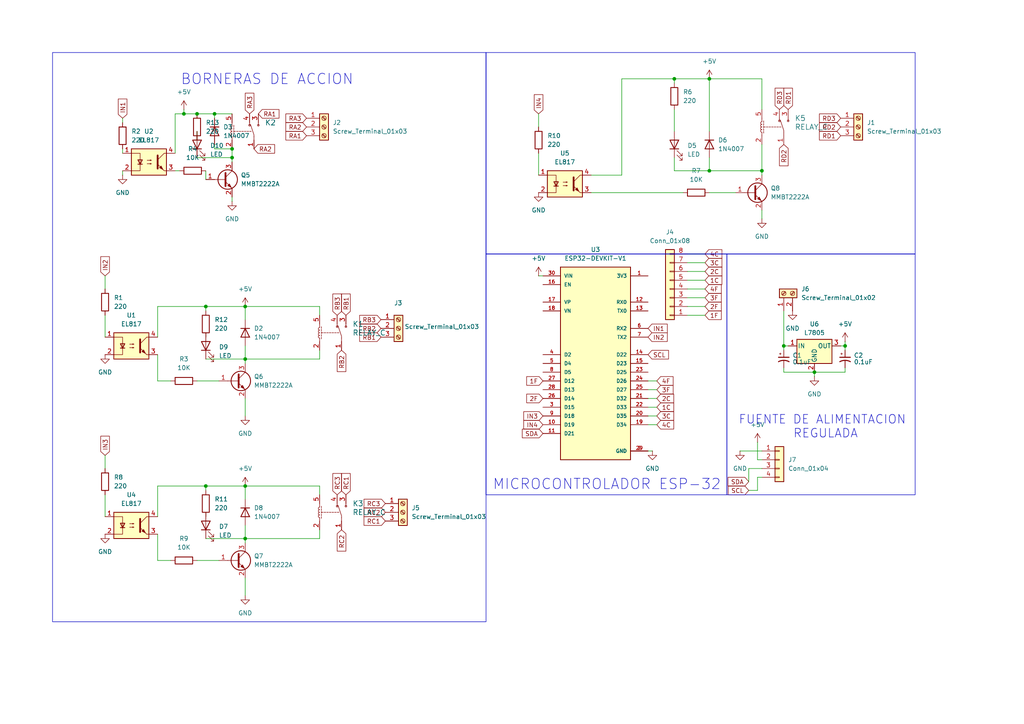
<source format=kicad_sch>
(kicad_sch
	(version 20250114)
	(generator "eeschema")
	(generator_version "9.0")
	(uuid "3d75159c-bcfa-4da4-aebb-cafac6814547")
	(paper "A4")
	(lib_symbols
		(symbol "Connector:Screw_Terminal_01x02"
			(pin_names
				(offset 1.016)
				(hide yes)
			)
			(exclude_from_sim no)
			(in_bom yes)
			(on_board yes)
			(property "Reference" "J"
				(at 0 2.54 0)
				(effects
					(font
						(size 1.27 1.27)
					)
				)
			)
			(property "Value" "Screw_Terminal_01x02"
				(at 0 -5.08 0)
				(effects
					(font
						(size 1.27 1.27)
					)
				)
			)
			(property "Footprint" ""
				(at 0 0 0)
				(effects
					(font
						(size 1.27 1.27)
					)
					(hide yes)
				)
			)
			(property "Datasheet" "~"
				(at 0 0 0)
				(effects
					(font
						(size 1.27 1.27)
					)
					(hide yes)
				)
			)
			(property "Description" "Generic screw terminal, single row, 01x02, script generated (kicad-library-utils/schlib/autogen/connector/)"
				(at 0 0 0)
				(effects
					(font
						(size 1.27 1.27)
					)
					(hide yes)
				)
			)
			(property "ki_keywords" "screw terminal"
				(at 0 0 0)
				(effects
					(font
						(size 1.27 1.27)
					)
					(hide yes)
				)
			)
			(property "ki_fp_filters" "TerminalBlock*:*"
				(at 0 0 0)
				(effects
					(font
						(size 1.27 1.27)
					)
					(hide yes)
				)
			)
			(symbol "Screw_Terminal_01x02_1_1"
				(rectangle
					(start -1.27 1.27)
					(end 1.27 -3.81)
					(stroke
						(width 0.254)
						(type default)
					)
					(fill
						(type background)
					)
				)
				(polyline
					(pts
						(xy -0.5334 0.3302) (xy 0.3302 -0.508)
					)
					(stroke
						(width 0.1524)
						(type default)
					)
					(fill
						(type none)
					)
				)
				(polyline
					(pts
						(xy -0.5334 -2.2098) (xy 0.3302 -3.048)
					)
					(stroke
						(width 0.1524)
						(type default)
					)
					(fill
						(type none)
					)
				)
				(polyline
					(pts
						(xy -0.3556 0.508) (xy 0.508 -0.3302)
					)
					(stroke
						(width 0.1524)
						(type default)
					)
					(fill
						(type none)
					)
				)
				(polyline
					(pts
						(xy -0.3556 -2.032) (xy 0.508 -2.8702)
					)
					(stroke
						(width 0.1524)
						(type default)
					)
					(fill
						(type none)
					)
				)
				(circle
					(center 0 0)
					(radius 0.635)
					(stroke
						(width 0.1524)
						(type default)
					)
					(fill
						(type none)
					)
				)
				(circle
					(center 0 -2.54)
					(radius 0.635)
					(stroke
						(width 0.1524)
						(type default)
					)
					(fill
						(type none)
					)
				)
				(pin passive line
					(at -5.08 0 0)
					(length 3.81)
					(name "Pin_1"
						(effects
							(font
								(size 1.27 1.27)
							)
						)
					)
					(number "1"
						(effects
							(font
								(size 1.27 1.27)
							)
						)
					)
				)
				(pin passive line
					(at -5.08 -2.54 0)
					(length 3.81)
					(name "Pin_2"
						(effects
							(font
								(size 1.27 1.27)
							)
						)
					)
					(number "2"
						(effects
							(font
								(size 1.27 1.27)
							)
						)
					)
				)
			)
			(embedded_fonts no)
		)
		(symbol "Connector:Screw_Terminal_01x03"
			(pin_names
				(offset 1.016)
				(hide yes)
			)
			(exclude_from_sim no)
			(in_bom yes)
			(on_board yes)
			(property "Reference" "J"
				(at 0 5.08 0)
				(effects
					(font
						(size 1.27 1.27)
					)
				)
			)
			(property "Value" "Screw_Terminal_01x03"
				(at 0 -5.08 0)
				(effects
					(font
						(size 1.27 1.27)
					)
				)
			)
			(property "Footprint" ""
				(at 0 0 0)
				(effects
					(font
						(size 1.27 1.27)
					)
					(hide yes)
				)
			)
			(property "Datasheet" "~"
				(at 0 0 0)
				(effects
					(font
						(size 1.27 1.27)
					)
					(hide yes)
				)
			)
			(property "Description" "Generic screw terminal, single row, 01x03, script generated (kicad-library-utils/schlib/autogen/connector/)"
				(at 0 0 0)
				(effects
					(font
						(size 1.27 1.27)
					)
					(hide yes)
				)
			)
			(property "ki_keywords" "screw terminal"
				(at 0 0 0)
				(effects
					(font
						(size 1.27 1.27)
					)
					(hide yes)
				)
			)
			(property "ki_fp_filters" "TerminalBlock*:*"
				(at 0 0 0)
				(effects
					(font
						(size 1.27 1.27)
					)
					(hide yes)
				)
			)
			(symbol "Screw_Terminal_01x03_1_1"
				(rectangle
					(start -1.27 3.81)
					(end 1.27 -3.81)
					(stroke
						(width 0.254)
						(type default)
					)
					(fill
						(type background)
					)
				)
				(polyline
					(pts
						(xy -0.5334 2.8702) (xy 0.3302 2.032)
					)
					(stroke
						(width 0.1524)
						(type default)
					)
					(fill
						(type none)
					)
				)
				(polyline
					(pts
						(xy -0.5334 0.3302) (xy 0.3302 -0.508)
					)
					(stroke
						(width 0.1524)
						(type default)
					)
					(fill
						(type none)
					)
				)
				(polyline
					(pts
						(xy -0.5334 -2.2098) (xy 0.3302 -3.048)
					)
					(stroke
						(width 0.1524)
						(type default)
					)
					(fill
						(type none)
					)
				)
				(polyline
					(pts
						(xy -0.3556 3.048) (xy 0.508 2.2098)
					)
					(stroke
						(width 0.1524)
						(type default)
					)
					(fill
						(type none)
					)
				)
				(polyline
					(pts
						(xy -0.3556 0.508) (xy 0.508 -0.3302)
					)
					(stroke
						(width 0.1524)
						(type default)
					)
					(fill
						(type none)
					)
				)
				(polyline
					(pts
						(xy -0.3556 -2.032) (xy 0.508 -2.8702)
					)
					(stroke
						(width 0.1524)
						(type default)
					)
					(fill
						(type none)
					)
				)
				(circle
					(center 0 2.54)
					(radius 0.635)
					(stroke
						(width 0.1524)
						(type default)
					)
					(fill
						(type none)
					)
				)
				(circle
					(center 0 0)
					(radius 0.635)
					(stroke
						(width 0.1524)
						(type default)
					)
					(fill
						(type none)
					)
				)
				(circle
					(center 0 -2.54)
					(radius 0.635)
					(stroke
						(width 0.1524)
						(type default)
					)
					(fill
						(type none)
					)
				)
				(pin passive line
					(at -5.08 2.54 0)
					(length 3.81)
					(name "Pin_1"
						(effects
							(font
								(size 1.27 1.27)
							)
						)
					)
					(number "1"
						(effects
							(font
								(size 1.27 1.27)
							)
						)
					)
				)
				(pin passive line
					(at -5.08 0 0)
					(length 3.81)
					(name "Pin_2"
						(effects
							(font
								(size 1.27 1.27)
							)
						)
					)
					(number "2"
						(effects
							(font
								(size 1.27 1.27)
							)
						)
					)
				)
				(pin passive line
					(at -5.08 -2.54 0)
					(length 3.81)
					(name "Pin_3"
						(effects
							(font
								(size 1.27 1.27)
							)
						)
					)
					(number "3"
						(effects
							(font
								(size 1.27 1.27)
							)
						)
					)
				)
			)
			(embedded_fonts no)
		)
		(symbol "Connector_Generic:Conn_01x04"
			(pin_names
				(offset 1.016)
				(hide yes)
			)
			(exclude_from_sim no)
			(in_bom yes)
			(on_board yes)
			(property "Reference" "J"
				(at 0 5.08 0)
				(effects
					(font
						(size 1.27 1.27)
					)
				)
			)
			(property "Value" "Conn_01x04"
				(at 0 -7.62 0)
				(effects
					(font
						(size 1.27 1.27)
					)
				)
			)
			(property "Footprint" ""
				(at 0 0 0)
				(effects
					(font
						(size 1.27 1.27)
					)
					(hide yes)
				)
			)
			(property "Datasheet" "~"
				(at 0 0 0)
				(effects
					(font
						(size 1.27 1.27)
					)
					(hide yes)
				)
			)
			(property "Description" "Generic connector, single row, 01x04, script generated (kicad-library-utils/schlib/autogen/connector/)"
				(at 0 0 0)
				(effects
					(font
						(size 1.27 1.27)
					)
					(hide yes)
				)
			)
			(property "ki_keywords" "connector"
				(at 0 0 0)
				(effects
					(font
						(size 1.27 1.27)
					)
					(hide yes)
				)
			)
			(property "ki_fp_filters" "Connector*:*_1x??_*"
				(at 0 0 0)
				(effects
					(font
						(size 1.27 1.27)
					)
					(hide yes)
				)
			)
			(symbol "Conn_01x04_1_1"
				(rectangle
					(start -1.27 3.81)
					(end 1.27 -6.35)
					(stroke
						(width 0.254)
						(type default)
					)
					(fill
						(type background)
					)
				)
				(rectangle
					(start -1.27 2.667)
					(end 0 2.413)
					(stroke
						(width 0.1524)
						(type default)
					)
					(fill
						(type none)
					)
				)
				(rectangle
					(start -1.27 0.127)
					(end 0 -0.127)
					(stroke
						(width 0.1524)
						(type default)
					)
					(fill
						(type none)
					)
				)
				(rectangle
					(start -1.27 -2.413)
					(end 0 -2.667)
					(stroke
						(width 0.1524)
						(type default)
					)
					(fill
						(type none)
					)
				)
				(rectangle
					(start -1.27 -4.953)
					(end 0 -5.207)
					(stroke
						(width 0.1524)
						(type default)
					)
					(fill
						(type none)
					)
				)
				(pin passive line
					(at -5.08 2.54 0)
					(length 3.81)
					(name "Pin_1"
						(effects
							(font
								(size 1.27 1.27)
							)
						)
					)
					(number "1"
						(effects
							(font
								(size 1.27 1.27)
							)
						)
					)
				)
				(pin passive line
					(at -5.08 0 0)
					(length 3.81)
					(name "Pin_2"
						(effects
							(font
								(size 1.27 1.27)
							)
						)
					)
					(number "2"
						(effects
							(font
								(size 1.27 1.27)
							)
						)
					)
				)
				(pin passive line
					(at -5.08 -2.54 0)
					(length 3.81)
					(name "Pin_3"
						(effects
							(font
								(size 1.27 1.27)
							)
						)
					)
					(number "3"
						(effects
							(font
								(size 1.27 1.27)
							)
						)
					)
				)
				(pin passive line
					(at -5.08 -5.08 0)
					(length 3.81)
					(name "Pin_4"
						(effects
							(font
								(size 1.27 1.27)
							)
						)
					)
					(number "4"
						(effects
							(font
								(size 1.27 1.27)
							)
						)
					)
				)
			)
			(embedded_fonts no)
		)
		(symbol "Connector_Generic:Conn_01x08"
			(pin_names
				(offset 1.016)
				(hide yes)
			)
			(exclude_from_sim no)
			(in_bom yes)
			(on_board yes)
			(property "Reference" "J"
				(at 0 10.16 0)
				(effects
					(font
						(size 1.27 1.27)
					)
				)
			)
			(property "Value" "Conn_01x08"
				(at 0 -12.7 0)
				(effects
					(font
						(size 1.27 1.27)
					)
				)
			)
			(property "Footprint" ""
				(at 0 0 0)
				(effects
					(font
						(size 1.27 1.27)
					)
					(hide yes)
				)
			)
			(property "Datasheet" "~"
				(at 0 0 0)
				(effects
					(font
						(size 1.27 1.27)
					)
					(hide yes)
				)
			)
			(property "Description" "Generic connector, single row, 01x08, script generated (kicad-library-utils/schlib/autogen/connector/)"
				(at 0 0 0)
				(effects
					(font
						(size 1.27 1.27)
					)
					(hide yes)
				)
			)
			(property "ki_keywords" "connector"
				(at 0 0 0)
				(effects
					(font
						(size 1.27 1.27)
					)
					(hide yes)
				)
			)
			(property "ki_fp_filters" "Connector*:*_1x??_*"
				(at 0 0 0)
				(effects
					(font
						(size 1.27 1.27)
					)
					(hide yes)
				)
			)
			(symbol "Conn_01x08_1_1"
				(rectangle
					(start -1.27 8.89)
					(end 1.27 -11.43)
					(stroke
						(width 0.254)
						(type default)
					)
					(fill
						(type background)
					)
				)
				(rectangle
					(start -1.27 7.747)
					(end 0 7.493)
					(stroke
						(width 0.1524)
						(type default)
					)
					(fill
						(type none)
					)
				)
				(rectangle
					(start -1.27 5.207)
					(end 0 4.953)
					(stroke
						(width 0.1524)
						(type default)
					)
					(fill
						(type none)
					)
				)
				(rectangle
					(start -1.27 2.667)
					(end 0 2.413)
					(stroke
						(width 0.1524)
						(type default)
					)
					(fill
						(type none)
					)
				)
				(rectangle
					(start -1.27 0.127)
					(end 0 -0.127)
					(stroke
						(width 0.1524)
						(type default)
					)
					(fill
						(type none)
					)
				)
				(rectangle
					(start -1.27 -2.413)
					(end 0 -2.667)
					(stroke
						(width 0.1524)
						(type default)
					)
					(fill
						(type none)
					)
				)
				(rectangle
					(start -1.27 -4.953)
					(end 0 -5.207)
					(stroke
						(width 0.1524)
						(type default)
					)
					(fill
						(type none)
					)
				)
				(rectangle
					(start -1.27 -7.493)
					(end 0 -7.747)
					(stroke
						(width 0.1524)
						(type default)
					)
					(fill
						(type none)
					)
				)
				(rectangle
					(start -1.27 -10.033)
					(end 0 -10.287)
					(stroke
						(width 0.1524)
						(type default)
					)
					(fill
						(type none)
					)
				)
				(pin passive line
					(at -5.08 7.62 0)
					(length 3.81)
					(name "Pin_1"
						(effects
							(font
								(size 1.27 1.27)
							)
						)
					)
					(number "1"
						(effects
							(font
								(size 1.27 1.27)
							)
						)
					)
				)
				(pin passive line
					(at -5.08 5.08 0)
					(length 3.81)
					(name "Pin_2"
						(effects
							(font
								(size 1.27 1.27)
							)
						)
					)
					(number "2"
						(effects
							(font
								(size 1.27 1.27)
							)
						)
					)
				)
				(pin passive line
					(at -5.08 2.54 0)
					(length 3.81)
					(name "Pin_3"
						(effects
							(font
								(size 1.27 1.27)
							)
						)
					)
					(number "3"
						(effects
							(font
								(size 1.27 1.27)
							)
						)
					)
				)
				(pin passive line
					(at -5.08 0 0)
					(length 3.81)
					(name "Pin_4"
						(effects
							(font
								(size 1.27 1.27)
							)
						)
					)
					(number "4"
						(effects
							(font
								(size 1.27 1.27)
							)
						)
					)
				)
				(pin passive line
					(at -5.08 -2.54 0)
					(length 3.81)
					(name "Pin_5"
						(effects
							(font
								(size 1.27 1.27)
							)
						)
					)
					(number "5"
						(effects
							(font
								(size 1.27 1.27)
							)
						)
					)
				)
				(pin passive line
					(at -5.08 -5.08 0)
					(length 3.81)
					(name "Pin_6"
						(effects
							(font
								(size 1.27 1.27)
							)
						)
					)
					(number "6"
						(effects
							(font
								(size 1.27 1.27)
							)
						)
					)
				)
				(pin passive line
					(at -5.08 -7.62 0)
					(length 3.81)
					(name "Pin_7"
						(effects
							(font
								(size 1.27 1.27)
							)
						)
					)
					(number "7"
						(effects
							(font
								(size 1.27 1.27)
							)
						)
					)
				)
				(pin passive line
					(at -5.08 -10.16 0)
					(length 3.81)
					(name "Pin_8"
						(effects
							(font
								(size 1.27 1.27)
							)
						)
					)
					(number "8"
						(effects
							(font
								(size 1.27 1.27)
							)
						)
					)
				)
			)
			(embedded_fonts no)
		)
		(symbol "Device:C_Polarized_Small_US"
			(pin_numbers
				(hide yes)
			)
			(pin_names
				(offset 0.254)
				(hide yes)
			)
			(exclude_from_sim no)
			(in_bom yes)
			(on_board yes)
			(property "Reference" "C"
				(at 0.254 1.778 0)
				(effects
					(font
						(size 1.27 1.27)
					)
					(justify left)
				)
			)
			(property "Value" "C_Polarized_Small_US"
				(at 0.254 -2.032 0)
				(effects
					(font
						(size 1.27 1.27)
					)
					(justify left)
				)
			)
			(property "Footprint" ""
				(at 0 0 0)
				(effects
					(font
						(size 1.27 1.27)
					)
					(hide yes)
				)
			)
			(property "Datasheet" "~"
				(at 0 0 0)
				(effects
					(font
						(size 1.27 1.27)
					)
					(hide yes)
				)
			)
			(property "Description" "Polarized capacitor, small US symbol"
				(at 0 0 0)
				(effects
					(font
						(size 1.27 1.27)
					)
					(hide yes)
				)
			)
			(property "ki_keywords" "cap capacitor"
				(at 0 0 0)
				(effects
					(font
						(size 1.27 1.27)
					)
					(hide yes)
				)
			)
			(property "ki_fp_filters" "CP_*"
				(at 0 0 0)
				(effects
					(font
						(size 1.27 1.27)
					)
					(hide yes)
				)
			)
			(symbol "C_Polarized_Small_US_0_1"
				(polyline
					(pts
						(xy -1.524 0.508) (xy 1.524 0.508)
					)
					(stroke
						(width 0.3048)
						(type default)
					)
					(fill
						(type none)
					)
				)
				(polyline
					(pts
						(xy -1.27 1.524) (xy -0.762 1.524)
					)
					(stroke
						(width 0)
						(type default)
					)
					(fill
						(type none)
					)
				)
				(polyline
					(pts
						(xy -1.016 1.27) (xy -1.016 1.778)
					)
					(stroke
						(width 0)
						(type default)
					)
					(fill
						(type none)
					)
				)
				(arc
					(start -1.524 -0.762)
					(mid 0 -0.3734)
					(end 1.524 -0.762)
					(stroke
						(width 0.3048)
						(type default)
					)
					(fill
						(type none)
					)
				)
			)
			(symbol "C_Polarized_Small_US_1_1"
				(pin passive line
					(at 0 2.54 270)
					(length 2.032)
					(name "~"
						(effects
							(font
								(size 1.27 1.27)
							)
						)
					)
					(number "1"
						(effects
							(font
								(size 1.27 1.27)
							)
						)
					)
				)
				(pin passive line
					(at 0 -2.54 90)
					(length 2.032)
					(name "~"
						(effects
							(font
								(size 1.27 1.27)
							)
						)
					)
					(number "2"
						(effects
							(font
								(size 1.27 1.27)
							)
						)
					)
				)
			)
			(embedded_fonts no)
		)
		(symbol "Device:D"
			(pin_numbers
				(hide yes)
			)
			(pin_names
				(offset 1.016)
				(hide yes)
			)
			(exclude_from_sim no)
			(in_bom yes)
			(on_board yes)
			(property "Reference" "D"
				(at 0 2.54 0)
				(effects
					(font
						(size 1.27 1.27)
					)
				)
			)
			(property "Value" "D"
				(at 0 -2.54 0)
				(effects
					(font
						(size 1.27 1.27)
					)
				)
			)
			(property "Footprint" ""
				(at 0 0 0)
				(effects
					(font
						(size 1.27 1.27)
					)
					(hide yes)
				)
			)
			(property "Datasheet" "~"
				(at 0 0 0)
				(effects
					(font
						(size 1.27 1.27)
					)
					(hide yes)
				)
			)
			(property "Description" "Diode"
				(at 0 0 0)
				(effects
					(font
						(size 1.27 1.27)
					)
					(hide yes)
				)
			)
			(property "Sim.Device" "D"
				(at 0 0 0)
				(effects
					(font
						(size 1.27 1.27)
					)
					(hide yes)
				)
			)
			(property "Sim.Pins" "1=K 2=A"
				(at 0 0 0)
				(effects
					(font
						(size 1.27 1.27)
					)
					(hide yes)
				)
			)
			(property "ki_keywords" "diode"
				(at 0 0 0)
				(effects
					(font
						(size 1.27 1.27)
					)
					(hide yes)
				)
			)
			(property "ki_fp_filters" "TO-???* *_Diode_* *SingleDiode* D_*"
				(at 0 0 0)
				(effects
					(font
						(size 1.27 1.27)
					)
					(hide yes)
				)
			)
			(symbol "D_0_1"
				(polyline
					(pts
						(xy -1.27 1.27) (xy -1.27 -1.27)
					)
					(stroke
						(width 0.254)
						(type default)
					)
					(fill
						(type none)
					)
				)
				(polyline
					(pts
						(xy 1.27 1.27) (xy 1.27 -1.27) (xy -1.27 0) (xy 1.27 1.27)
					)
					(stroke
						(width 0.254)
						(type default)
					)
					(fill
						(type none)
					)
				)
				(polyline
					(pts
						(xy 1.27 0) (xy -1.27 0)
					)
					(stroke
						(width 0)
						(type default)
					)
					(fill
						(type none)
					)
				)
			)
			(symbol "D_1_1"
				(pin passive line
					(at -3.81 0 0)
					(length 2.54)
					(name "K"
						(effects
							(font
								(size 1.27 1.27)
							)
						)
					)
					(number "1"
						(effects
							(font
								(size 1.27 1.27)
							)
						)
					)
				)
				(pin passive line
					(at 3.81 0 180)
					(length 2.54)
					(name "A"
						(effects
							(font
								(size 1.27 1.27)
							)
						)
					)
					(number "2"
						(effects
							(font
								(size 1.27 1.27)
							)
						)
					)
				)
			)
			(embedded_fonts no)
		)
		(symbol "Device:LED"
			(pin_numbers
				(hide yes)
			)
			(pin_names
				(offset 1.016)
				(hide yes)
			)
			(exclude_from_sim no)
			(in_bom yes)
			(on_board yes)
			(property "Reference" "D"
				(at 0 2.54 0)
				(effects
					(font
						(size 1.27 1.27)
					)
				)
			)
			(property "Value" "LED"
				(at 0 -2.54 0)
				(effects
					(font
						(size 1.27 1.27)
					)
				)
			)
			(property "Footprint" ""
				(at 0 0 0)
				(effects
					(font
						(size 1.27 1.27)
					)
					(hide yes)
				)
			)
			(property "Datasheet" "~"
				(at 0 0 0)
				(effects
					(font
						(size 1.27 1.27)
					)
					(hide yes)
				)
			)
			(property "Description" "Light emitting diode"
				(at 0 0 0)
				(effects
					(font
						(size 1.27 1.27)
					)
					(hide yes)
				)
			)
			(property "ki_keywords" "LED diode"
				(at 0 0 0)
				(effects
					(font
						(size 1.27 1.27)
					)
					(hide yes)
				)
			)
			(property "ki_fp_filters" "LED* LED_SMD:* LED_THT:*"
				(at 0 0 0)
				(effects
					(font
						(size 1.27 1.27)
					)
					(hide yes)
				)
			)
			(symbol "LED_0_1"
				(polyline
					(pts
						(xy -3.048 -0.762) (xy -4.572 -2.286) (xy -3.81 -2.286) (xy -4.572 -2.286) (xy -4.572 -1.524)
					)
					(stroke
						(width 0)
						(type default)
					)
					(fill
						(type none)
					)
				)
				(polyline
					(pts
						(xy -1.778 -0.762) (xy -3.302 -2.286) (xy -2.54 -2.286) (xy -3.302 -2.286) (xy -3.302 -1.524)
					)
					(stroke
						(width 0)
						(type default)
					)
					(fill
						(type none)
					)
				)
				(polyline
					(pts
						(xy -1.27 0) (xy 1.27 0)
					)
					(stroke
						(width 0)
						(type default)
					)
					(fill
						(type none)
					)
				)
				(polyline
					(pts
						(xy -1.27 -1.27) (xy -1.27 1.27)
					)
					(stroke
						(width 0.254)
						(type default)
					)
					(fill
						(type none)
					)
				)
				(polyline
					(pts
						(xy 1.27 -1.27) (xy 1.27 1.27) (xy -1.27 0) (xy 1.27 -1.27)
					)
					(stroke
						(width 0.254)
						(type default)
					)
					(fill
						(type none)
					)
				)
			)
			(symbol "LED_1_1"
				(pin passive line
					(at -3.81 0 0)
					(length 2.54)
					(name "K"
						(effects
							(font
								(size 1.27 1.27)
							)
						)
					)
					(number "1"
						(effects
							(font
								(size 1.27 1.27)
							)
						)
					)
				)
				(pin passive line
					(at 3.81 0 180)
					(length 2.54)
					(name "A"
						(effects
							(font
								(size 1.27 1.27)
							)
						)
					)
					(number "2"
						(effects
							(font
								(size 1.27 1.27)
							)
						)
					)
				)
			)
			(embedded_fonts no)
		)
		(symbol "Device:R"
			(pin_numbers
				(hide yes)
			)
			(pin_names
				(offset 0)
			)
			(exclude_from_sim no)
			(in_bom yes)
			(on_board yes)
			(property "Reference" "R"
				(at 2.032 0 90)
				(effects
					(font
						(size 1.27 1.27)
					)
				)
			)
			(property "Value" "R"
				(at 0 0 90)
				(effects
					(font
						(size 1.27 1.27)
					)
				)
			)
			(property "Footprint" ""
				(at -1.778 0 90)
				(effects
					(font
						(size 1.27 1.27)
					)
					(hide yes)
				)
			)
			(property "Datasheet" "~"
				(at 0 0 0)
				(effects
					(font
						(size 1.27 1.27)
					)
					(hide yes)
				)
			)
			(property "Description" "Resistor"
				(at 0 0 0)
				(effects
					(font
						(size 1.27 1.27)
					)
					(hide yes)
				)
			)
			(property "ki_keywords" "R res resistor"
				(at 0 0 0)
				(effects
					(font
						(size 1.27 1.27)
					)
					(hide yes)
				)
			)
			(property "ki_fp_filters" "R_*"
				(at 0 0 0)
				(effects
					(font
						(size 1.27 1.27)
					)
					(hide yes)
				)
			)
			(symbol "R_0_1"
				(rectangle
					(start -1.016 -2.54)
					(end 1.016 2.54)
					(stroke
						(width 0.254)
						(type default)
					)
					(fill
						(type none)
					)
				)
			)
			(symbol "R_1_1"
				(pin passive line
					(at 0 3.81 270)
					(length 1.27)
					(name "~"
						(effects
							(font
								(size 1.27 1.27)
							)
						)
					)
					(number "1"
						(effects
							(font
								(size 1.27 1.27)
							)
						)
					)
				)
				(pin passive line
					(at 0 -3.81 90)
					(length 1.27)
					(name "~"
						(effects
							(font
								(size 1.27 1.27)
							)
						)
					)
					(number "2"
						(effects
							(font
								(size 1.27 1.27)
							)
						)
					)
				)
			)
			(embedded_fonts no)
		)
		(symbol "EESTN5:RELAY_C"
			(pin_names
				(offset 1.016)
			)
			(exclude_from_sim no)
			(in_bom yes)
			(on_board yes)
			(property "Reference" "K"
				(at 0 6.35 0)
				(effects
					(font
						(size 1.524 1.524)
					)
				)
			)
			(property "Value" "RELAY_C"
				(at 0 -5.969 0)
				(effects
					(font
						(size 1.524 1.524)
					)
				)
			)
			(property "Footprint" ""
				(at 0 0 0)
				(effects
					(font
						(size 1.524 1.524)
					)
				)
			)
			(property "Datasheet" ""
				(at 0 0 0)
				(effects
					(font
						(size 1.524 1.524)
					)
				)
			)
			(property "Description" ""
				(at 0 0 0)
				(effects
					(font
						(size 1.27 1.27)
					)
					(hide yes)
				)
			)
			(property "ki_fp_filters" "REL*"
				(at 0 0 0)
				(effects
					(font
						(size 1.27 1.27)
					)
					(hide yes)
				)
			)
			(symbol "RELAY_C_0_1"
				(polyline
					(pts
						(xy -1.778 3.302) (xy -1.27 3.302) (xy -1.27 3.302)
					)
					(stroke
						(width 0)
						(type solid)
					)
					(fill
						(type none)
					)
				)
				(polyline
					(pts
						(xy -1.524 3.81) (xy -2.54 3.81) (xy -2.54 3.81)
					)
					(stroke
						(width 0)
						(type solid)
					)
					(fill
						(type none)
					)
				)
				(polyline
					(pts
						(xy -1.524 -2.54) (xy -2.54 -2.54) (xy -2.54 -2.54)
					)
					(stroke
						(width 0)
						(type solid)
					)
					(fill
						(type none)
					)
				)
				(polyline
					(pts
						(xy -1.524 -2.54) (xy -1.016 -2.54) (xy 2.032 -1.524) (xy 2.032 -1.524)
					)
					(stroke
						(width 0)
						(type solid)
					)
					(fill
						(type none)
					)
				)
				(arc
					(start -1.524 3.81)
					(mid -1.143 4.191)
					(end -0.762 3.81)
					(stroke
						(width 0)
						(type solid)
					)
					(fill
						(type none)
					)
				)
				(polyline
					(pts
						(xy -1.016 3.302) (xy -0.508 3.302) (xy -0.508 3.302)
					)
					(stroke
						(width 0)
						(type solid)
					)
					(fill
						(type none)
					)
				)
				(arc
					(start -0.762 3.81)
					(mid -0.381 4.191)
					(end 0 3.81)
					(stroke
						(width 0)
						(type solid)
					)
					(fill
						(type none)
					)
				)
				(polyline
					(pts
						(xy -0.254 3.302) (xy 0.254 3.302) (xy 0.254 3.302)
					)
					(stroke
						(width 0)
						(type solid)
					)
					(fill
						(type none)
					)
				)
				(polyline
					(pts
						(xy 0 3.302) (xy 0 2.794) (xy 0 2.794)
					)
					(stroke
						(width 0)
						(type solid)
					)
					(fill
						(type none)
					)
				)
				(polyline
					(pts
						(xy 0 2.54) (xy 0 2.032) (xy 0 2.032)
					)
					(stroke
						(width 0)
						(type solid)
					)
					(fill
						(type none)
					)
				)
				(polyline
					(pts
						(xy 0 1.778) (xy 0 1.27) (xy 0 1.27)
					)
					(stroke
						(width 0)
						(type solid)
					)
					(fill
						(type none)
					)
				)
				(polyline
					(pts
						(xy 0 1.016) (xy 0 0.508) (xy 0 0.508)
					)
					(stroke
						(width 0)
						(type solid)
					)
					(fill
						(type none)
					)
				)
				(polyline
					(pts
						(xy 0 0.254) (xy 0 -0.254) (xy 0 -0.254)
					)
					(stroke
						(width 0)
						(type solid)
					)
					(fill
						(type none)
					)
				)
				(polyline
					(pts
						(xy 0 -0.508) (xy 0 -1.016) (xy 0 -1.016)
					)
					(stroke
						(width 0)
						(type solid)
					)
					(fill
						(type none)
					)
				)
				(polyline
					(pts
						(xy 0 -1.27) (xy 0 -1.778) (xy 0 -1.778)
					)
					(stroke
						(width 0)
						(type solid)
					)
					(fill
						(type none)
					)
				)
				(arc
					(start 0 3.81)
					(mid 0.381 4.191)
					(end 0.762 3.81)
					(stroke
						(width 0)
						(type solid)
					)
					(fill
						(type none)
					)
				)
				(polyline
					(pts
						(xy 0.508 3.302) (xy 1.016 3.302) (xy 1.016 3.302)
					)
					(stroke
						(width 0)
						(type solid)
					)
					(fill
						(type none)
					)
				)
				(arc
					(start 0.762 3.81)
					(mid 1.143 4.191)
					(end 1.524 3.81)
					(stroke
						(width 0)
						(type solid)
					)
					(fill
						(type none)
					)
				)
				(polyline
					(pts
						(xy 1.27 3.302) (xy 1.778 3.302) (xy 1.778 3.302)
					)
					(stroke
						(width 0)
						(type solid)
					)
					(fill
						(type none)
					)
				)
				(polyline
					(pts
						(xy 1.524 3.81) (xy 2.54 3.81) (xy 2.54 3.81)
					)
					(stroke
						(width 0)
						(type solid)
					)
					(fill
						(type none)
					)
				)
				(circle
					(center 1.778 -1.27)
					(radius 0.254)
					(stroke
						(width 0)
						(type solid)
					)
					(fill
						(type none)
					)
				)
				(circle
					(center 1.778 -3.81)
					(radius 0.254)
					(stroke
						(width 0)
						(type solid)
					)
					(fill
						(type none)
					)
				)
				(polyline
					(pts
						(xy 2.54 -1.27) (xy 1.778 -1.27) (xy 1.778 -1.27)
					)
					(stroke
						(width 0)
						(type solid)
					)
					(fill
						(type none)
					)
				)
				(polyline
					(pts
						(xy 2.54 -3.81) (xy 1.778 -3.81) (xy 1.778 -3.81)
					)
					(stroke
						(width 0)
						(type solid)
					)
					(fill
						(type none)
					)
				)
			)
			(symbol "RELAY_C_1_1"
				(pin passive line
					(at -5.08 3.81 0)
					(length 2.54)
					(name "~"
						(effects
							(font
								(size 1.27 1.27)
							)
						)
					)
					(number "2"
						(effects
							(font
								(size 1.27 1.27)
							)
						)
					)
				)
				(pin passive line
					(at -5.08 -2.54 0)
					(length 2.54)
					(name "~"
						(effects
							(font
								(size 1.27 1.27)
							)
						)
					)
					(number "1"
						(effects
							(font
								(size 1.27 1.27)
							)
						)
					)
				)
				(pin passive line
					(at 5.08 3.81 180)
					(length 2.54)
					(name "~"
						(effects
							(font
								(size 1.27 1.27)
							)
						)
					)
					(number "5"
						(effects
							(font
								(size 1.27 1.27)
							)
						)
					)
				)
				(pin passive line
					(at 5.08 -1.27 180)
					(length 2.54)
					(name "~"
						(effects
							(font
								(size 1.27 1.27)
							)
						)
					)
					(number "4"
						(effects
							(font
								(size 1.27 1.27)
							)
						)
					)
				)
				(pin passive line
					(at 5.08 -3.81 180)
					(length 2.54)
					(name "~"
						(effects
							(font
								(size 1.27 1.27)
							)
						)
					)
					(number "3"
						(effects
							(font
								(size 1.27 1.27)
							)
						)
					)
				)
			)
			(embedded_fonts no)
		)
		(symbol "ESP32-DEVKIT-V1:ESP32-DEVKIT-V1"
			(pin_names
				(offset 1.016)
			)
			(exclude_from_sim no)
			(in_bom yes)
			(on_board yes)
			(property "Reference" "U"
				(at -10.16 30.48 0)
				(effects
					(font
						(size 1.27 1.27)
					)
					(justify left top)
				)
			)
			(property "Value" "ESP32-DEVKIT-V1"
				(at -10.16 -30.48 0)
				(effects
					(font
						(size 1.27 1.27)
					)
					(justify left bottom)
				)
			)
			(property "Footprint" "ESP32-DEVKIT-V1:MODULE_ESP32_DEVKIT_V1"
				(at 0 0 0)
				(effects
					(font
						(size 1.27 1.27)
					)
					(justify bottom)
					(hide yes)
				)
			)
			(property "Datasheet" ""
				(at 0 0 0)
				(effects
					(font
						(size 1.27 1.27)
					)
					(hide yes)
				)
			)
			(property "Description" ""
				(at 0 0 0)
				(effects
					(font
						(size 1.27 1.27)
					)
					(hide yes)
				)
			)
			(property "MF" "Do it"
				(at 0 0 0)
				(effects
					(font
						(size 1.27 1.27)
					)
					(justify bottom)
					(hide yes)
				)
			)
			(property "MAXIMUM_PACKAGE_HEIGHT" "6.8 mm"
				(at 0 0 0)
				(effects
					(font
						(size 1.27 1.27)
					)
					(justify bottom)
					(hide yes)
				)
			)
			(property "Package" "None"
				(at 0 0 0)
				(effects
					(font
						(size 1.27 1.27)
					)
					(justify bottom)
					(hide yes)
				)
			)
			(property "Price" "None"
				(at 0 0 0)
				(effects
					(font
						(size 1.27 1.27)
					)
					(justify bottom)
					(hide yes)
				)
			)
			(property "Check_prices" "https://www.snapeda.com/parts/ESP32-DEVKIT-V1/Do+it/view-part/?ref=eda"
				(at 0 0 0)
				(effects
					(font
						(size 1.27 1.27)
					)
					(justify bottom)
					(hide yes)
				)
			)
			(property "STANDARD" "Manufacturer Recommendations"
				(at 0 0 0)
				(effects
					(font
						(size 1.27 1.27)
					)
					(justify bottom)
					(hide yes)
				)
			)
			(property "PARTREV" "N/A"
				(at 0 0 0)
				(effects
					(font
						(size 1.27 1.27)
					)
					(justify bottom)
					(hide yes)
				)
			)
			(property "SnapEDA_Link" "https://www.snapeda.com/parts/ESP32-DEVKIT-V1/Do+it/view-part/?ref=snap"
				(at 0 0 0)
				(effects
					(font
						(size 1.27 1.27)
					)
					(justify bottom)
					(hide yes)
				)
			)
			(property "MP" "ESP32-DEVKIT-V1"
				(at 0 0 0)
				(effects
					(font
						(size 1.27 1.27)
					)
					(justify bottom)
					(hide yes)
				)
			)
			(property "Description_1" "Dual core, Wi-Fi: 2.4 GHz up to 150 Mbits/s,BLE (Bluetooth Low Energy) and legacy Bluetooth, 32 bits, Up to 240 MHz"
				(at 0 0 0)
				(effects
					(font
						(size 1.27 1.27)
					)
					(justify bottom)
					(hide yes)
				)
			)
			(property "Availability" "Not in stock"
				(at 0 0 0)
				(effects
					(font
						(size 1.27 1.27)
					)
					(justify bottom)
					(hide yes)
				)
			)
			(property "MANUFACTURER" "DOIT"
				(at 0 0 0)
				(effects
					(font
						(size 1.27 1.27)
					)
					(justify bottom)
					(hide yes)
				)
			)
			(symbol "ESP32-DEVKIT-V1_0_0"
				(rectangle
					(start -10.16 -27.94)
					(end 10.16 27.94)
					(stroke
						(width 0.254)
						(type default)
					)
					(fill
						(type background)
					)
				)
				(pin input line
					(at -15.24 25.4 0)
					(length 5.08)
					(name "VIN"
						(effects
							(font
								(size 1.016 1.016)
							)
						)
					)
					(number "30"
						(effects
							(font
								(size 1.016 1.016)
							)
						)
					)
				)
				(pin input line
					(at -15.24 22.86 0)
					(length 5.08)
					(name "EN"
						(effects
							(font
								(size 1.016 1.016)
							)
						)
					)
					(number "16"
						(effects
							(font
								(size 1.016 1.016)
							)
						)
					)
				)
				(pin bidirectional line
					(at -15.24 17.78 0)
					(length 5.08)
					(name "VP"
						(effects
							(font
								(size 1.016 1.016)
							)
						)
					)
					(number "17"
						(effects
							(font
								(size 1.016 1.016)
							)
						)
					)
				)
				(pin bidirectional line
					(at -15.24 15.24 0)
					(length 5.08)
					(name "VN"
						(effects
							(font
								(size 1.016 1.016)
							)
						)
					)
					(number "18"
						(effects
							(font
								(size 1.016 1.016)
							)
						)
					)
				)
				(pin bidirectional line
					(at -15.24 2.54 0)
					(length 5.08)
					(name "D2"
						(effects
							(font
								(size 1.016 1.016)
							)
						)
					)
					(number "4"
						(effects
							(font
								(size 1.016 1.016)
							)
						)
					)
				)
				(pin bidirectional line
					(at -15.24 0 0)
					(length 5.08)
					(name "D4"
						(effects
							(font
								(size 1.016 1.016)
							)
						)
					)
					(number "5"
						(effects
							(font
								(size 1.016 1.016)
							)
						)
					)
				)
				(pin bidirectional line
					(at -15.24 -2.54 0)
					(length 5.08)
					(name "D5"
						(effects
							(font
								(size 1.016 1.016)
							)
						)
					)
					(number "8"
						(effects
							(font
								(size 1.016 1.016)
							)
						)
					)
				)
				(pin bidirectional line
					(at -15.24 -5.08 0)
					(length 5.08)
					(name "D12"
						(effects
							(font
								(size 1.016 1.016)
							)
						)
					)
					(number "27"
						(effects
							(font
								(size 1.016 1.016)
							)
						)
					)
				)
				(pin bidirectional line
					(at -15.24 -7.62 0)
					(length 5.08)
					(name "D13"
						(effects
							(font
								(size 1.016 1.016)
							)
						)
					)
					(number "28"
						(effects
							(font
								(size 1.016 1.016)
							)
						)
					)
				)
				(pin bidirectional line
					(at -15.24 -10.16 0)
					(length 5.08)
					(name "D14"
						(effects
							(font
								(size 1.016 1.016)
							)
						)
					)
					(number "26"
						(effects
							(font
								(size 1.016 1.016)
							)
						)
					)
				)
				(pin bidirectional line
					(at -15.24 -12.7 0)
					(length 5.08)
					(name "D15"
						(effects
							(font
								(size 1.016 1.016)
							)
						)
					)
					(number "3"
						(effects
							(font
								(size 1.016 1.016)
							)
						)
					)
				)
				(pin bidirectional line
					(at -15.24 -15.24 0)
					(length 5.08)
					(name "D18"
						(effects
							(font
								(size 1.016 1.016)
							)
						)
					)
					(number "9"
						(effects
							(font
								(size 1.016 1.016)
							)
						)
					)
				)
				(pin bidirectional line
					(at -15.24 -17.78 0)
					(length 5.08)
					(name "D19"
						(effects
							(font
								(size 1.016 1.016)
							)
						)
					)
					(number "10"
						(effects
							(font
								(size 1.016 1.016)
							)
						)
					)
				)
				(pin bidirectional line
					(at -15.24 -20.32 0)
					(length 5.08)
					(name "D21"
						(effects
							(font
								(size 1.016 1.016)
							)
						)
					)
					(number "11"
						(effects
							(font
								(size 1.016 1.016)
							)
						)
					)
				)
				(pin output line
					(at 15.24 25.4 180)
					(length 5.08)
					(name "3V3"
						(effects
							(font
								(size 1.016 1.016)
							)
						)
					)
					(number "1"
						(effects
							(font
								(size 1.016 1.016)
							)
						)
					)
				)
				(pin input line
					(at 15.24 17.78 180)
					(length 5.08)
					(name "RX0"
						(effects
							(font
								(size 1.016 1.016)
							)
						)
					)
					(number "12"
						(effects
							(font
								(size 1.016 1.016)
							)
						)
					)
				)
				(pin output line
					(at 15.24 15.24 180)
					(length 5.08)
					(name "TX0"
						(effects
							(font
								(size 1.016 1.016)
							)
						)
					)
					(number "13"
						(effects
							(font
								(size 1.016 1.016)
							)
						)
					)
				)
				(pin input line
					(at 15.24 10.16 180)
					(length 5.08)
					(name "RX2"
						(effects
							(font
								(size 1.016 1.016)
							)
						)
					)
					(number "6"
						(effects
							(font
								(size 1.016 1.016)
							)
						)
					)
				)
				(pin output line
					(at 15.24 7.62 180)
					(length 5.08)
					(name "TX2"
						(effects
							(font
								(size 1.016 1.016)
							)
						)
					)
					(number "7"
						(effects
							(font
								(size 1.016 1.016)
							)
						)
					)
				)
				(pin bidirectional line
					(at 15.24 2.54 180)
					(length 5.08)
					(name "D22"
						(effects
							(font
								(size 1.016 1.016)
							)
						)
					)
					(number "14"
						(effects
							(font
								(size 1.016 1.016)
							)
						)
					)
				)
				(pin bidirectional line
					(at 15.24 0 180)
					(length 5.08)
					(name "D23"
						(effects
							(font
								(size 1.016 1.016)
							)
						)
					)
					(number "15"
						(effects
							(font
								(size 1.016 1.016)
							)
						)
					)
				)
				(pin bidirectional line
					(at 15.24 -2.54 180)
					(length 5.08)
					(name "D25"
						(effects
							(font
								(size 1.016 1.016)
							)
						)
					)
					(number "23"
						(effects
							(font
								(size 1.016 1.016)
							)
						)
					)
				)
				(pin bidirectional line
					(at 15.24 -5.08 180)
					(length 5.08)
					(name "D26"
						(effects
							(font
								(size 1.016 1.016)
							)
						)
					)
					(number "24"
						(effects
							(font
								(size 1.016 1.016)
							)
						)
					)
				)
				(pin bidirectional line
					(at 15.24 -7.62 180)
					(length 5.08)
					(name "D27"
						(effects
							(font
								(size 1.016 1.016)
							)
						)
					)
					(number "25"
						(effects
							(font
								(size 1.016 1.016)
							)
						)
					)
				)
				(pin bidirectional line
					(at 15.24 -10.16 180)
					(length 5.08)
					(name "D32"
						(effects
							(font
								(size 1.016 1.016)
							)
						)
					)
					(number "21"
						(effects
							(font
								(size 1.016 1.016)
							)
						)
					)
				)
				(pin bidirectional line
					(at 15.24 -12.7 180)
					(length 5.08)
					(name "D33"
						(effects
							(font
								(size 1.016 1.016)
							)
						)
					)
					(number "22"
						(effects
							(font
								(size 1.016 1.016)
							)
						)
					)
				)
				(pin bidirectional line
					(at 15.24 -15.24 180)
					(length 5.08)
					(name "D35"
						(effects
							(font
								(size 1.016 1.016)
							)
						)
					)
					(number "20"
						(effects
							(font
								(size 1.016 1.016)
							)
						)
					)
				)
				(pin bidirectional line
					(at 15.24 -17.78 180)
					(length 5.08)
					(name "D34"
						(effects
							(font
								(size 1.016 1.016)
							)
						)
					)
					(number "19"
						(effects
							(font
								(size 1.016 1.016)
							)
						)
					)
				)
				(pin power_in line
					(at 15.24 -25.4 180)
					(length 5.08)
					(name "GND"
						(effects
							(font
								(size 1.016 1.016)
							)
						)
					)
					(number "2"
						(effects
							(font
								(size 1.016 1.016)
							)
						)
					)
				)
				(pin power_in line
					(at 15.24 -25.4 180)
					(length 5.08)
					(name "GND"
						(effects
							(font
								(size 1.016 1.016)
							)
						)
					)
					(number "29"
						(effects
							(font
								(size 1.016 1.016)
							)
						)
					)
				)
			)
			(embedded_fonts no)
		)
		(symbol "Isolator:EL817"
			(pin_names
				(offset 1.016)
			)
			(exclude_from_sim no)
			(in_bom yes)
			(on_board yes)
			(property "Reference" "U"
				(at -5.08 5.08 0)
				(effects
					(font
						(size 1.27 1.27)
					)
					(justify left)
				)
			)
			(property "Value" "EL817"
				(at 0 5.08 0)
				(effects
					(font
						(size 1.27 1.27)
					)
					(justify left)
				)
			)
			(property "Footprint" "Package_DIP:DIP-4_W7.62mm"
				(at -5.08 -5.08 0)
				(effects
					(font
						(size 1.27 1.27)
						(italic yes)
					)
					(justify left)
					(hide yes)
				)
			)
			(property "Datasheet" "http://www.everlight.com/file/ProductFile/EL817.pdf"
				(at 0 0 0)
				(effects
					(font
						(size 1.27 1.27)
					)
					(justify left)
					(hide yes)
				)
			)
			(property "Description" "DC Optocoupler, Vce 35V, DIP-4"
				(at 0 0 0)
				(effects
					(font
						(size 1.27 1.27)
					)
					(hide yes)
				)
			)
			(property "ki_keywords" "NPN DC Optocoupler"
				(at 0 0 0)
				(effects
					(font
						(size 1.27 1.27)
					)
					(hide yes)
				)
			)
			(property "ki_fp_filters" "DIP*W7.62mm*"
				(at 0 0 0)
				(effects
					(font
						(size 1.27 1.27)
					)
					(hide yes)
				)
			)
			(symbol "EL817_0_1"
				(rectangle
					(start -5.08 3.81)
					(end 5.08 -3.81)
					(stroke
						(width 0.254)
						(type default)
					)
					(fill
						(type background)
					)
				)
				(polyline
					(pts
						(xy -5.08 2.54) (xy -2.54 2.54) (xy -2.54 -0.635)
					)
					(stroke
						(width 0)
						(type default)
					)
					(fill
						(type none)
					)
				)
				(polyline
					(pts
						(xy -3.175 -0.635) (xy -1.905 -0.635)
					)
					(stroke
						(width 0.254)
						(type default)
					)
					(fill
						(type none)
					)
				)
				(polyline
					(pts
						(xy -2.54 -0.635) (xy -2.54 -2.54) (xy -5.08 -2.54)
					)
					(stroke
						(width 0)
						(type default)
					)
					(fill
						(type none)
					)
				)
				(polyline
					(pts
						(xy -2.54 -0.635) (xy -3.175 0.635) (xy -1.905 0.635) (xy -2.54 -0.635)
					)
					(stroke
						(width 0.254)
						(type default)
					)
					(fill
						(type none)
					)
				)
				(polyline
					(pts
						(xy -0.508 0.508) (xy 0.762 0.508) (xy 0.381 0.381) (xy 0.381 0.635) (xy 0.762 0.508)
					)
					(stroke
						(width 0)
						(type default)
					)
					(fill
						(type none)
					)
				)
				(polyline
					(pts
						(xy -0.508 -0.508) (xy 0.762 -0.508) (xy 0.381 -0.635) (xy 0.381 -0.381) (xy 0.762 -0.508)
					)
					(stroke
						(width 0)
						(type default)
					)
					(fill
						(type none)
					)
				)
				(polyline
					(pts
						(xy 2.54 1.905) (xy 2.54 -1.905) (xy 2.54 -1.905)
					)
					(stroke
						(width 0.508)
						(type default)
					)
					(fill
						(type none)
					)
				)
				(polyline
					(pts
						(xy 2.54 0.635) (xy 4.445 2.54)
					)
					(stroke
						(width 0)
						(type default)
					)
					(fill
						(type none)
					)
				)
				(polyline
					(pts
						(xy 3.048 -1.651) (xy 3.556 -1.143) (xy 4.064 -2.159) (xy 3.048 -1.651) (xy 3.048 -1.651)
					)
					(stroke
						(width 0)
						(type default)
					)
					(fill
						(type outline)
					)
				)
				(polyline
					(pts
						(xy 4.445 2.54) (xy 5.08 2.54)
					)
					(stroke
						(width 0)
						(type default)
					)
					(fill
						(type none)
					)
				)
				(polyline
					(pts
						(xy 4.445 -2.54) (xy 2.54 -0.635)
					)
					(stroke
						(width 0)
						(type default)
					)
					(fill
						(type outline)
					)
				)
				(polyline
					(pts
						(xy 4.445 -2.54) (xy 5.08 -2.54)
					)
					(stroke
						(width 0)
						(type default)
					)
					(fill
						(type none)
					)
				)
			)
			(symbol "EL817_1_1"
				(pin passive line
					(at -7.62 2.54 0)
					(length 2.54)
					(name "~"
						(effects
							(font
								(size 1.27 1.27)
							)
						)
					)
					(number "1"
						(effects
							(font
								(size 1.27 1.27)
							)
						)
					)
				)
				(pin passive line
					(at -7.62 -2.54 0)
					(length 2.54)
					(name "~"
						(effects
							(font
								(size 1.27 1.27)
							)
						)
					)
					(number "2"
						(effects
							(font
								(size 1.27 1.27)
							)
						)
					)
				)
				(pin passive line
					(at 7.62 2.54 180)
					(length 2.54)
					(name "~"
						(effects
							(font
								(size 1.27 1.27)
							)
						)
					)
					(number "4"
						(effects
							(font
								(size 1.27 1.27)
							)
						)
					)
				)
				(pin passive line
					(at 7.62 -2.54 180)
					(length 2.54)
					(name "~"
						(effects
							(font
								(size 1.27 1.27)
							)
						)
					)
					(number "3"
						(effects
							(font
								(size 1.27 1.27)
							)
						)
					)
				)
			)
			(embedded_fonts no)
		)
		(symbol "Regulator_Linear:L7805"
			(pin_names
				(offset 0.254)
			)
			(exclude_from_sim no)
			(in_bom yes)
			(on_board yes)
			(property "Reference" "U"
				(at -3.81 3.175 0)
				(effects
					(font
						(size 1.27 1.27)
					)
				)
			)
			(property "Value" "L7805"
				(at 0 3.175 0)
				(effects
					(font
						(size 1.27 1.27)
					)
					(justify left)
				)
			)
			(property "Footprint" ""
				(at 0.635 -3.81 0)
				(effects
					(font
						(size 1.27 1.27)
						(italic yes)
					)
					(justify left)
					(hide yes)
				)
			)
			(property "Datasheet" "http://www.st.com/content/ccc/resource/technical/document/datasheet/41/4f/b3/b0/12/d4/47/88/CD00000444.pdf/files/CD00000444.pdf/jcr:content/translations/en.CD00000444.pdf"
				(at 0 -1.27 0)
				(effects
					(font
						(size 1.27 1.27)
					)
					(hide yes)
				)
			)
			(property "Description" "Positive 1.5A 35V Linear Regulator, Fixed Output 5V, TO-220/TO-263/TO-252"
				(at 0 0 0)
				(effects
					(font
						(size 1.27 1.27)
					)
					(hide yes)
				)
			)
			(property "ki_keywords" "Voltage Regulator 1.5A Positive"
				(at 0 0 0)
				(effects
					(font
						(size 1.27 1.27)
					)
					(hide yes)
				)
			)
			(property "ki_fp_filters" "TO?252* TO?263* TO?220*"
				(at 0 0 0)
				(effects
					(font
						(size 1.27 1.27)
					)
					(hide yes)
				)
			)
			(symbol "L7805_0_1"
				(rectangle
					(start -5.08 1.905)
					(end 5.08 -5.08)
					(stroke
						(width 0.254)
						(type default)
					)
					(fill
						(type background)
					)
				)
			)
			(symbol "L7805_1_1"
				(pin power_in line
					(at -7.62 0 0)
					(length 2.54)
					(name "IN"
						(effects
							(font
								(size 1.27 1.27)
							)
						)
					)
					(number "1"
						(effects
							(font
								(size 1.27 1.27)
							)
						)
					)
				)
				(pin power_in line
					(at 0 -7.62 90)
					(length 2.54)
					(name "GND"
						(effects
							(font
								(size 1.27 1.27)
							)
						)
					)
					(number "2"
						(effects
							(font
								(size 1.27 1.27)
							)
						)
					)
				)
				(pin power_out line
					(at 7.62 0 180)
					(length 2.54)
					(name "OUT"
						(effects
							(font
								(size 1.27 1.27)
							)
						)
					)
					(number "3"
						(effects
							(font
								(size 1.27 1.27)
							)
						)
					)
				)
			)
			(embedded_fonts no)
		)
		(symbol "Transistor_BJT:MMBT2222A"
			(pin_names
				(offset 0)
				(hide yes)
			)
			(exclude_from_sim no)
			(in_bom yes)
			(on_board yes)
			(property "Reference" "Q"
				(at 5.08 1.905 0)
				(effects
					(font
						(size 1.27 1.27)
					)
					(justify left)
				)
			)
			(property "Value" "MMBT2222A"
				(at 5.08 0 0)
				(effects
					(font
						(size 1.27 1.27)
					)
					(justify left)
				)
			)
			(property "Footprint" "Package_TO_SOT_SMD:SOT-23"
				(at 5.08 -1.905 0)
				(effects
					(font
						(size 1.27 1.27)
						(italic yes)
					)
					(justify left)
					(hide yes)
				)
			)
			(property "Datasheet" "https://assets.nexperia.com/documents/data-sheet/MMBT2222A.pdf"
				(at 0 0 0)
				(effects
					(font
						(size 1.27 1.27)
					)
					(justify left)
					(hide yes)
				)
			)
			(property "Description" "600mA Ic, 40V Vce, NPN Transistor, SOT-23"
				(at 0 0 0)
				(effects
					(font
						(size 1.27 1.27)
					)
					(hide yes)
				)
			)
			(property "ki_keywords" "NPN Transistor"
				(at 0 0 0)
				(effects
					(font
						(size 1.27 1.27)
					)
					(hide yes)
				)
			)
			(property "ki_fp_filters" "SOT?23*"
				(at 0 0 0)
				(effects
					(font
						(size 1.27 1.27)
					)
					(hide yes)
				)
			)
			(symbol "MMBT2222A_0_1"
				(polyline
					(pts
						(xy -2.54 0) (xy 0.635 0)
					)
					(stroke
						(width 0)
						(type default)
					)
					(fill
						(type none)
					)
				)
				(polyline
					(pts
						(xy 0.635 1.905) (xy 0.635 -1.905)
					)
					(stroke
						(width 0.508)
						(type default)
					)
					(fill
						(type none)
					)
				)
				(circle
					(center 1.27 0)
					(radius 2.8194)
					(stroke
						(width 0.254)
						(type default)
					)
					(fill
						(type none)
					)
				)
			)
			(symbol "MMBT2222A_1_1"
				(polyline
					(pts
						(xy 0.635 0.635) (xy 2.54 2.54)
					)
					(stroke
						(width 0)
						(type default)
					)
					(fill
						(type none)
					)
				)
				(polyline
					(pts
						(xy 0.635 -0.635) (xy 2.54 -2.54)
					)
					(stroke
						(width 0)
						(type default)
					)
					(fill
						(type none)
					)
				)
				(polyline
					(pts
						(xy 1.27 -1.778) (xy 1.778 -1.27) (xy 2.286 -2.286) (xy 1.27 -1.778)
					)
					(stroke
						(width 0)
						(type default)
					)
					(fill
						(type outline)
					)
				)
				(pin input line
					(at -5.08 0 0)
					(length 2.54)
					(name "B"
						(effects
							(font
								(size 1.27 1.27)
							)
						)
					)
					(number "1"
						(effects
							(font
								(size 1.27 1.27)
							)
						)
					)
				)
				(pin passive line
					(at 2.54 5.08 270)
					(length 2.54)
					(name "C"
						(effects
							(font
								(size 1.27 1.27)
							)
						)
					)
					(number "3"
						(effects
							(font
								(size 1.27 1.27)
							)
						)
					)
				)
				(pin passive line
					(at 2.54 -5.08 90)
					(length 2.54)
					(name "E"
						(effects
							(font
								(size 1.27 1.27)
							)
						)
					)
					(number "2"
						(effects
							(font
								(size 1.27 1.27)
							)
						)
					)
				)
			)
			(embedded_fonts no)
		)
		(symbol "power:+5V"
			(power)
			(pin_numbers
				(hide yes)
			)
			(pin_names
				(offset 0)
				(hide yes)
			)
			(exclude_from_sim no)
			(in_bom yes)
			(on_board yes)
			(property "Reference" "#PWR"
				(at 0 -3.81 0)
				(effects
					(font
						(size 1.27 1.27)
					)
					(hide yes)
				)
			)
			(property "Value" "+5V"
				(at 0 3.556 0)
				(effects
					(font
						(size 1.27 1.27)
					)
				)
			)
			(property "Footprint" ""
				(at 0 0 0)
				(effects
					(font
						(size 1.27 1.27)
					)
					(hide yes)
				)
			)
			(property "Datasheet" ""
				(at 0 0 0)
				(effects
					(font
						(size 1.27 1.27)
					)
					(hide yes)
				)
			)
			(property "Description" "Power symbol creates a global label with name \"+5V\""
				(at 0 0 0)
				(effects
					(font
						(size 1.27 1.27)
					)
					(hide yes)
				)
			)
			(property "ki_keywords" "global power"
				(at 0 0 0)
				(effects
					(font
						(size 1.27 1.27)
					)
					(hide yes)
				)
			)
			(symbol "+5V_0_1"
				(polyline
					(pts
						(xy -0.762 1.27) (xy 0 2.54)
					)
					(stroke
						(width 0)
						(type default)
					)
					(fill
						(type none)
					)
				)
				(polyline
					(pts
						(xy 0 2.54) (xy 0.762 1.27)
					)
					(stroke
						(width 0)
						(type default)
					)
					(fill
						(type none)
					)
				)
				(polyline
					(pts
						(xy 0 0) (xy 0 2.54)
					)
					(stroke
						(width 0)
						(type default)
					)
					(fill
						(type none)
					)
				)
			)
			(symbol "+5V_1_1"
				(pin power_in line
					(at 0 0 90)
					(length 0)
					(name "~"
						(effects
							(font
								(size 1.27 1.27)
							)
						)
					)
					(number "1"
						(effects
							(font
								(size 1.27 1.27)
							)
						)
					)
				)
			)
			(embedded_fonts no)
		)
		(symbol "power:GND"
			(power)
			(pin_numbers
				(hide yes)
			)
			(pin_names
				(offset 0)
				(hide yes)
			)
			(exclude_from_sim no)
			(in_bom yes)
			(on_board yes)
			(property "Reference" "#PWR"
				(at 0 -6.35 0)
				(effects
					(font
						(size 1.27 1.27)
					)
					(hide yes)
				)
			)
			(property "Value" "GND"
				(at 0 -3.81 0)
				(effects
					(font
						(size 1.27 1.27)
					)
				)
			)
			(property "Footprint" ""
				(at 0 0 0)
				(effects
					(font
						(size 1.27 1.27)
					)
					(hide yes)
				)
			)
			(property "Datasheet" ""
				(at 0 0 0)
				(effects
					(font
						(size 1.27 1.27)
					)
					(hide yes)
				)
			)
			(property "Description" "Power symbol creates a global label with name \"GND\" , ground"
				(at 0 0 0)
				(effects
					(font
						(size 1.27 1.27)
					)
					(hide yes)
				)
			)
			(property "ki_keywords" "global power"
				(at 0 0 0)
				(effects
					(font
						(size 1.27 1.27)
					)
					(hide yes)
				)
			)
			(symbol "GND_0_1"
				(polyline
					(pts
						(xy 0 0) (xy 0 -1.27) (xy 1.27 -1.27) (xy 0 -2.54) (xy -1.27 -1.27) (xy 0 -1.27)
					)
					(stroke
						(width 0)
						(type default)
					)
					(fill
						(type none)
					)
				)
			)
			(symbol "GND_1_1"
				(pin power_in line
					(at 0 0 270)
					(length 0)
					(name "~"
						(effects
							(font
								(size 1.27 1.27)
							)
						)
					)
					(number "1"
						(effects
							(font
								(size 1.27 1.27)
							)
						)
					)
				)
			)
			(embedded_fonts no)
		)
	)
	(rectangle
		(start 140.97 15.24)
		(end 265.43 73.66)
		(stroke
			(width 0)
			(type default)
		)
		(fill
			(type none)
		)
		(uuid 3440dcb7-0d6b-408a-ac39-d5fd4e865162)
	)
	(rectangle
		(start 15.24 15.24)
		(end 140.97 180.34)
		(stroke
			(width 0)
			(type default)
		)
		(fill
			(type none)
		)
		(uuid a494028e-12b6-4c37-8393-3a08ee36b1cd)
	)
	(rectangle
		(start 140.97 73.66)
		(end 210.82 143.51)
		(stroke
			(width 0)
			(type default)
		)
		(fill
			(type none)
		)
		(uuid d5a5ca46-8a49-4b7f-9b8d-b5a324823acb)
	)
	(rectangle
		(start 210.82 73.66)
		(end 265.43 143.51)
		(stroke
			(width 0)
			(type default)
		)
		(fill
			(type none)
		)
		(uuid dee8ab82-963b-4600-a66d-1c9475111d44)
	)
	(text "FUENTE DE ALIMENTACION\n REGULADA"
		(exclude_from_sim no)
		(at 238.506 123.825 0)
		(effects
			(font
				(size 2.5 2.5)
			)
		)
		(uuid "2eb796be-cbd3-47d3-9876-a55e49fe7e6b")
	)
	(text "MICROCONTROLADOR ESP-32\n"
		(exclude_from_sim no)
		(at 176.022 140.589 0)
		(effects
			(font
				(size 3 3)
			)
		)
		(uuid "5bdb8d44-7533-4492-baff-3ffc5d9489e5")
	)
	(text "BORNERAS DE ACCION\n"
		(exclude_from_sim no)
		(at 77.47 23.114 0)
		(effects
			(font
				(size 3 3)
			)
		)
		(uuid "60cc67a4-309c-4bf0-a52c-46dd9dc2e1f5")
	)
	(junction
		(at 71.12 104.14)
		(diameter 0)
		(color 0 0 0 0)
		(uuid "2f9ab260-b487-41cd-bd0f-302ba348bca4")
	)
	(junction
		(at 57.15 33.02)
		(diameter 0)
		(color 0 0 0 0)
		(uuid "397ef85b-0723-4abb-9101-9823c9473dd8")
	)
	(junction
		(at 227.33 100.33)
		(diameter 0)
		(color 0 0 0 0)
		(uuid "3b20e525-9dad-4570-9cd0-a6580429c792")
	)
	(junction
		(at 236.22 107.95)
		(diameter 0)
		(color 0 0 0 0)
		(uuid "3f4c7e3b-7267-4c8c-ac72-89407961bc41")
	)
	(junction
		(at 220.98 49.53)
		(diameter 0)
		(color 0 0 0 0)
		(uuid "46ceea0b-5a10-46c2-9218-003e202c1ad7")
	)
	(junction
		(at 71.12 140.97)
		(diameter 0)
		(color 0 0 0 0)
		(uuid "5e7bd415-c4d5-4940-a231-93fa1d97cd06")
	)
	(junction
		(at 205.74 49.53)
		(diameter 0)
		(color 0 0 0 0)
		(uuid "679c17d5-931f-4d26-9aa1-b3c725f8f081")
	)
	(junction
		(at 245.11 100.33)
		(diameter 0)
		(color 0 0 0 0)
		(uuid "75b220d9-54bb-4d59-9838-a8405f3564bc")
	)
	(junction
		(at 195.58 22.86)
		(diameter 0)
		(color 0 0 0 0)
		(uuid "7edba204-f461-4aa9-8650-3462b1fa0ca3")
	)
	(junction
		(at 59.69 88.9)
		(diameter 0)
		(color 0 0 0 0)
		(uuid "85e8573d-7707-473a-9a0e-f1b37b77da8f")
	)
	(junction
		(at 205.74 22.86)
		(diameter 0)
		(color 0 0 0 0)
		(uuid "8e4f87b3-7ba3-44a8-b027-d31b69d8157a")
	)
	(junction
		(at 71.12 156.21)
		(diameter 0)
		(color 0 0 0 0)
		(uuid "a356c777-44d0-4f36-8f74-0c35502a6fd8")
	)
	(junction
		(at 67.31 43.18)
		(diameter 0)
		(color 0 0 0 0)
		(uuid "c7b4cc62-fb81-471a-883d-17948f2e5cba")
	)
	(junction
		(at 53.34 33.02)
		(diameter 0)
		(color 0 0 0 0)
		(uuid "c97b5b4d-9555-4799-8c2c-0668d133e3da")
	)
	(junction
		(at 71.12 88.9)
		(diameter 0)
		(color 0 0 0 0)
		(uuid "d5c2f248-6c16-4ae8-b475-0b65d5d34477")
	)
	(junction
		(at 67.31 45.72)
		(diameter 0)
		(color 0 0 0 0)
		(uuid "daa8425f-4fcd-4872-ab9e-8af4e8925a85")
	)
	(junction
		(at 59.69 140.97)
		(diameter 0)
		(color 0 0 0 0)
		(uuid "e79a6225-021c-45ad-8cd3-bc453b561f6f")
	)
	(junction
		(at 62.23 33.02)
		(diameter 0)
		(color 0 0 0 0)
		(uuid "ff49dbf6-9d2a-4e92-bd27-1ab7061a9343")
	)
	(wire
		(pts
			(xy 59.69 156.21) (xy 71.12 156.21)
		)
		(stroke
			(width 0)
			(type default)
		)
		(uuid "02d6762c-2682-45e6-ba0d-394182409ec9")
	)
	(wire
		(pts
			(xy 59.69 88.9) (xy 71.12 88.9)
		)
		(stroke
			(width 0)
			(type default)
		)
		(uuid "04a3ba51-dad9-478f-95af-794c1c184607")
	)
	(wire
		(pts
			(xy 195.58 49.53) (xy 205.74 49.53)
		)
		(stroke
			(width 0)
			(type default)
		)
		(uuid "06834917-741d-4fd6-9503-980052479937")
	)
	(wire
		(pts
			(xy 57.15 110.49) (xy 63.5 110.49)
		)
		(stroke
			(width 0)
			(type default)
		)
		(uuid "0874f08b-17a6-4f9e-b220-07dfecff4adb")
	)
	(wire
		(pts
			(xy 59.69 49.53) (xy 59.69 52.07)
		)
		(stroke
			(width 0)
			(type default)
		)
		(uuid "0971bf91-df1b-48ff-89c6-06e70b8608d6")
	)
	(wire
		(pts
			(xy 67.31 58.42) (xy 67.31 57.15)
		)
		(stroke
			(width 0)
			(type default)
		)
		(uuid "13b600cd-2998-4e2d-a190-db0d7bcf3db1")
	)
	(wire
		(pts
			(xy 220.98 49.53) (xy 205.74 49.53)
		)
		(stroke
			(width 0)
			(type default)
		)
		(uuid "17e8a61a-3c3b-488a-841d-5670a631b4fd")
	)
	(wire
		(pts
			(xy 71.12 88.9) (xy 71.12 92.71)
		)
		(stroke
			(width 0)
			(type default)
		)
		(uuid "18816de9-529e-4ce2-9ff7-02ead4cf39c8")
	)
	(wire
		(pts
			(xy 45.72 97.79) (xy 45.72 88.9)
		)
		(stroke
			(width 0)
			(type default)
		)
		(uuid "1a7f88d2-c117-4327-8d9c-fb680302064c")
	)
	(wire
		(pts
			(xy 187.96 123.19) (xy 190.5 123.19)
		)
		(stroke
			(width 0)
			(type default)
		)
		(uuid "1c7e187a-3d47-42f7-836b-78cac279eb89")
	)
	(wire
		(pts
			(xy 45.72 154.94) (xy 45.72 162.56)
		)
		(stroke
			(width 0)
			(type default)
		)
		(uuid "1cd44f09-349a-4d13-b99e-18517bfbba75")
	)
	(wire
		(pts
			(xy 30.48 91.44) (xy 30.48 97.79)
		)
		(stroke
			(width 0)
			(type default)
		)
		(uuid "213ba46d-3c83-4bb3-9883-48daa0d174c5")
	)
	(wire
		(pts
			(xy 205.74 49.53) (xy 205.74 45.72)
		)
		(stroke
			(width 0)
			(type default)
		)
		(uuid "21bc6a60-7205-4ed9-b859-275db587155a")
	)
	(wire
		(pts
			(xy 199.39 76.2) (xy 204.47 76.2)
		)
		(stroke
			(width 0)
			(type default)
		)
		(uuid "23d4596d-2862-413a-ab12-49e0484e8149")
	)
	(wire
		(pts
			(xy 227.33 100.33) (xy 228.6 100.33)
		)
		(stroke
			(width 0)
			(type default)
		)
		(uuid "263bb620-5052-4750-8962-22a26b3f7dee")
	)
	(wire
		(pts
			(xy 45.72 140.97) (xy 59.69 140.97)
		)
		(stroke
			(width 0)
			(type default)
		)
		(uuid "27235d3b-f657-4388-bcfe-c70168c9a87c")
	)
	(wire
		(pts
			(xy 187.96 115.57) (xy 190.5 115.57)
		)
		(stroke
			(width 0)
			(type default)
		)
		(uuid "280f0727-25d5-4127-99c5-a15fb6977593")
	)
	(wire
		(pts
			(xy 217.17 135.89) (xy 220.98 135.89)
		)
		(stroke
			(width 0)
			(type default)
		)
		(uuid "2c8e6827-8708-486b-8b40-eee41121c221")
	)
	(wire
		(pts
			(xy 71.12 88.9) (xy 92.71 88.9)
		)
		(stroke
			(width 0)
			(type default)
		)
		(uuid "2d1b637c-a33e-4402-a8c4-d359dbaf63f1")
	)
	(wire
		(pts
			(xy 62.23 41.91) (xy 62.23 43.18)
		)
		(stroke
			(width 0)
			(type default)
		)
		(uuid "304fd5e9-258d-4d74-bb4d-6058b86caf05")
	)
	(wire
		(pts
			(xy 67.31 43.18) (xy 67.31 45.72)
		)
		(stroke
			(width 0)
			(type default)
		)
		(uuid "3136280f-8207-49df-9895-a28d8e4c65cd")
	)
	(wire
		(pts
			(xy 59.69 142.24) (xy 59.69 140.97)
		)
		(stroke
			(width 0)
			(type default)
		)
		(uuid "32b9bded-632c-4001-ad95-2832ca514833")
	)
	(wire
		(pts
			(xy 71.12 105.41) (xy 71.12 104.14)
		)
		(stroke
			(width 0)
			(type default)
		)
		(uuid "351d47ce-6778-488f-a2cb-6648682e1866")
	)
	(wire
		(pts
			(xy 50.8 33.02) (xy 53.34 33.02)
		)
		(stroke
			(width 0)
			(type default)
		)
		(uuid "3a18bc56-b946-434a-bdd7-098ee703eaeb")
	)
	(wire
		(pts
			(xy 59.69 148.59) (xy 59.69 149.86)
		)
		(stroke
			(width 0)
			(type default)
		)
		(uuid "40b4a0e5-a1e3-4b94-9947-70cf088f2b78")
	)
	(wire
		(pts
			(xy 45.72 110.49) (xy 49.53 110.49)
		)
		(stroke
			(width 0)
			(type default)
		)
		(uuid "446a61f6-81e1-42af-96e0-41fbc52144e8")
	)
	(wire
		(pts
			(xy 220.98 50.8) (xy 220.98 49.53)
		)
		(stroke
			(width 0)
			(type default)
		)
		(uuid "44a57caf-a60c-405b-b67a-2f46229922d6")
	)
	(wire
		(pts
			(xy 187.96 110.49) (xy 190.5 110.49)
		)
		(stroke
			(width 0)
			(type default)
		)
		(uuid "4842021b-21e6-4f1f-a8d1-fae6af9b7727")
	)
	(wire
		(pts
			(xy 220.98 60.96) (xy 220.98 63.5)
		)
		(stroke
			(width 0)
			(type default)
		)
		(uuid "487096e5-0bcc-4e21-84ac-e20653c16a0a")
	)
	(wire
		(pts
			(xy 53.34 31.75) (xy 53.34 33.02)
		)
		(stroke
			(width 0)
			(type default)
		)
		(uuid "487a2658-dfee-41b1-a7e2-6d496340a5d6")
	)
	(wire
		(pts
			(xy 227.33 90.17) (xy 227.33 100.33)
		)
		(stroke
			(width 0)
			(type default)
		)
		(uuid "4923feb7-bc78-4d79-9e14-98da63b9e9eb")
	)
	(wire
		(pts
			(xy 57.15 45.72) (xy 67.31 45.72)
		)
		(stroke
			(width 0)
			(type default)
		)
		(uuid "4ad832c4-7b22-4125-b74e-a9864fec7427")
	)
	(wire
		(pts
			(xy 156.21 44.45) (xy 156.21 50.8)
		)
		(stroke
			(width 0)
			(type default)
		)
		(uuid "4e8a2d77-a4a5-4a5b-97c1-9d8c825a9c35")
	)
	(wire
		(pts
			(xy 245.11 100.33) (xy 245.11 101.6)
		)
		(stroke
			(width 0)
			(type default)
		)
		(uuid "52b98eab-d1aa-4fbc-9071-d8abad56ffb9")
	)
	(wire
		(pts
			(xy 171.45 55.88) (xy 198.12 55.88)
		)
		(stroke
			(width 0)
			(type default)
		)
		(uuid "53a4385c-b333-466e-a275-9c1a70a7e983")
	)
	(wire
		(pts
			(xy 199.39 78.74) (xy 204.47 78.74)
		)
		(stroke
			(width 0)
			(type default)
		)
		(uuid "53b8c972-a15b-4345-94e5-c87c8ce95822")
	)
	(wire
		(pts
			(xy 30.48 80.01) (xy 30.48 83.82)
		)
		(stroke
			(width 0)
			(type default)
		)
		(uuid "5626d97d-e081-4c29-a32e-7c40e687315d")
	)
	(wire
		(pts
			(xy 62.23 34.29) (xy 62.23 33.02)
		)
		(stroke
			(width 0)
			(type default)
		)
		(uuid "5ab9eada-8137-4aa2-a213-ff8c4c328d38")
	)
	(wire
		(pts
			(xy 220.98 41.91) (xy 220.98 49.53)
		)
		(stroke
			(width 0)
			(type default)
		)
		(uuid "5b94ab6c-32d2-42d4-a11e-bfeff44d3f28")
	)
	(wire
		(pts
			(xy 187.96 113.03) (xy 190.5 113.03)
		)
		(stroke
			(width 0)
			(type default)
		)
		(uuid "5b997380-a663-4168-8bdb-28dfae7137db")
	)
	(wire
		(pts
			(xy 180.34 50.8) (xy 180.34 22.86)
		)
		(stroke
			(width 0)
			(type default)
		)
		(uuid "5bebe702-6323-4d31-89d5-6644cb7925d6")
	)
	(wire
		(pts
			(xy 219.71 142.24) (xy 219.71 138.43)
		)
		(stroke
			(width 0)
			(type default)
		)
		(uuid "61b19797-aeca-4e46-b5c1-36f0fa2ac4e1")
	)
	(wire
		(pts
			(xy 45.72 88.9) (xy 59.69 88.9)
		)
		(stroke
			(width 0)
			(type default)
		)
		(uuid "638188eb-7985-436b-b921-80e957e45f9d")
	)
	(wire
		(pts
			(xy 62.23 33.02) (xy 67.31 33.02)
		)
		(stroke
			(width 0)
			(type default)
		)
		(uuid "642ceabe-766c-4d67-9b12-28b7b9447ac5")
	)
	(wire
		(pts
			(xy 195.58 45.72) (xy 195.58 49.53)
		)
		(stroke
			(width 0)
			(type default)
		)
		(uuid "69e2c248-c25c-4783-ab8c-b0fb69023143")
	)
	(wire
		(pts
			(xy 53.34 33.02) (xy 57.15 33.02)
		)
		(stroke
			(width 0)
			(type default)
		)
		(uuid "71be7581-8af1-4da0-ad68-44f1206dd0d0")
	)
	(wire
		(pts
			(xy 71.12 156.21) (xy 71.12 152.4)
		)
		(stroke
			(width 0)
			(type default)
		)
		(uuid "737d3f50-ae97-4351-b5ca-3b3de4706453")
	)
	(wire
		(pts
			(xy 245.11 106.68) (xy 245.11 107.95)
		)
		(stroke
			(width 0)
			(type default)
		)
		(uuid "78eb8a42-3c97-4ec5-86e0-5f5cf913e5b9")
	)
	(wire
		(pts
			(xy 199.39 73.66) (xy 204.47 73.66)
		)
		(stroke
			(width 0)
			(type default)
		)
		(uuid "7cc8f612-6253-4c3f-9836-072ec0bc01f8")
	)
	(wire
		(pts
			(xy 35.56 34.29) (xy 35.56 35.56)
		)
		(stroke
			(width 0)
			(type default)
		)
		(uuid "7d117835-74f8-40e7-b093-91a9d9b7e97e")
	)
	(wire
		(pts
			(xy 219.71 133.35) (xy 220.98 133.35)
		)
		(stroke
			(width 0)
			(type default)
		)
		(uuid "8095625e-5923-4c46-a433-7a379f57c8a2")
	)
	(wire
		(pts
			(xy 199.39 91.44) (xy 204.47 91.44)
		)
		(stroke
			(width 0)
			(type default)
		)
		(uuid "80df21ac-82a7-47c5-a14a-6dc78db6d1c4")
	)
	(wire
		(pts
			(xy 243.84 100.33) (xy 245.11 100.33)
		)
		(stroke
			(width 0)
			(type default)
		)
		(uuid "87d0ddc7-c1d0-4003-994c-eeca4180862e")
	)
	(wire
		(pts
			(xy 227.33 106.68) (xy 227.33 107.95)
		)
		(stroke
			(width 0)
			(type default)
		)
		(uuid "894b1568-72ba-4ac1-97d6-b5f44f959935")
	)
	(wire
		(pts
			(xy 71.12 120.65) (xy 71.12 115.57)
		)
		(stroke
			(width 0)
			(type default)
		)
		(uuid "8b245278-fd6f-4b5d-8c85-7430bb13e300")
	)
	(wire
		(pts
			(xy 92.71 88.9) (xy 92.71 91.44)
		)
		(stroke
			(width 0)
			(type default)
		)
		(uuid "8d6783a9-5c06-4d52-a554-fd93e240cb43")
	)
	(wire
		(pts
			(xy 199.39 83.82) (xy 204.47 83.82)
		)
		(stroke
			(width 0)
			(type default)
		)
		(uuid "907a81b4-7e5b-4dcc-8d04-87f7e75dd294")
	)
	(wire
		(pts
			(xy 92.71 101.6) (xy 92.71 104.14)
		)
		(stroke
			(width 0)
			(type default)
		)
		(uuid "90b53838-0fa6-449c-9943-4cb07600d5d3")
	)
	(wire
		(pts
			(xy 45.72 162.56) (xy 49.53 162.56)
		)
		(stroke
			(width 0)
			(type default)
		)
		(uuid "90c65fb5-84e8-4b92-baad-e2ad2be54737")
	)
	(wire
		(pts
			(xy 219.71 138.43) (xy 220.98 138.43)
		)
		(stroke
			(width 0)
			(type default)
		)
		(uuid "92b6c34f-95ee-4bda-8633-6df96d138da8")
	)
	(wire
		(pts
			(xy 236.22 107.95) (xy 236.22 109.22)
		)
		(stroke
			(width 0)
			(type default)
		)
		(uuid "9396f50d-b3f9-42ec-967c-c1a3f1e17752")
	)
	(wire
		(pts
			(xy 227.33 107.95) (xy 236.22 107.95)
		)
		(stroke
			(width 0)
			(type default)
		)
		(uuid "944d53b6-71c1-4f27-a281-ed402d8f3961")
	)
	(wire
		(pts
			(xy 187.96 130.81) (xy 189.23 130.81)
		)
		(stroke
			(width 0)
			(type default)
		)
		(uuid "9b375348-0506-48c8-83cc-b92ff0e67806")
	)
	(wire
		(pts
			(xy 195.58 38.1) (xy 195.58 31.75)
		)
		(stroke
			(width 0)
			(type default)
		)
		(uuid "9e74bd9e-2645-4530-9513-c1355a94d5f0")
	)
	(wire
		(pts
			(xy 71.12 156.21) (xy 92.71 156.21)
		)
		(stroke
			(width 0)
			(type default)
		)
		(uuid "9f3fec61-d66d-46f0-9fb2-bb3f1fe276e2")
	)
	(wire
		(pts
			(xy 59.69 140.97) (xy 71.12 140.97)
		)
		(stroke
			(width 0)
			(type default)
		)
		(uuid "a2fde384-49d5-46db-86b9-55835438404c")
	)
	(wire
		(pts
			(xy 245.11 99.06) (xy 245.11 100.33)
		)
		(stroke
			(width 0)
			(type default)
		)
		(uuid "a35ca96b-0e25-42ff-af40-f1b5a91fdfcd")
	)
	(wire
		(pts
			(xy 71.12 104.14) (xy 92.71 104.14)
		)
		(stroke
			(width 0)
			(type default)
		)
		(uuid "a390d45c-c7b1-4931-8154-2b2a270ea80b")
	)
	(wire
		(pts
			(xy 30.48 143.51) (xy 30.48 149.86)
		)
		(stroke
			(width 0)
			(type default)
		)
		(uuid "a3ca34ee-16e8-438d-89e8-4bb86b475875")
	)
	(wire
		(pts
			(xy 214.63 130.81) (xy 220.98 130.81)
		)
		(stroke
			(width 0)
			(type default)
		)
		(uuid "a5119f09-5adb-4314-bc24-0a82b5706547")
	)
	(wire
		(pts
			(xy 59.69 90.17) (xy 59.69 88.9)
		)
		(stroke
			(width 0)
			(type default)
		)
		(uuid "a5498ec5-702c-4a9f-a90a-6941c2e17dd3")
	)
	(wire
		(pts
			(xy 219.71 128.27) (xy 219.71 133.35)
		)
		(stroke
			(width 0)
			(type default)
		)
		(uuid "a55632ea-8a4f-49d4-bd91-e647b14282d9")
	)
	(wire
		(pts
			(xy 57.15 38.1) (xy 57.15 40.64)
		)
		(stroke
			(width 0)
			(type default)
		)
		(uuid "a6bf3067-e349-4485-81e3-9a1f1379349f")
	)
	(wire
		(pts
			(xy 199.39 86.36) (xy 204.47 86.36)
		)
		(stroke
			(width 0)
			(type default)
		)
		(uuid "a8c83f4f-6914-4322-be3a-43a7050cb9f9")
	)
	(wire
		(pts
			(xy 57.15 162.56) (xy 63.5 162.56)
		)
		(stroke
			(width 0)
			(type default)
		)
		(uuid "aa1a4f2f-af07-46e8-aa21-c28e3e5a5f1b")
	)
	(wire
		(pts
			(xy 205.74 22.86) (xy 220.98 22.86)
		)
		(stroke
			(width 0)
			(type default)
		)
		(uuid "ad23ba7a-dcab-48bf-b357-bcddc567e2db")
	)
	(wire
		(pts
			(xy 71.12 157.48) (xy 71.12 156.21)
		)
		(stroke
			(width 0)
			(type default)
		)
		(uuid "ae361c0d-ab8d-4514-b76e-3f496cf13175")
	)
	(wire
		(pts
			(xy 92.71 140.97) (xy 92.71 143.51)
		)
		(stroke
			(width 0)
			(type default)
		)
		(uuid "ae81d04c-f5dd-4ad7-b378-342fd770bd60")
	)
	(wire
		(pts
			(xy 227.33 101.6) (xy 227.33 100.33)
		)
		(stroke
			(width 0)
			(type default)
		)
		(uuid "b57de4c6-aab1-4290-8f52-388eecacc4ed")
	)
	(wire
		(pts
			(xy 92.71 156.21) (xy 92.71 153.67)
		)
		(stroke
			(width 0)
			(type default)
		)
		(uuid "b5d5f401-b01a-4441-93de-62352681c7e8")
	)
	(wire
		(pts
			(xy 59.69 104.14) (xy 71.12 104.14)
		)
		(stroke
			(width 0)
			(type default)
		)
		(uuid "b9202421-3359-4fe3-96d6-e256db1cfb9b")
	)
	(wire
		(pts
			(xy 59.69 96.52) (xy 59.69 97.79)
		)
		(stroke
			(width 0)
			(type default)
		)
		(uuid "b9b31505-a1aa-4753-9416-20dd1385f51d")
	)
	(wire
		(pts
			(xy 50.8 44.45) (xy 50.8 33.02)
		)
		(stroke
			(width 0)
			(type default)
		)
		(uuid "ba7acbb9-2b1b-4978-9059-de8592f9df8d")
	)
	(wire
		(pts
			(xy 195.58 22.86) (xy 205.74 22.86)
		)
		(stroke
			(width 0)
			(type default)
		)
		(uuid "bb60b5e7-0be9-4209-b5d5-5252b7b93d96")
	)
	(wire
		(pts
			(xy 45.72 149.86) (xy 45.72 140.97)
		)
		(stroke
			(width 0)
			(type default)
		)
		(uuid "bd081dae-6007-463b-8bb5-ca7201c1ce4b")
	)
	(wire
		(pts
			(xy 156.21 33.02) (xy 156.21 36.83)
		)
		(stroke
			(width 0)
			(type default)
		)
		(uuid "c0797c67-200a-4759-a0cb-21cf145ec9b1")
	)
	(wire
		(pts
			(xy 35.56 43.18) (xy 35.56 44.45)
		)
		(stroke
			(width 0)
			(type default)
		)
		(uuid "c142b3fc-08ad-41f9-a78e-a78d72231178")
	)
	(wire
		(pts
			(xy 62.23 43.18) (xy 67.31 43.18)
		)
		(stroke
			(width 0)
			(type default)
		)
		(uuid "c25e17dc-04c3-4ae5-b731-b13888f44607")
	)
	(wire
		(pts
			(xy 220.98 22.86) (xy 220.98 31.75)
		)
		(stroke
			(width 0)
			(type default)
		)
		(uuid "c45a31f3-ec1b-4b9e-9198-18d3e64c70eb")
	)
	(wire
		(pts
			(xy 205.74 55.88) (xy 213.36 55.88)
		)
		(stroke
			(width 0)
			(type default)
		)
		(uuid "c542de7f-d791-4d1e-a82f-09fdc10ad689")
	)
	(wire
		(pts
			(xy 180.34 22.86) (xy 195.58 22.86)
		)
		(stroke
			(width 0)
			(type default)
		)
		(uuid "c7a2ae00-a416-49a1-858d-12bc8b730407")
	)
	(wire
		(pts
			(xy 236.22 107.95) (xy 245.11 107.95)
		)
		(stroke
			(width 0)
			(type default)
		)
		(uuid "ca44e824-64e5-4881-bc6f-84255554e762")
	)
	(wire
		(pts
			(xy 45.72 102.87) (xy 45.72 110.49)
		)
		(stroke
			(width 0)
			(type default)
		)
		(uuid "d02dc8f8-1125-43ab-a348-8cc7095e607b")
	)
	(wire
		(pts
			(xy 187.96 118.11) (xy 190.5 118.11)
		)
		(stroke
			(width 0)
			(type default)
		)
		(uuid "d0add01a-a76e-428d-a1ac-ed2b75e6eae8")
	)
	(wire
		(pts
			(xy 199.39 88.9) (xy 204.47 88.9)
		)
		(stroke
			(width 0)
			(type default)
		)
		(uuid "d62f825b-d34d-42b4-8df3-a87256cbfc33")
	)
	(wire
		(pts
			(xy 199.39 81.28) (xy 204.47 81.28)
		)
		(stroke
			(width 0)
			(type default)
		)
		(uuid "d78b421c-cf6f-4558-b5cb-aeb7d9e06544")
	)
	(wire
		(pts
			(xy 35.56 50.8) (xy 35.56 49.53)
		)
		(stroke
			(width 0)
			(type default)
		)
		(uuid "daae8393-77a8-48f6-bfd0-c04a634a0106")
	)
	(wire
		(pts
			(xy 71.12 172.72) (xy 71.12 167.64)
		)
		(stroke
			(width 0)
			(type default)
		)
		(uuid "dbafdeb8-344b-4c77-9838-31ec9b75c20b")
	)
	(wire
		(pts
			(xy 30.48 132.08) (xy 30.48 135.89)
		)
		(stroke
			(width 0)
			(type default)
		)
		(uuid "df410a54-693c-4d15-9a06-aaede2021a9b")
	)
	(wire
		(pts
			(xy 71.12 140.97) (xy 92.71 140.97)
		)
		(stroke
			(width 0)
			(type default)
		)
		(uuid "e8c6404e-ab53-4755-b482-c2f2dcfa12f9")
	)
	(wire
		(pts
			(xy 171.45 50.8) (xy 180.34 50.8)
		)
		(stroke
			(width 0)
			(type default)
		)
		(uuid "e9080436-98b5-4361-baeb-26b781caa683")
	)
	(wire
		(pts
			(xy 217.17 142.24) (xy 219.71 142.24)
		)
		(stroke
			(width 0)
			(type default)
		)
		(uuid "eeac6f9e-ef91-4d50-a8d7-c477d0b1fe33")
	)
	(wire
		(pts
			(xy 205.74 22.86) (xy 205.74 38.1)
		)
		(stroke
			(width 0)
			(type default)
		)
		(uuid "efe9ecf4-cb9f-4f30-a2ba-59344e3b3211")
	)
	(wire
		(pts
			(xy 50.8 49.53) (xy 52.07 49.53)
		)
		(stroke
			(width 0)
			(type default)
		)
		(uuid "f28d6487-d232-4380-ae01-f88b6b1c14f2")
	)
	(wire
		(pts
			(xy 67.31 45.72) (xy 67.31 46.99)
		)
		(stroke
			(width 0)
			(type default)
		)
		(uuid "f2b1a482-d617-44b8-ab3e-7926f0c2faa6")
	)
	(wire
		(pts
			(xy 187.96 120.65) (xy 190.5 120.65)
		)
		(stroke
			(width 0)
			(type default)
		)
		(uuid "f414a62e-700c-42ae-8a2c-e3bebbe8d72f")
	)
	(wire
		(pts
			(xy 217.17 139.7) (xy 217.17 135.89)
		)
		(stroke
			(width 0)
			(type default)
		)
		(uuid "f73ca60c-63f7-40eb-a48c-1c117964f8c5")
	)
	(wire
		(pts
			(xy 195.58 24.13) (xy 195.58 22.86)
		)
		(stroke
			(width 0)
			(type default)
		)
		(uuid "fbc59662-0794-432a-bd81-f334fe93eb75")
	)
	(wire
		(pts
			(xy 156.21 80.01) (xy 157.48 80.01)
		)
		(stroke
			(width 0)
			(type default)
		)
		(uuid "fbc5d76d-029f-4207-b43b-98b96f0a467c")
	)
	(wire
		(pts
			(xy 71.12 140.97) (xy 71.12 144.78)
		)
		(stroke
			(width 0)
			(type default)
		)
		(uuid "fbffc8aa-4da3-4897-a081-48e5acb6fced")
	)
	(wire
		(pts
			(xy 71.12 104.14) (xy 71.12 100.33)
		)
		(stroke
			(width 0)
			(type default)
		)
		(uuid "fc9a7372-0662-41c1-a0e1-a4985da21192")
	)
	(wire
		(pts
			(xy 57.15 33.02) (xy 62.23 33.02)
		)
		(stroke
			(width 0)
			(type default)
		)
		(uuid "fdfe0a1d-ed9a-487b-b674-ffe4bfd19b83")
	)
	(global_label "RC2"
		(shape input)
		(at 99.06 153.67 270)
		(fields_autoplaced yes)
		(effects
			(font
				(size 1.27 1.27)
			)
			(justify right)
		)
		(uuid "0013aeb3-e699-4539-bae3-4bbb97f6ac7e")
		(property "Intersheetrefs" "${INTERSHEET_REFS}"
			(at 99.06 160.4047 90)
			(effects
				(font
					(size 1.27 1.27)
				)
				(justify right)
				(hide yes)
			)
		)
	)
	(global_label "RB3"
		(shape input)
		(at 97.79 91.44 90)
		(fields_autoplaced yes)
		(effects
			(font
				(size 1.27 1.27)
			)
			(justify left)
		)
		(uuid "07b3a666-07d9-47af-bc5c-ef50a94e92cc")
		(property "Intersheetrefs" "${INTERSHEET_REFS}"
			(at 97.79 84.7053 90)
			(effects
				(font
					(size 1.27 1.27)
				)
				(justify left)
				(hide yes)
			)
		)
	)
	(global_label "1F"
		(shape input)
		(at 204.47 91.44 0)
		(fields_autoplaced yes)
		(effects
			(font
				(size 1.27 1.27)
			)
			(justify left)
		)
		(uuid "0a6d99b0-554b-4fd6-ad92-63be02fdac2c")
		(property "Intersheetrefs" "${INTERSHEET_REFS}"
			(at 209.7533 91.44 0)
			(effects
				(font
					(size 1.27 1.27)
				)
				(justify left)
				(hide yes)
			)
		)
	)
	(global_label "IN1"
		(shape input)
		(at 187.96 95.25 0)
		(fields_autoplaced yes)
		(effects
			(font
				(size 1.27 1.27)
			)
			(justify left)
		)
		(uuid "0fb69982-2003-4abd-9d7c-1e8e711e2b45")
		(property "Intersheetrefs" "${INTERSHEET_REFS}"
			(at 194.09 95.25 0)
			(effects
				(font
					(size 1.27 1.27)
				)
				(justify left)
				(hide yes)
			)
		)
	)
	(global_label "RC2"
		(shape input)
		(at 111.76 148.59 180)
		(fields_autoplaced yes)
		(effects
			(font
				(size 1.27 1.27)
			)
			(justify right)
		)
		(uuid "110c75c1-48e9-4c38-8add-b3f1bc4da5be")
		(property "Intersheetrefs" "${INTERSHEET_REFS}"
			(at 105.0253 148.59 0)
			(effects
				(font
					(size 1.27 1.27)
				)
				(justify right)
				(hide yes)
			)
		)
	)
	(global_label "RB2"
		(shape input)
		(at 99.06 101.6 270)
		(fields_autoplaced yes)
		(effects
			(font
				(size 1.27 1.27)
			)
			(justify right)
		)
		(uuid "2008c4fc-3461-4e4a-b76a-7b67421c74c5")
		(property "Intersheetrefs" "${INTERSHEET_REFS}"
			(at 99.06 108.3347 90)
			(effects
				(font
					(size 1.27 1.27)
				)
				(justify right)
				(hide yes)
			)
		)
	)
	(global_label "IN4"
		(shape input)
		(at 156.21 33.02 90)
		(fields_autoplaced yes)
		(effects
			(font
				(size 1.27 1.27)
			)
			(justify left)
		)
		(uuid "2d2d16e9-ba80-49de-b73b-a94acdc3fe3e")
		(property "Intersheetrefs" "${INTERSHEET_REFS}"
			(at 156.21 26.89 90)
			(effects
				(font
					(size 1.27 1.27)
				)
				(justify left)
				(hide yes)
			)
		)
	)
	(global_label "4F"
		(shape input)
		(at 190.5 110.49 0)
		(fields_autoplaced yes)
		(effects
			(font
				(size 1.27 1.27)
			)
			(justify left)
		)
		(uuid "363b27f9-9a86-4200-ac96-cccb0f74e2d6")
		(property "Intersheetrefs" "${INTERSHEET_REFS}"
			(at 195.7833 110.49 0)
			(effects
				(font
					(size 1.27 1.27)
				)
				(justify left)
				(hide yes)
			)
		)
	)
	(global_label "RA3"
		(shape input)
		(at 88.9 34.29 180)
		(fields_autoplaced yes)
		(effects
			(font
				(size 1.27 1.27)
			)
			(justify right)
		)
		(uuid "44008e4c-a983-4993-9ff5-c2aa1bf7048e")
		(property "Intersheetrefs" "${INTERSHEET_REFS}"
			(at 82.3467 34.29 0)
			(effects
				(font
					(size 1.27 1.27)
				)
				(justify right)
				(hide yes)
			)
		)
	)
	(global_label "RB1"
		(shape input)
		(at 110.49 97.79 180)
		(fields_autoplaced yes)
		(effects
			(font
				(size 1.27 1.27)
			)
			(justify right)
		)
		(uuid "44d7532a-7d47-410b-8077-cf2c3ded630e")
		(property "Intersheetrefs" "${INTERSHEET_REFS}"
			(at 103.7553 97.79 0)
			(effects
				(font
					(size 1.27 1.27)
				)
				(justify right)
				(hide yes)
			)
		)
	)
	(global_label "3C"
		(shape input)
		(at 204.47 76.2 0)
		(fields_autoplaced yes)
		(effects
			(font
				(size 1.27 1.27)
			)
			(justify left)
		)
		(uuid "4acc0363-03d7-4f47-a6fa-e37377826cf6")
		(property "Intersheetrefs" "${INTERSHEET_REFS}"
			(at 209.9347 76.2 0)
			(effects
				(font
					(size 1.27 1.27)
				)
				(justify left)
				(hide yes)
			)
		)
	)
	(global_label "IN3"
		(shape input)
		(at 30.48 132.08 90)
		(fields_autoplaced yes)
		(effects
			(font
				(size 1.27 1.27)
			)
			(justify left)
		)
		(uuid "5bb8bc51-80e7-496b-a901-bad38829f7c3")
		(property "Intersheetrefs" "${INTERSHEET_REFS}"
			(at 30.48 125.95 90)
			(effects
				(font
					(size 1.27 1.27)
				)
				(justify left)
				(hide yes)
			)
		)
	)
	(global_label "2F"
		(shape input)
		(at 157.48 115.57 180)
		(fields_autoplaced yes)
		(effects
			(font
				(size 1.27 1.27)
			)
			(justify right)
		)
		(uuid "601b6277-6642-459f-a8db-5733c91f8069")
		(property "Intersheetrefs" "${INTERSHEET_REFS}"
			(at 152.1967 115.57 0)
			(effects
				(font
					(size 1.27 1.27)
				)
				(justify right)
				(hide yes)
			)
		)
	)
	(global_label "SCL"
		(shape input)
		(at 187.96 102.87 0)
		(fields_autoplaced yes)
		(effects
			(font
				(size 1.27 1.27)
			)
			(justify left)
		)
		(uuid "623fdd73-ed15-446e-83a4-e787653fd1b2")
		(property "Intersheetrefs" "${INTERSHEET_REFS}"
			(at 194.4528 102.87 0)
			(effects
				(font
					(size 1.27 1.27)
				)
				(justify left)
				(hide yes)
			)
		)
	)
	(global_label "RA1"
		(shape input)
		(at 88.9 39.37 180)
		(fields_autoplaced yes)
		(effects
			(font
				(size 1.27 1.27)
			)
			(justify right)
		)
		(uuid "66975d14-8f57-4e63-95e2-cad54e21d904")
		(property "Intersheetrefs" "${INTERSHEET_REFS}"
			(at 82.3467 39.37 0)
			(effects
				(font
					(size 1.27 1.27)
				)
				(justify right)
				(hide yes)
			)
		)
	)
	(global_label "RB1"
		(shape input)
		(at 100.33 91.44 90)
		(fields_autoplaced yes)
		(effects
			(font
				(size 1.27 1.27)
			)
			(justify left)
		)
		(uuid "7078e11e-1efe-4a9b-9114-245c569a6ceb")
		(property "Intersheetrefs" "${INTERSHEET_REFS}"
			(at 100.33 84.7053 90)
			(effects
				(font
					(size 1.27 1.27)
				)
				(justify left)
				(hide yes)
			)
		)
	)
	(global_label "RB3"
		(shape input)
		(at 110.49 92.71 180)
		(fields_autoplaced yes)
		(effects
			(font
				(size 1.27 1.27)
			)
			(justify right)
		)
		(uuid "721eee14-2924-4a89-944d-86e53e8f88b3")
		(property "Intersheetrefs" "${INTERSHEET_REFS}"
			(at 103.7553 92.71 0)
			(effects
				(font
					(size 1.27 1.27)
				)
				(justify right)
				(hide yes)
			)
		)
	)
	(global_label "RC1"
		(shape input)
		(at 100.33 143.51 90)
		(fields_autoplaced yes)
		(effects
			(font
				(size 1.27 1.27)
			)
			(justify left)
		)
		(uuid "7286c098-5b0d-4894-993a-be60487d01b5")
		(property "Intersheetrefs" "${INTERSHEET_REFS}"
			(at 100.33 136.7753 90)
			(effects
				(font
					(size 1.27 1.27)
				)
				(justify left)
				(hide yes)
			)
		)
	)
	(global_label "RD2"
		(shape input)
		(at 227.33 41.91 270)
		(fields_autoplaced yes)
		(effects
			(font
				(size 1.27 1.27)
			)
			(justify right)
		)
		(uuid "74a483e1-b007-4a75-b30d-44859006b23e")
		(property "Intersheetrefs" "${INTERSHEET_REFS}"
			(at 227.33 48.6447 90)
			(effects
				(font
					(size 1.27 1.27)
				)
				(justify right)
				(hide yes)
			)
		)
	)
	(global_label "2F"
		(shape input)
		(at 204.47 88.9 0)
		(fields_autoplaced yes)
		(effects
			(font
				(size 1.27 1.27)
			)
			(justify left)
		)
		(uuid "74b6cdfc-8998-445a-ab2b-6f910ae80529")
		(property "Intersheetrefs" "${INTERSHEET_REFS}"
			(at 209.7533 88.9 0)
			(effects
				(font
					(size 1.27 1.27)
				)
				(justify left)
				(hide yes)
			)
		)
	)
	(global_label "1C"
		(shape input)
		(at 190.5 118.11 0)
		(fields_autoplaced yes)
		(effects
			(font
				(size 1.27 1.27)
			)
			(justify left)
		)
		(uuid "7b61729e-0a08-49f9-a75e-5bca9259c0ce")
		(property "Intersheetrefs" "${INTERSHEET_REFS}"
			(at 195.9647 118.11 0)
			(effects
				(font
					(size 1.27 1.27)
				)
				(justify left)
				(hide yes)
			)
		)
	)
	(global_label "4F"
		(shape input)
		(at 204.47 83.82 0)
		(fields_autoplaced yes)
		(effects
			(font
				(size 1.27 1.27)
			)
			(justify left)
		)
		(uuid "7d7be337-b906-4371-9e1c-9d380873c675")
		(property "Intersheetrefs" "${INTERSHEET_REFS}"
			(at 209.7533 83.82 0)
			(effects
				(font
					(size 1.27 1.27)
				)
				(justify left)
				(hide yes)
			)
		)
	)
	(global_label "RB2"
		(shape input)
		(at 110.49 95.25 180)
		(fields_autoplaced yes)
		(effects
			(font
				(size 1.27 1.27)
			)
			(justify right)
		)
		(uuid "818357f7-d3c3-459b-b4d5-f55474a1e6ad")
		(property "Intersheetrefs" "${INTERSHEET_REFS}"
			(at 103.7553 95.25 0)
			(effects
				(font
					(size 1.27 1.27)
				)
				(justify right)
				(hide yes)
			)
		)
	)
	(global_label "RD1"
		(shape input)
		(at 228.6 31.75 90)
		(fields_autoplaced yes)
		(effects
			(font
				(size 1.27 1.27)
			)
			(justify left)
		)
		(uuid "82882dcf-757b-4ab8-b79e-b10188e486bf")
		(property "Intersheetrefs" "${INTERSHEET_REFS}"
			(at 228.6 25.0153 90)
			(effects
				(font
					(size 1.27 1.27)
				)
				(justify left)
				(hide yes)
			)
		)
	)
	(global_label "2C"
		(shape input)
		(at 204.47 78.74 0)
		(fields_autoplaced yes)
		(effects
			(font
				(size 1.27 1.27)
			)
			(justify left)
		)
		(uuid "86b857a7-a881-4833-87ad-1bd53018fe27")
		(property "Intersheetrefs" "${INTERSHEET_REFS}"
			(at 209.9347 78.74 0)
			(effects
				(font
					(size 1.27 1.27)
				)
				(justify left)
				(hide yes)
			)
		)
	)
	(global_label "RD2"
		(shape input)
		(at 243.84 36.83 180)
		(fields_autoplaced yes)
		(effects
			(font
				(size 1.27 1.27)
			)
			(justify right)
		)
		(uuid "87e472e1-299f-4a4c-8e14-dc67cfcb9986")
		(property "Intersheetrefs" "${INTERSHEET_REFS}"
			(at 237.1053 36.83 0)
			(effects
				(font
					(size 1.27 1.27)
				)
				(justify right)
				(hide yes)
			)
		)
	)
	(global_label "IN2"
		(shape input)
		(at 187.96 97.79 0)
		(fields_autoplaced yes)
		(effects
			(font
				(size 1.27 1.27)
			)
			(justify left)
		)
		(uuid "88ba5ea3-4856-4a7d-bc36-b0f6b7fcc900")
		(property "Intersheetrefs" "${INTERSHEET_REFS}"
			(at 194.09 97.79 0)
			(effects
				(font
					(size 1.27 1.27)
				)
				(justify left)
				(hide yes)
			)
		)
	)
	(global_label "3C"
		(shape input)
		(at 190.5 120.65 0)
		(fields_autoplaced yes)
		(effects
			(font
				(size 1.27 1.27)
			)
			(justify left)
		)
		(uuid "8f86356d-cfd1-41fe-8b17-bf39c9a194bb")
		(property "Intersheetrefs" "${INTERSHEET_REFS}"
			(at 195.9647 120.65 0)
			(effects
				(font
					(size 1.27 1.27)
				)
				(justify left)
				(hide yes)
			)
		)
	)
	(global_label "IN3"
		(shape input)
		(at 157.48 120.65 180)
		(fields_autoplaced yes)
		(effects
			(font
				(size 1.27 1.27)
			)
			(justify right)
		)
		(uuid "966e90d6-33c8-41b0-b0a3-9e4b0555075e")
		(property "Intersheetrefs" "${INTERSHEET_REFS}"
			(at 151.35 120.65 0)
			(effects
				(font
					(size 1.27 1.27)
				)
				(justify right)
				(hide yes)
			)
		)
	)
	(global_label "RC3"
		(shape input)
		(at 111.76 146.05 180)
		(fields_autoplaced yes)
		(effects
			(font
				(size 1.27 1.27)
			)
			(justify right)
		)
		(uuid "a598bac1-7e0f-49ac-b34a-811df19b60c6")
		(property "Intersheetrefs" "${INTERSHEET_REFS}"
			(at 105.0253 146.05 0)
			(effects
				(font
					(size 1.27 1.27)
				)
				(justify right)
				(hide yes)
			)
		)
	)
	(global_label "RC3"
		(shape input)
		(at 97.79 143.51 90)
		(fields_autoplaced yes)
		(effects
			(font
				(size 1.27 1.27)
			)
			(justify left)
		)
		(uuid "a9ced6c4-cc6f-4217-9ce8-78bc76c536b9")
		(property "Intersheetrefs" "${INTERSHEET_REFS}"
			(at 97.79 136.7753 90)
			(effects
				(font
					(size 1.27 1.27)
				)
				(justify left)
				(hide yes)
			)
		)
	)
	(global_label "RA1"
		(shape input)
		(at 74.93 33.02 0)
		(fields_autoplaced yes)
		(effects
			(font
				(size 1.27 1.27)
			)
			(justify left)
		)
		(uuid "ac55c098-c7f4-4d15-8dcc-4945630b8cd7")
		(property "Intersheetrefs" "${INTERSHEET_REFS}"
			(at 81.4833 33.02 0)
			(effects
				(font
					(size 1.27 1.27)
				)
				(justify left)
				(hide yes)
			)
		)
	)
	(global_label "3F"
		(shape input)
		(at 190.5 113.03 0)
		(fields_autoplaced yes)
		(effects
			(font
				(size 1.27 1.27)
			)
			(justify left)
		)
		(uuid "b4241146-07a7-4fb7-bcef-40cc12c40036")
		(property "Intersheetrefs" "${INTERSHEET_REFS}"
			(at 195.7833 113.03 0)
			(effects
				(font
					(size 1.27 1.27)
				)
				(justify left)
				(hide yes)
			)
		)
	)
	(global_label "RC1"
		(shape input)
		(at 111.76 151.13 180)
		(fields_autoplaced yes)
		(effects
			(font
				(size 1.27 1.27)
			)
			(justify right)
		)
		(uuid "ba3441fb-361c-4263-a909-d1dee73e2b48")
		(property "Intersheetrefs" "${INTERSHEET_REFS}"
			(at 105.0253 151.13 0)
			(effects
				(font
					(size 1.27 1.27)
				)
				(justify right)
				(hide yes)
			)
		)
	)
	(global_label "IN4"
		(shape input)
		(at 157.48 123.19 180)
		(fields_autoplaced yes)
		(effects
			(font
				(size 1.27 1.27)
			)
			(justify right)
		)
		(uuid "bd3111fa-f820-4044-8699-5fc405f58947")
		(property "Intersheetrefs" "${INTERSHEET_REFS}"
			(at 151.35 123.19 0)
			(effects
				(font
					(size 1.27 1.27)
				)
				(justify right)
				(hide yes)
			)
		)
	)
	(global_label "SDA"
		(shape input)
		(at 217.17 139.7 180)
		(fields_autoplaced yes)
		(effects
			(font
				(size 1.27 1.27)
			)
			(justify right)
		)
		(uuid "bd841bcc-eb93-4ef1-98ec-e3a704d6781c")
		(property "Intersheetrefs" "${INTERSHEET_REFS}"
			(at 210.6167 139.7 0)
			(effects
				(font
					(size 1.27 1.27)
				)
				(justify right)
				(hide yes)
			)
		)
	)
	(global_label "IN1"
		(shape input)
		(at 35.56 34.29 90)
		(fields_autoplaced yes)
		(effects
			(font
				(size 1.27 1.27)
			)
			(justify left)
		)
		(uuid "beaff394-1a9d-474a-87d0-ef9efc92138e")
		(property "Intersheetrefs" "${INTERSHEET_REFS}"
			(at 35.56 28.16 90)
			(effects
				(font
					(size 1.27 1.27)
				)
				(justify left)
				(hide yes)
			)
		)
	)
	(global_label "RA3"
		(shape input)
		(at 72.39 33.02 90)
		(fields_autoplaced yes)
		(effects
			(font
				(size 1.27 1.27)
			)
			(justify left)
		)
		(uuid "c094ae6c-d655-4ef3-85e4-364b0bacc8e3")
		(property "Intersheetrefs" "${INTERSHEET_REFS}"
			(at 72.39 26.4667 90)
			(effects
				(font
					(size 1.27 1.27)
				)
				(justify left)
				(hide yes)
			)
		)
	)
	(global_label "RD3"
		(shape input)
		(at 226.06 31.75 90)
		(fields_autoplaced yes)
		(effects
			(font
				(size 1.27 1.27)
			)
			(justify left)
		)
		(uuid "ccd3cbd5-cdd6-4536-ab3a-de48248354ee")
		(property "Intersheetrefs" "${INTERSHEET_REFS}"
			(at 226.06 25.0153 90)
			(effects
				(font
					(size 1.27 1.27)
				)
				(justify left)
				(hide yes)
			)
		)
	)
	(global_label "3F"
		(shape input)
		(at 204.47 86.36 0)
		(fields_autoplaced yes)
		(effects
			(font
				(size 1.27 1.27)
			)
			(justify left)
		)
		(uuid "d04cb99f-5086-4b4b-8227-c26d25235b37")
		(property "Intersheetrefs" "${INTERSHEET_REFS}"
			(at 209.7533 86.36 0)
			(effects
				(font
					(size 1.27 1.27)
				)
				(justify left)
				(hide yes)
			)
		)
	)
	(global_label "2C"
		(shape input)
		(at 190.5 115.57 0)
		(fields_autoplaced yes)
		(effects
			(font
				(size 1.27 1.27)
			)
			(justify left)
		)
		(uuid "d194931d-93b7-4d3c-aa1f-733b445a8106")
		(property "Intersheetrefs" "${INTERSHEET_REFS}"
			(at 195.9647 115.57 0)
			(effects
				(font
					(size 1.27 1.27)
				)
				(justify left)
				(hide yes)
			)
		)
	)
	(global_label "RD1"
		(shape input)
		(at 243.84 39.37 180)
		(fields_autoplaced yes)
		(effects
			(font
				(size 1.27 1.27)
			)
			(justify right)
		)
		(uuid "d228cfd0-25d7-4901-b3df-3eeb0955fc17")
		(property "Intersheetrefs" "${INTERSHEET_REFS}"
			(at 237.1053 39.37 0)
			(effects
				(font
					(size 1.27 1.27)
				)
				(justify right)
				(hide yes)
			)
		)
	)
	(global_label "1C"
		(shape input)
		(at 204.47 81.28 0)
		(fields_autoplaced yes)
		(effects
			(font
				(size 1.27 1.27)
			)
			(justify left)
		)
		(uuid "d8293d24-e31d-4898-83f7-000a2ad98780")
		(property "Intersheetrefs" "${INTERSHEET_REFS}"
			(at 209.9347 81.28 0)
			(effects
				(font
					(size 1.27 1.27)
				)
				(justify left)
				(hide yes)
			)
		)
	)
	(global_label "SCL"
		(shape input)
		(at 217.17 142.24 180)
		(fields_autoplaced yes)
		(effects
			(font
				(size 1.27 1.27)
			)
			(justify right)
		)
		(uuid "dcbc53c8-cced-45b8-9819-a6c638734223")
		(property "Intersheetrefs" "${INTERSHEET_REFS}"
			(at 210.6772 142.24 0)
			(effects
				(font
					(size 1.27 1.27)
				)
				(justify right)
				(hide yes)
			)
		)
	)
	(global_label "RA2"
		(shape input)
		(at 88.9 36.83 180)
		(fields_autoplaced yes)
		(effects
			(font
				(size 1.27 1.27)
			)
			(justify right)
		)
		(uuid "e08ac089-a113-41b8-b392-efaa8a803c65")
		(property "Intersheetrefs" "${INTERSHEET_REFS}"
			(at 82.3467 36.83 0)
			(effects
				(font
					(size 1.27 1.27)
				)
				(justify right)
				(hide yes)
			)
		)
	)
	(global_label "RD3"
		(shape input)
		(at 243.84 34.29 180)
		(fields_autoplaced yes)
		(effects
			(font
				(size 1.27 1.27)
			)
			(justify right)
		)
		(uuid "e537d581-c0c3-4503-9d3f-de0e8008cbc0")
		(property "Intersheetrefs" "${INTERSHEET_REFS}"
			(at 237.1053 34.29 0)
			(effects
				(font
					(size 1.27 1.27)
				)
				(justify right)
				(hide yes)
			)
		)
	)
	(global_label "4C"
		(shape input)
		(at 204.47 73.66 0)
		(fields_autoplaced yes)
		(effects
			(font
				(size 1.27 1.27)
			)
			(justify left)
		)
		(uuid "e57285a6-ad14-45fe-9e31-8a2c6eac5dde")
		(property "Intersheetrefs" "${INTERSHEET_REFS}"
			(at 209.9347 73.66 0)
			(effects
				(font
					(size 1.27 1.27)
				)
				(justify left)
				(hide yes)
			)
		)
	)
	(global_label "4C"
		(shape input)
		(at 190.5 123.19 0)
		(fields_autoplaced yes)
		(effects
			(font
				(size 1.27 1.27)
			)
			(justify left)
		)
		(uuid "e7d9a518-f5d2-4574-afa6-b835a716a1ca")
		(property "Intersheetrefs" "${INTERSHEET_REFS}"
			(at 195.9647 123.19 0)
			(effects
				(font
					(size 1.27 1.27)
				)
				(justify left)
				(hide yes)
			)
		)
	)
	(global_label "IN2"
		(shape input)
		(at 30.48 80.01 90)
		(fields_autoplaced yes)
		(effects
			(font
				(size 1.27 1.27)
			)
			(justify left)
		)
		(uuid "ea6dadce-00dc-45d0-b3fe-8d506a9d80f1")
		(property "Intersheetrefs" "${INTERSHEET_REFS}"
			(at 30.48 73.88 90)
			(effects
				(font
					(size 1.27 1.27)
				)
				(justify left)
				(hide yes)
			)
		)
	)
	(global_label "RA2"
		(shape input)
		(at 73.66 43.18 0)
		(fields_autoplaced yes)
		(effects
			(font
				(size 1.27 1.27)
			)
			(justify left)
		)
		(uuid "ebc7fca9-0a84-45c4-b109-ae87c08a82a3")
		(property "Intersheetrefs" "${INTERSHEET_REFS}"
			(at 80.2133 43.18 0)
			(effects
				(font
					(size 1.27 1.27)
				)
				(justify left)
				(hide yes)
			)
		)
	)
	(global_label "SDA"
		(shape input)
		(at 157.48 125.73 180)
		(fields_autoplaced yes)
		(effects
			(font
				(size 1.27 1.27)
			)
			(justify right)
		)
		(uuid "edd39fd4-5c63-40d4-917f-16f3c34a6e54")
		(property "Intersheetrefs" "${INTERSHEET_REFS}"
			(at 150.9267 125.73 0)
			(effects
				(font
					(size 1.27 1.27)
				)
				(justify right)
				(hide yes)
			)
		)
	)
	(global_label "1F"
		(shape input)
		(at 157.48 110.49 180)
		(fields_autoplaced yes)
		(effects
			(font
				(size 1.27 1.27)
			)
			(justify right)
		)
		(uuid "fa88ba93-046d-4d9c-be3f-083aa3e909c1")
		(property "Intersheetrefs" "${INTERSHEET_REFS}"
			(at 152.1967 110.49 0)
			(effects
				(font
					(size 1.27 1.27)
				)
				(justify right)
				(hide yes)
			)
		)
	)
	(symbol
		(lib_id "Transistor_BJT:MMBT2222A")
		(at 64.77 52.07 0)
		(unit 1)
		(exclude_from_sim no)
		(in_bom yes)
		(on_board yes)
		(dnp no)
		(fields_autoplaced yes)
		(uuid "053e9d73-f03c-4276-863b-4071da5088c1")
		(property "Reference" "Q5"
			(at 69.85 50.7999 0)
			(effects
				(font
					(size 1.27 1.27)
				)
				(justify left)
			)
		)
		(property "Value" "MMBT2222A"
			(at 69.85 53.3399 0)
			(effects
				(font
					(size 1.27 1.27)
				)
				(justify left)
			)
		)
		(property "Footprint" "Package_TO_SOT_SMD:SOT-23"
			(at 69.85 53.975 0)
			(effects
				(font
					(size 1.27 1.27)
					(italic yes)
				)
				(justify left)
				(hide yes)
			)
		)
		(property "Datasheet" "https://assets.nexperia.com/documents/data-sheet/MMBT2222A.pdf"
			(at 64.77 52.07 0)
			(effects
				(font
					(size 1.27 1.27)
				)
				(justify left)
				(hide yes)
			)
		)
		(property "Description" "600mA Ic, 40V Vce, NPN Transistor, SOT-23"
			(at 64.77 52.07 0)
			(effects
				(font
					(size 1.27 1.27)
				)
				(hide yes)
			)
		)
		(pin "1"
			(uuid "0f1e0244-c444-43b9-ade9-405e7c8a2e71")
		)
		(pin "3"
			(uuid "435e7f26-6ef8-4dd6-a5f9-69270259db5b")
		)
		(pin "2"
			(uuid "a6d17905-ad1f-489b-af01-da95af768197")
		)
		(instances
			(project ""
				(path "/3d75159c-bcfa-4da4-aebb-cafac6814547"
					(reference "Q5")
					(unit 1)
				)
			)
		)
	)
	(symbol
		(lib_id "Isolator:EL817")
		(at 43.18 46.99 0)
		(unit 1)
		(exclude_from_sim no)
		(in_bom yes)
		(on_board yes)
		(dnp no)
		(fields_autoplaced yes)
		(uuid "0550514d-60b0-45fc-a05c-069db98a46e0")
		(property "Reference" "U2"
			(at 43.18 38.1 0)
			(effects
				(font
					(size 1.27 1.27)
				)
			)
		)
		(property "Value" "EL817"
			(at 43.18 40.64 0)
			(effects
				(font
					(size 1.27 1.27)
				)
			)
		)
		(property "Footprint" "Package_DIP:DIP-4_W7.62mm"
			(at 38.1 52.07 0)
			(effects
				(font
					(size 1.27 1.27)
					(italic yes)
				)
				(justify left)
				(hide yes)
			)
		)
		(property "Datasheet" "http://www.everlight.com/file/ProductFile/EL817.pdf"
			(at 43.18 46.99 0)
			(effects
				(font
					(size 1.27 1.27)
				)
				(justify left)
				(hide yes)
			)
		)
		(property "Description" "DC Optocoupler, Vce 35V, DIP-4"
			(at 43.18 46.99 0)
			(effects
				(font
					(size 1.27 1.27)
				)
				(hide yes)
			)
		)
		(pin "2"
			(uuid "91a63cc4-ddb5-429f-858a-a4c401112e85")
		)
		(pin "3"
			(uuid "b194b5ce-7b95-4789-b164-d47dd2a1525f")
		)
		(pin "1"
			(uuid "44a6f6c1-c650-402a-b194-11186808248e")
		)
		(pin "4"
			(uuid "f8fd9736-e05f-40b6-a306-399df592afef")
		)
		(instances
			(project "rele cc y bg"
				(path "/3d75159c-bcfa-4da4-aebb-cafac6814547"
					(reference "U2")
					(unit 1)
				)
			)
		)
	)
	(symbol
		(lib_id "power:GND")
		(at 229.87 90.17 0)
		(unit 1)
		(exclude_from_sim no)
		(in_bom yes)
		(on_board yes)
		(dnp no)
		(uuid "089ad6e3-32ea-4bba-b0b6-b8bc7223e655")
		(property "Reference" "#PWR06"
			(at 229.87 96.52 0)
			(effects
				(font
					(size 1.27 1.27)
				)
				(hide yes)
			)
		)
		(property "Value" "GND"
			(at 229.87 95.25 0)
			(effects
				(font
					(size 1.27 1.27)
				)
			)
		)
		(property "Footprint" ""
			(at 229.87 90.17 0)
			(effects
				(font
					(size 1.27 1.27)
				)
				(hide yes)
			)
		)
		(property "Datasheet" ""
			(at 229.87 90.17 0)
			(effects
				(font
					(size 1.27 1.27)
				)
				(hide yes)
			)
		)
		(property "Description" "Power symbol creates a global label with name \"GND\" , ground"
			(at 229.87 90.17 0)
			(effects
				(font
					(size 1.27 1.27)
				)
				(hide yes)
			)
		)
		(pin "1"
			(uuid "8e5ab90b-ed4d-4b18-ae92-eeac6d3a4186")
		)
		(instances
			(project "rele cc y bg"
				(path "/3d75159c-bcfa-4da4-aebb-cafac6814547"
					(reference "#PWR06")
					(unit 1)
				)
			)
		)
	)
	(symbol
		(lib_id "power:GND")
		(at 35.56 50.8 0)
		(unit 1)
		(exclude_from_sim no)
		(in_bom yes)
		(on_board yes)
		(dnp no)
		(fields_autoplaced yes)
		(uuid "0d5639c2-27a2-4579-a6ac-39c17cb427b2")
		(property "Reference" "#PWR014"
			(at 35.56 57.15 0)
			(effects
				(font
					(size 1.27 1.27)
				)
				(hide yes)
			)
		)
		(property "Value" "GND"
			(at 35.56 55.88 0)
			(effects
				(font
					(size 1.27 1.27)
				)
			)
		)
		(property "Footprint" ""
			(at 35.56 50.8 0)
			(effects
				(font
					(size 1.27 1.27)
				)
				(hide yes)
			)
		)
		(property "Datasheet" ""
			(at 35.56 50.8 0)
			(effects
				(font
					(size 1.27 1.27)
				)
				(hide yes)
			)
		)
		(property "Description" "Power symbol creates a global label with name \"GND\" , ground"
			(at 35.56 50.8 0)
			(effects
				(font
					(size 1.27 1.27)
				)
				(hide yes)
			)
		)
		(pin "1"
			(uuid "c6b74503-d302-4d18-bef4-7ff6cfe64ea4")
		)
		(instances
			(project "rele cc y bg"
				(path "/3d75159c-bcfa-4da4-aebb-cafac6814547"
					(reference "#PWR014")
					(unit 1)
				)
			)
		)
	)
	(symbol
		(lib_id "Device:R")
		(at 59.69 93.98 180)
		(unit 1)
		(exclude_from_sim no)
		(in_bom yes)
		(on_board yes)
		(dnp no)
		(fields_autoplaced yes)
		(uuid "11346b3a-d7f4-43cc-8772-03c282f656f4")
		(property "Reference" "R12"
			(at 62.23 92.7099 0)
			(effects
				(font
					(size 1.27 1.27)
				)
				(justify right)
			)
		)
		(property "Value" "220"
			(at 62.23 95.2499 0)
			(effects
				(font
					(size 1.27 1.27)
				)
				(justify right)
			)
		)
		(property "Footprint" "Resistor_SMD:R_0805_2012Metric"
			(at 61.468 93.98 90)
			(effects
				(font
					(size 1.27 1.27)
				)
				(hide yes)
			)
		)
		(property "Datasheet" "~"
			(at 59.69 93.98 0)
			(effects
				(font
					(size 1.27 1.27)
				)
				(hide yes)
			)
		)
		(property "Description" "Resistor"
			(at 59.69 93.98 0)
			(effects
				(font
					(size 1.27 1.27)
				)
				(hide yes)
			)
		)
		(pin "2"
			(uuid "a35ecbd2-4e40-4c8d-b575-5a6834f318bb")
		)
		(pin "1"
			(uuid "0439f252-859e-4a15-98fb-52700d44b178")
		)
		(instances
			(project "rele cc y bg"
				(path "/3d75159c-bcfa-4da4-aebb-cafac6814547"
					(reference "R12")
					(unit 1)
				)
			)
		)
	)
	(symbol
		(lib_id "power:+5V")
		(at 156.21 80.01 0)
		(unit 1)
		(exclude_from_sim no)
		(in_bom yes)
		(on_board yes)
		(dnp no)
		(fields_autoplaced yes)
		(uuid "12efce9d-3b06-4434-b5ed-82f73cd14ff3")
		(property "Reference" "#PWR016"
			(at 156.21 83.82 0)
			(effects
				(font
					(size 1.27 1.27)
				)
				(hide yes)
			)
		)
		(property "Value" "+5V"
			(at 156.21 74.93 0)
			(effects
				(font
					(size 1.27 1.27)
				)
			)
		)
		(property "Footprint" ""
			(at 156.21 80.01 0)
			(effects
				(font
					(size 1.27 1.27)
				)
				(hide yes)
			)
		)
		(property "Datasheet" ""
			(at 156.21 80.01 0)
			(effects
				(font
					(size 1.27 1.27)
				)
				(hide yes)
			)
		)
		(property "Description" "Power symbol creates a global label with name \"+5V\""
			(at 156.21 80.01 0)
			(effects
				(font
					(size 1.27 1.27)
				)
				(hide yes)
			)
		)
		(pin "1"
			(uuid "227059ee-5d2e-43b6-9174-cdc8a97008fd")
		)
		(instances
			(project ""
				(path "/3d75159c-bcfa-4da4-aebb-cafac6814547"
					(reference "#PWR016")
					(unit 1)
				)
			)
		)
	)
	(symbol
		(lib_id "Device:LED")
		(at 59.69 100.33 90)
		(unit 1)
		(exclude_from_sim no)
		(in_bom yes)
		(on_board yes)
		(dnp no)
		(fields_autoplaced yes)
		(uuid "16701126-37bc-4065-8118-60051a0cbd39")
		(property "Reference" "D9"
			(at 63.5 100.6474 90)
			(effects
				(font
					(size 1.27 1.27)
				)
				(justify right)
			)
		)
		(property "Value" "LED"
			(at 63.5 103.1874 90)
			(effects
				(font
					(size 1.27 1.27)
				)
				(justify right)
			)
		)
		(property "Footprint" "LED_SMD:LED_0805_2012Metric"
			(at 59.69 100.33 0)
			(effects
				(font
					(size 1.27 1.27)
				)
				(hide yes)
			)
		)
		(property "Datasheet" "~"
			(at 59.69 100.33 0)
			(effects
				(font
					(size 1.27 1.27)
				)
				(hide yes)
			)
		)
		(property "Description" "Light emitting diode"
			(at 59.69 100.33 0)
			(effects
				(font
					(size 1.27 1.27)
				)
				(hide yes)
			)
		)
		(pin "1"
			(uuid "12c137d3-8551-451f-8154-aeae38ebae03")
		)
		(pin "2"
			(uuid "15c0b6b0-2ae9-4783-9229-6ca178e0e419")
		)
		(instances
			(project "rele cc y bg"
				(path "/3d75159c-bcfa-4da4-aebb-cafac6814547"
					(reference "D9")
					(unit 1)
				)
			)
		)
	)
	(symbol
		(lib_id "Device:R")
		(at 53.34 162.56 90)
		(unit 1)
		(exclude_from_sim no)
		(in_bom yes)
		(on_board yes)
		(dnp no)
		(fields_autoplaced yes)
		(uuid "18c0fcb4-11a8-42ff-acdb-f05ec09f1a3c")
		(property "Reference" "R9"
			(at 53.34 156.21 90)
			(effects
				(font
					(size 1.27 1.27)
				)
			)
		)
		(property "Value" "10K"
			(at 53.34 158.75 90)
			(effects
				(font
					(size 1.27 1.27)
				)
			)
		)
		(property "Footprint" "Resistor_SMD:R_0805_2012Metric"
			(at 53.34 164.338 90)
			(effects
				(font
					(size 1.27 1.27)
				)
				(hide yes)
			)
		)
		(property "Datasheet" "~"
			(at 53.34 162.56 0)
			(effects
				(font
					(size 1.27 1.27)
				)
				(hide yes)
			)
		)
		(property "Description" "Resistor"
			(at 53.34 162.56 0)
			(effects
				(font
					(size 1.27 1.27)
				)
				(hide yes)
			)
		)
		(pin "2"
			(uuid "45f2af49-e442-4b25-9be6-9eab3066c137")
		)
		(pin "1"
			(uuid "5a8163ae-2d3a-481d-908e-aa6e52180096")
		)
		(instances
			(project "rele cc y bg"
				(path "/3d75159c-bcfa-4da4-aebb-cafac6814547"
					(reference "R9")
					(unit 1)
				)
			)
		)
	)
	(symbol
		(lib_id "power:GND")
		(at 67.31 58.42 0)
		(unit 1)
		(exclude_from_sim no)
		(in_bom yes)
		(on_board yes)
		(dnp no)
		(uuid "1ebf1f47-7d7c-4d63-8a0f-58b9958f6060")
		(property "Reference" "#PWR02"
			(at 67.31 64.77 0)
			(effects
				(font
					(size 1.27 1.27)
				)
				(hide yes)
			)
		)
		(property "Value" "GND"
			(at 67.31 63.5 0)
			(effects
				(font
					(size 1.27 1.27)
				)
			)
		)
		(property "Footprint" ""
			(at 67.31 58.42 0)
			(effects
				(font
					(size 1.27 1.27)
				)
				(hide yes)
			)
		)
		(property "Datasheet" ""
			(at 67.31 58.42 0)
			(effects
				(font
					(size 1.27 1.27)
				)
				(hide yes)
			)
		)
		(property "Description" "Power symbol creates a global label with name \"GND\" , ground"
			(at 67.31 58.42 0)
			(effects
				(font
					(size 1.27 1.27)
				)
				(hide yes)
			)
		)
		(pin "1"
			(uuid "cd175730-f647-415f-b782-2c6161f658b3")
		)
		(instances
			(project "rele cc y bg"
				(path "/3d75159c-bcfa-4da4-aebb-cafac6814547"
					(reference "#PWR02")
					(unit 1)
				)
			)
		)
	)
	(symbol
		(lib_id "power:+5V")
		(at 53.34 31.75 0)
		(unit 1)
		(exclude_from_sim no)
		(in_bom yes)
		(on_board yes)
		(dnp no)
		(fields_autoplaced yes)
		(uuid "2a6bfe97-14d9-4775-88f9-fdb13bcf2bef")
		(property "Reference" "#PWR05"
			(at 53.34 35.56 0)
			(effects
				(font
					(size 1.27 1.27)
				)
				(hide yes)
			)
		)
		(property "Value" "+5V"
			(at 53.34 26.67 0)
			(effects
				(font
					(size 1.27 1.27)
				)
			)
		)
		(property "Footprint" ""
			(at 53.34 31.75 0)
			(effects
				(font
					(size 1.27 1.27)
				)
				(hide yes)
			)
		)
		(property "Datasheet" ""
			(at 53.34 31.75 0)
			(effects
				(font
					(size 1.27 1.27)
				)
				(hide yes)
			)
		)
		(property "Description" "Power symbol creates a global label with name \"+5V\""
			(at 53.34 31.75 0)
			(effects
				(font
					(size 1.27 1.27)
				)
				(hide yes)
			)
		)
		(pin "1"
			(uuid "a89e7ff2-9378-40f6-831c-8351269e5b8b")
		)
		(instances
			(project "rele cc y bg"
				(path "/3d75159c-bcfa-4da4-aebb-cafac6814547"
					(reference "#PWR05")
					(unit 1)
				)
			)
		)
	)
	(symbol
		(lib_id "Device:R")
		(at 55.88 49.53 90)
		(unit 1)
		(exclude_from_sim no)
		(in_bom yes)
		(on_board yes)
		(dnp no)
		(fields_autoplaced yes)
		(uuid "34ae5a5c-083d-4d09-8a7b-7344b83ce8ba")
		(property "Reference" "R4"
			(at 55.88 43.18 90)
			(effects
				(font
					(size 1.27 1.27)
				)
			)
		)
		(property "Value" "10K"
			(at 55.88 45.72 90)
			(effects
				(font
					(size 1.27 1.27)
				)
			)
		)
		(property "Footprint" "Resistor_SMD:R_0805_2012Metric"
			(at 55.88 51.308 90)
			(effects
				(font
					(size 1.27 1.27)
				)
				(hide yes)
			)
		)
		(property "Datasheet" "~"
			(at 55.88 49.53 0)
			(effects
				(font
					(size 1.27 1.27)
				)
				(hide yes)
			)
		)
		(property "Description" "Resistor"
			(at 55.88 49.53 0)
			(effects
				(font
					(size 1.27 1.27)
				)
				(hide yes)
			)
		)
		(pin "2"
			(uuid "8e7ed894-98f8-4d69-b27f-21508131a12e")
		)
		(pin "1"
			(uuid "147885bf-68fa-40f2-974d-373aba28e451")
		)
		(instances
			(project "rele cc y bg"
				(path "/3d75159c-bcfa-4da4-aebb-cafac6814547"
					(reference "R4")
					(unit 1)
				)
			)
		)
	)
	(symbol
		(lib_id "power:GND")
		(at 71.12 120.65 0)
		(unit 1)
		(exclude_from_sim no)
		(in_bom yes)
		(on_board yes)
		(dnp no)
		(fields_autoplaced yes)
		(uuid "37c8bf75-100a-408c-945d-5aeedec1770b")
		(property "Reference" "#PWR01"
			(at 71.12 127 0)
			(effects
				(font
					(size 1.27 1.27)
				)
				(hide yes)
			)
		)
		(property "Value" "GND"
			(at 71.12 125.73 0)
			(effects
				(font
					(size 1.27 1.27)
				)
			)
		)
		(property "Footprint" ""
			(at 71.12 120.65 0)
			(effects
				(font
					(size 1.27 1.27)
				)
				(hide yes)
			)
		)
		(property "Datasheet" ""
			(at 71.12 120.65 0)
			(effects
				(font
					(size 1.27 1.27)
				)
				(hide yes)
			)
		)
		(property "Description" "Power symbol creates a global label with name \"GND\" , ground"
			(at 71.12 120.65 0)
			(effects
				(font
					(size 1.27 1.27)
				)
				(hide yes)
			)
		)
		(pin "1"
			(uuid "088769c4-02c9-4aa9-aeb1-cd3ce80ef2b6")
		)
		(instances
			(project "rele cc y bg"
				(path "/3d75159c-bcfa-4da4-aebb-cafac6814547"
					(reference "#PWR01")
					(unit 1)
				)
			)
		)
	)
	(symbol
		(lib_id "Isolator:EL817")
		(at 163.83 53.34 0)
		(unit 1)
		(exclude_from_sim no)
		(in_bom yes)
		(on_board yes)
		(dnp no)
		(fields_autoplaced yes)
		(uuid "4113f238-e14b-4537-ab60-5ac81d2f0618")
		(property "Reference" "U5"
			(at 163.83 44.45 0)
			(effects
				(font
					(size 1.27 1.27)
				)
			)
		)
		(property "Value" "EL817"
			(at 163.83 46.99 0)
			(effects
				(font
					(size 1.27 1.27)
				)
			)
		)
		(property "Footprint" "Package_DIP:DIP-4_W7.62mm"
			(at 158.75 58.42 0)
			(effects
				(font
					(size 1.27 1.27)
					(italic yes)
				)
				(justify left)
				(hide yes)
			)
		)
		(property "Datasheet" "http://www.everlight.com/file/ProductFile/EL817.pdf"
			(at 163.83 53.34 0)
			(effects
				(font
					(size 1.27 1.27)
				)
				(justify left)
				(hide yes)
			)
		)
		(property "Description" "DC Optocoupler, Vce 35V, DIP-4"
			(at 163.83 53.34 0)
			(effects
				(font
					(size 1.27 1.27)
				)
				(hide yes)
			)
		)
		(pin "2"
			(uuid "f95500b1-8b54-40a1-91b2-56ae7744f4aa")
		)
		(pin "3"
			(uuid "1db9d7e7-d341-4c6e-991a-e94eb052ae78")
		)
		(pin "1"
			(uuid "a759c7fb-4473-499a-80d5-abb520739bc5")
		)
		(pin "4"
			(uuid "840f8daf-481f-406f-bb15-bee030fcba19")
		)
		(instances
			(project "rele cc y bg"
				(path "/3d75159c-bcfa-4da4-aebb-cafac6814547"
					(reference "U5")
					(unit 1)
				)
			)
		)
	)
	(symbol
		(lib_id "Device:LED")
		(at 59.69 152.4 90)
		(unit 1)
		(exclude_from_sim no)
		(in_bom yes)
		(on_board yes)
		(dnp no)
		(fields_autoplaced yes)
		(uuid "5447314a-78af-443e-a1ec-309d8c947721")
		(property "Reference" "D7"
			(at 63.5 152.7174 90)
			(effects
				(font
					(size 1.27 1.27)
				)
				(justify right)
			)
		)
		(property "Value" "LED"
			(at 63.5 155.2574 90)
			(effects
				(font
					(size 1.27 1.27)
				)
				(justify right)
			)
		)
		(property "Footprint" "LED_SMD:LED_0805_2012Metric"
			(at 59.69 152.4 0)
			(effects
				(font
					(size 1.27 1.27)
				)
				(hide yes)
			)
		)
		(property "Datasheet" "~"
			(at 59.69 152.4 0)
			(effects
				(font
					(size 1.27 1.27)
				)
				(hide yes)
			)
		)
		(property "Description" "Light emitting diode"
			(at 59.69 152.4 0)
			(effects
				(font
					(size 1.27 1.27)
				)
				(hide yes)
			)
		)
		(pin "1"
			(uuid "43114a37-125d-4162-8db6-f4deb1e894e4")
		)
		(pin "2"
			(uuid "735878c0-79ae-4250-8a87-80530bc6c727")
		)
		(instances
			(project "rele cc y bg"
				(path "/3d75159c-bcfa-4da4-aebb-cafac6814547"
					(reference "D7")
					(unit 1)
				)
			)
		)
	)
	(symbol
		(lib_id "Device:D")
		(at 71.12 148.59 270)
		(unit 1)
		(exclude_from_sim no)
		(in_bom yes)
		(on_board yes)
		(dnp no)
		(fields_autoplaced yes)
		(uuid "58142e63-2ffa-4a26-8046-514c9f605933")
		(property "Reference" "D8"
			(at 73.66 147.3199 90)
			(effects
				(font
					(size 1.27 1.27)
				)
				(justify left)
			)
		)
		(property "Value" "1N4007"
			(at 73.66 149.8599 90)
			(effects
				(font
					(size 1.27 1.27)
				)
				(justify left)
			)
		)
		(property "Footprint" "Diode_SMD:D_SMA"
			(at 71.12 148.59 0)
			(effects
				(font
					(size 1.27 1.27)
				)
				(hide yes)
			)
		)
		(property "Datasheet" "~"
			(at 71.12 148.59 0)
			(effects
				(font
					(size 1.27 1.27)
				)
				(hide yes)
			)
		)
		(property "Description" "Diode"
			(at 71.12 148.59 0)
			(effects
				(font
					(size 1.27 1.27)
				)
				(hide yes)
			)
		)
		(property "Sim.Device" "D"
			(at 71.12 148.59 0)
			(effects
				(font
					(size 1.27 1.27)
				)
				(hide yes)
			)
		)
		(property "Sim.Pins" "1=K 2=A"
			(at 71.12 148.59 0)
			(effects
				(font
					(size 1.27 1.27)
				)
				(hide yes)
			)
		)
		(pin "2"
			(uuid "f7fe1f05-ac6b-4f8a-92fb-72b376a65532")
		)
		(pin "1"
			(uuid "e9744b67-ae4a-477e-9cbd-e1d23e88f5df")
		)
		(instances
			(project "rele cc y bg"
				(path "/3d75159c-bcfa-4da4-aebb-cafac6814547"
					(reference "D8")
					(unit 1)
				)
			)
		)
	)
	(symbol
		(lib_id "ESP32-DEVKIT-V1:ESP32-DEVKIT-V1")
		(at 172.72 105.41 0)
		(unit 1)
		(exclude_from_sim no)
		(in_bom yes)
		(on_board yes)
		(dnp no)
		(fields_autoplaced yes)
		(uuid "5b0a6800-1448-41b7-8f18-60611d75df01")
		(property "Reference" "U3"
			(at 172.72 72.39 0)
			(effects
				(font
					(size 1.27 1.27)
				)
			)
		)
		(property "Value" "ESP32-DEVKIT-V1"
			(at 172.72 74.93 0)
			(effects
				(font
					(size 1.27 1.27)
				)
			)
		)
		(property "Footprint" "ESP32 V1:MODULE_ESP32_DEVKIT_V1"
			(at 172.72 105.41 0)
			(effects
				(font
					(size 1.27 1.27)
				)
				(justify bottom)
				(hide yes)
			)
		)
		(property "Datasheet" ""
			(at 172.72 105.41 0)
			(effects
				(font
					(size 1.27 1.27)
				)
				(hide yes)
			)
		)
		(property "Description" ""
			(at 172.72 105.41 0)
			(effects
				(font
					(size 1.27 1.27)
				)
				(hide yes)
			)
		)
		(property "MF" "Do it"
			(at 172.72 105.41 0)
			(effects
				(font
					(size 1.27 1.27)
				)
				(justify bottom)
				(hide yes)
			)
		)
		(property "MAXIMUM_PACKAGE_HEIGHT" "6.8 mm"
			(at 172.72 105.41 0)
			(effects
				(font
					(size 1.27 1.27)
				)
				(justify bottom)
				(hide yes)
			)
		)
		(property "Package" "None"
			(at 172.72 105.41 0)
			(effects
				(font
					(size 1.27 1.27)
				)
				(justify bottom)
				(hide yes)
			)
		)
		(property "Price" "None"
			(at 172.72 105.41 0)
			(effects
				(font
					(size 1.27 1.27)
				)
				(justify bottom)
				(hide yes)
			)
		)
		(property "Check_prices" "https://www.snapeda.com/parts/ESP32-DEVKIT-V1/Do+it/view-part/?ref=eda"
			(at 172.72 105.41 0)
			(effects
				(font
					(size 1.27 1.27)
				)
				(justify bottom)
				(hide yes)
			)
		)
		(property "STANDARD" "Manufacturer Recommendations"
			(at 172.72 105.41 0)
			(effects
				(font
					(size 1.27 1.27)
				)
				(justify bottom)
				(hide yes)
			)
		)
		(property "PARTREV" "N/A"
			(at 172.72 105.41 0)
			(effects
				(font
					(size 1.27 1.27)
				)
				(justify bottom)
				(hide yes)
			)
		)
		(property "SnapEDA_Link" "https://www.snapeda.com/parts/ESP32-DEVKIT-V1/Do+it/view-part/?ref=snap"
			(at 172.72 105.41 0)
			(effects
				(font
					(size 1.27 1.27)
				)
				(justify bottom)
				(hide yes)
			)
		)
		(property "MP" "ESP32-DEVKIT-V1"
			(at 172.72 105.41 0)
			(effects
				(font
					(size 1.27 1.27)
				)
				(justify bottom)
				(hide yes)
			)
		)
		(property "Description_1" "Dual core, Wi-Fi: 2.4 GHz up to 150 Mbits/s,BLE (Bluetooth Low Energy) and legacy Bluetooth, 32 bits, Up to 240 MHz"
			(at 172.72 105.41 0)
			(effects
				(font
					(size 1.27 1.27)
				)
				(justify bottom)
				(hide yes)
			)
		)
		(property "Availability" "Not in stock"
			(at 172.72 105.41 0)
			(effects
				(font
					(size 1.27 1.27)
				)
				(justify bottom)
				(hide yes)
			)
		)
		(property "MANUFACTURER" "DOIT"
			(at 172.72 105.41 0)
			(effects
				(font
					(size 1.27 1.27)
				)
				(justify bottom)
				(hide yes)
			)
		)
		(pin "28"
			(uuid "17c89414-f5a8-4e76-8038-665f54cc77d8")
		)
		(pin "3"
			(uuid "fe1048c5-91eb-45fb-a0f1-651f458f0b9b")
		)
		(pin "11"
			(uuid "9c51f216-288e-47c2-82ce-82e27e9ddc9d")
		)
		(pin "6"
			(uuid "70061d0b-27e0-4ed9-b898-a88df49ad5ea")
		)
		(pin "14"
			(uuid "c14d988c-a74a-4610-82ee-b54b7fcf2ff6")
		)
		(pin "23"
			(uuid "94782e97-f6d8-4874-a10f-db64ebecdd5d")
		)
		(pin "8"
			(uuid "f55693e3-405c-4218-a8cc-77d9dde0ac88")
		)
		(pin "30"
			(uuid "182226d6-6f3d-4ba9-b5d5-99558a17f25c")
		)
		(pin "4"
			(uuid "74b9248d-fb69-4ee0-ac78-d699fe28473a")
		)
		(pin "27"
			(uuid "99f395eb-527c-4da9-bbc5-abdb66f231f9")
		)
		(pin "9"
			(uuid "50bc7676-ac4a-42dd-9bbb-03fad4d2fb96")
		)
		(pin "1"
			(uuid "3fabe2b7-6df0-49b2-9fe8-5495afec3d0e")
		)
		(pin "18"
			(uuid "a0ff3514-1758-4c65-8a95-bdffe5eaacd2")
		)
		(pin "17"
			(uuid "30d78f2b-587c-4b7a-87c7-c146ac504f92")
		)
		(pin "26"
			(uuid "de5b3349-dfd0-4a97-84d8-1bab110134db")
		)
		(pin "12"
			(uuid "a2f3f434-3908-45c9-a208-97b9255f36a3")
		)
		(pin "16"
			(uuid "b4fc7ed2-3bd3-4fab-95c3-283a60d01ce5")
		)
		(pin "5"
			(uuid "d2db0f66-ed97-474f-860a-ccb847390a35")
		)
		(pin "10"
			(uuid "5f53aece-a3b7-42dc-83ee-712dd7d99c4d")
		)
		(pin "13"
			(uuid "8b038eca-794b-4b67-9876-31cb7a5424eb")
		)
		(pin "7"
			(uuid "9d757f85-5af8-486d-9c3d-760ded2461d2")
		)
		(pin "15"
			(uuid "7cfc8840-c1b9-4b6b-abf1-f5d81b94639c")
		)
		(pin "24"
			(uuid "548b552e-4f3d-41cd-9ae0-577aeedead7f")
		)
		(pin "25"
			(uuid "30289732-6333-4a17-8f69-b4379ed2b47a")
		)
		(pin "20"
			(uuid "70fd4f8e-112e-4a60-9884-455448d15364")
		)
		(pin "29"
			(uuid "57246501-fce3-490e-babb-a8df60211e58")
		)
		(pin "2"
			(uuid "9b295dfd-8af2-4361-b659-268231ca3ae8")
		)
		(pin "22"
			(uuid "de8d82c1-018f-42e6-87dc-ac5768df07c5")
		)
		(pin "19"
			(uuid "c125b1e4-bb45-4697-8abb-7139783050b1")
		)
		(pin "21"
			(uuid "a31b42a5-3265-43e1-8000-b2de41b80aff")
		)
		(instances
			(project ""
				(path "/3d75159c-bcfa-4da4-aebb-cafac6814547"
					(reference "U3")
					(unit 1)
				)
			)
		)
	)
	(symbol
		(lib_id "EESTN5:RELAY_C")
		(at 71.12 38.1 90)
		(unit 1)
		(exclude_from_sim no)
		(in_bom yes)
		(on_board yes)
		(dnp no)
		(fields_autoplaced yes)
		(uuid "5b8d2d8f-11a8-48b9-9881-621515684b11")
		(property "Reference" "K2"
			(at 76.835 35.5599 90)
			(effects
				(font
					(size 1.524 1.524)
				)
				(justify right)
			)
		)
		(property "Value" "RELAY_C"
			(at 76.835 38.0999 90)
			(effects
				(font
					(size 1.524 1.524)
				)
				(justify right)
				(hide yes)
			)
		)
		(property "Footprint" "EESTN5:Relay_C"
			(at 76.835 40.6399 90)
			(effects
				(font
					(size 1.524 1.524)
				)
				(justify right)
				(hide yes)
			)
		)
		(property "Datasheet" ""
			(at 71.12 38.1 0)
			(effects
				(font
					(size 1.524 1.524)
				)
			)
		)
		(property "Description" ""
			(at 71.12 38.1 0)
			(effects
				(font
					(size 1.27 1.27)
				)
				(hide yes)
			)
		)
		(pin "4"
			(uuid "0a70a6f7-e266-4d9f-891e-d23e9156145f")
		)
		(pin "1"
			(uuid "81281428-044a-4728-a7b7-79ca254fa4f0")
		)
		(pin "2"
			(uuid "8fa20c75-cebc-4d56-b5cb-d4197daf2ef5")
		)
		(pin "3"
			(uuid "2399b114-a74b-43fc-bb6f-6548df7f8b7e")
		)
		(pin "5"
			(uuid "ec903820-3503-4431-bb15-88defb26e2cb")
		)
		(instances
			(project "rele cc y bg"
				(path "/3d75159c-bcfa-4da4-aebb-cafac6814547"
					(reference "K2")
					(unit 1)
				)
			)
		)
	)
	(symbol
		(lib_id "Device:R")
		(at 156.21 40.64 180)
		(unit 1)
		(exclude_from_sim no)
		(in_bom yes)
		(on_board yes)
		(dnp no)
		(fields_autoplaced yes)
		(uuid "5bb0f3c4-395a-41ec-abea-f038e2e29742")
		(property "Reference" "R10"
			(at 158.75 39.3699 0)
			(effects
				(font
					(size 1.27 1.27)
				)
				(justify right)
			)
		)
		(property "Value" "220"
			(at 158.75 41.9099 0)
			(effects
				(font
					(size 1.27 1.27)
				)
				(justify right)
			)
		)
		(property "Footprint" "Resistor_SMD:R_0805_2012Metric"
			(at 157.988 40.64 90)
			(effects
				(font
					(size 1.27 1.27)
				)
				(hide yes)
			)
		)
		(property "Datasheet" "~"
			(at 156.21 40.64 0)
			(effects
				(font
					(size 1.27 1.27)
				)
				(hide yes)
			)
		)
		(property "Description" "Resistor"
			(at 156.21 40.64 0)
			(effects
				(font
					(size 1.27 1.27)
				)
				(hide yes)
			)
		)
		(pin "2"
			(uuid "e95699f3-c96a-47bb-bf90-c99fb2f53835")
		)
		(pin "1"
			(uuid "06f2d6b6-f04c-4726-a605-111d095d12ce")
		)
		(instances
			(project "rele cc y bg"
				(path "/3d75159c-bcfa-4da4-aebb-cafac6814547"
					(reference "R10")
					(unit 1)
				)
			)
		)
	)
	(symbol
		(lib_id "Device:R")
		(at 195.58 27.94 180)
		(unit 1)
		(exclude_from_sim no)
		(in_bom yes)
		(on_board yes)
		(dnp no)
		(fields_autoplaced yes)
		(uuid "5d4c461e-d450-4fbc-b7b4-fb2d39af19e1")
		(property "Reference" "R6"
			(at 198.12 26.6699 0)
			(effects
				(font
					(size 1.27 1.27)
				)
				(justify right)
			)
		)
		(property "Value" "220"
			(at 198.12 29.2099 0)
			(effects
				(font
					(size 1.27 1.27)
				)
				(justify right)
			)
		)
		(property "Footprint" "Resistor_SMD:R_0805_2012Metric"
			(at 197.358 27.94 90)
			(effects
				(font
					(size 1.27 1.27)
				)
				(hide yes)
			)
		)
		(property "Datasheet" "~"
			(at 195.58 27.94 0)
			(effects
				(font
					(size 1.27 1.27)
				)
				(hide yes)
			)
		)
		(property "Description" "Resistor"
			(at 195.58 27.94 0)
			(effects
				(font
					(size 1.27 1.27)
				)
				(hide yes)
			)
		)
		(pin "2"
			(uuid "62415c8e-11e8-4d75-ae0f-dcf9a3a69896")
		)
		(pin "1"
			(uuid "5b19f8bb-4230-4edb-a9f3-a1b8c7ecb33b")
		)
		(instances
			(project "rele cc y bg"
				(path "/3d75159c-bcfa-4da4-aebb-cafac6814547"
					(reference "R6")
					(unit 1)
				)
			)
		)
	)
	(symbol
		(lib_id "power:+5V")
		(at 71.12 140.97 0)
		(unit 1)
		(exclude_from_sim no)
		(in_bom yes)
		(on_board yes)
		(dnp no)
		(fields_autoplaced yes)
		(uuid "5dd67382-d6b6-4533-87dd-c6efe4f92e1a")
		(property "Reference" "#PWR010"
			(at 71.12 144.78 0)
			(effects
				(font
					(size 1.27 1.27)
				)
				(hide yes)
			)
		)
		(property "Value" "+5V"
			(at 71.12 135.89 0)
			(effects
				(font
					(size 1.27 1.27)
				)
			)
		)
		(property "Footprint" ""
			(at 71.12 140.97 0)
			(effects
				(font
					(size 1.27 1.27)
				)
				(hide yes)
			)
		)
		(property "Datasheet" ""
			(at 71.12 140.97 0)
			(effects
				(font
					(size 1.27 1.27)
				)
				(hide yes)
			)
		)
		(property "Description" "Power symbol creates a global label with name \"+5V\""
			(at 71.12 140.97 0)
			(effects
				(font
					(size 1.27 1.27)
				)
				(hide yes)
			)
		)
		(pin "1"
			(uuid "e396b9d8-29e2-401d-8274-fca59201cb8f")
		)
		(instances
			(project "rele cc y bg"
				(path "/3d75159c-bcfa-4da4-aebb-cafac6814547"
					(reference "#PWR010")
					(unit 1)
				)
			)
		)
	)
	(symbol
		(lib_id "Connector:Screw_Terminal_01x03")
		(at 115.57 95.25 0)
		(unit 1)
		(exclude_from_sim no)
		(in_bom yes)
		(on_board yes)
		(dnp no)
		(uuid "5e901390-29be-461b-ac9e-202454ecc5ae")
		(property "Reference" "J3"
			(at 114.3 87.884 0)
			(effects
				(font
					(size 1.27 1.27)
				)
				(justify left)
			)
		)
		(property "Value" "Screw_Terminal_01x03"
			(at 117.348 94.742 0)
			(effects
				(font
					(size 1.27 1.27)
				)
				(justify left)
			)
		)
		(property "Footprint" "EESTN5:BORNERA3_AZUL"
			(at 115.57 95.25 0)
			(effects
				(font
					(size 1.27 1.27)
				)
				(hide yes)
			)
		)
		(property "Datasheet" "~"
			(at 115.57 95.25 0)
			(effects
				(font
					(size 1.27 1.27)
				)
				(hide yes)
			)
		)
		(property "Description" "Generic screw terminal, single row, 01x03, script generated (kicad-library-utils/schlib/autogen/connector/)"
			(at 115.57 95.25 0)
			(effects
				(font
					(size 1.27 1.27)
				)
				(hide yes)
			)
		)
		(pin "2"
			(uuid "c0ee8141-5c61-4322-b81f-5fbc59bb40bf")
		)
		(pin "3"
			(uuid "eac0adcc-fee4-4d84-88e6-4b2a9f6a5f99")
		)
		(pin "1"
			(uuid "61fbe635-426f-41d7-946b-f46e96465a4e")
		)
		(instances
			(project "rele cc y bg"
				(path "/3d75159c-bcfa-4da4-aebb-cafac6814547"
					(reference "J3")
					(unit 1)
				)
			)
		)
	)
	(symbol
		(lib_id "power:GND")
		(at 71.12 172.72 0)
		(unit 1)
		(exclude_from_sim no)
		(in_bom yes)
		(on_board yes)
		(dnp no)
		(fields_autoplaced yes)
		(uuid "5f61b0b0-e25e-47cf-974b-4b050ba80ba8")
		(property "Reference" "#PWR04"
			(at 71.12 179.07 0)
			(effects
				(font
					(size 1.27 1.27)
				)
				(hide yes)
			)
		)
		(property "Value" "GND"
			(at 71.12 177.8 0)
			(effects
				(font
					(size 1.27 1.27)
				)
			)
		)
		(property "Footprint" ""
			(at 71.12 172.72 0)
			(effects
				(font
					(size 1.27 1.27)
				)
				(hide yes)
			)
		)
		(property "Datasheet" ""
			(at 71.12 172.72 0)
			(effects
				(font
					(size 1.27 1.27)
				)
				(hide yes)
			)
		)
		(property "Description" "Power symbol creates a global label with name \"GND\" , ground"
			(at 71.12 172.72 0)
			(effects
				(font
					(size 1.27 1.27)
				)
				(hide yes)
			)
		)
		(pin "1"
			(uuid "c3c3d5e6-b9b6-4c4a-b50a-1964a67672ff")
		)
		(instances
			(project "rele cc y bg"
				(path "/3d75159c-bcfa-4da4-aebb-cafac6814547"
					(reference "#PWR04")
					(unit 1)
				)
			)
		)
	)
	(symbol
		(lib_id "Device:R")
		(at 59.69 146.05 180)
		(unit 1)
		(exclude_from_sim no)
		(in_bom yes)
		(on_board yes)
		(dnp no)
		(fields_autoplaced yes)
		(uuid "61ae9152-4b5f-4ec4-9770-ad9125fcf81a")
		(property "Reference" "R11"
			(at 62.23 144.7799 0)
			(effects
				(font
					(size 1.27 1.27)
				)
				(justify right)
			)
		)
		(property "Value" "220"
			(at 62.23 147.3199 0)
			(effects
				(font
					(size 1.27 1.27)
				)
				(justify right)
			)
		)
		(property "Footprint" "Resistor_SMD:R_0805_2012Metric"
			(at 61.468 146.05 90)
			(effects
				(font
					(size 1.27 1.27)
				)
				(hide yes)
			)
		)
		(property "Datasheet" "~"
			(at 59.69 146.05 0)
			(effects
				(font
					(size 1.27 1.27)
				)
				(hide yes)
			)
		)
		(property "Description" "Resistor"
			(at 59.69 146.05 0)
			(effects
				(font
					(size 1.27 1.27)
				)
				(hide yes)
			)
		)
		(pin "2"
			(uuid "47b58647-728a-455f-8537-5e4dc3938c0c")
		)
		(pin "1"
			(uuid "836ae30a-6a83-458a-8172-5c981ec6a015")
		)
		(instances
			(project "rele cc y bg"
				(path "/3d75159c-bcfa-4da4-aebb-cafac6814547"
					(reference "R11")
					(unit 1)
				)
			)
		)
	)
	(symbol
		(lib_id "Device:R")
		(at 53.34 110.49 90)
		(unit 1)
		(exclude_from_sim no)
		(in_bom yes)
		(on_board yes)
		(dnp no)
		(fields_autoplaced yes)
		(uuid "6200c329-988c-43f4-a844-918cca366e9c")
		(property "Reference" "R3"
			(at 53.34 104.14 90)
			(effects
				(font
					(size 1.27 1.27)
				)
			)
		)
		(property "Value" "10K"
			(at 53.34 106.68 90)
			(effects
				(font
					(size 1.27 1.27)
				)
			)
		)
		(property "Footprint" "Resistor_SMD:R_0805_2012Metric"
			(at 53.34 112.268 90)
			(effects
				(font
					(size 1.27 1.27)
				)
				(hide yes)
			)
		)
		(property "Datasheet" "~"
			(at 53.34 110.49 0)
			(effects
				(font
					(size 1.27 1.27)
				)
				(hide yes)
			)
		)
		(property "Description" "Resistor"
			(at 53.34 110.49 0)
			(effects
				(font
					(size 1.27 1.27)
				)
				(hide yes)
			)
		)
		(pin "2"
			(uuid "7a8290c5-9ba4-4a97-8e10-35e7858d79b3")
		)
		(pin "1"
			(uuid "e55fb8c1-a01f-4d46-b0f5-8fc5a225a3d6")
		)
		(instances
			(project "rele cc y bg"
				(path "/3d75159c-bcfa-4da4-aebb-cafac6814547"
					(reference "R3")
					(unit 1)
				)
			)
		)
	)
	(symbol
		(lib_id "Device:C_Polarized_Small_US")
		(at 227.33 104.14 0)
		(unit 1)
		(exclude_from_sim no)
		(in_bom yes)
		(on_board yes)
		(dnp no)
		(fields_autoplaced yes)
		(uuid "6274deca-e312-4398-a04f-dbb87e5ca4d1")
		(property "Reference" "C1"
			(at 229.87 103.0731 0)
			(effects
				(font
					(size 1.27 1.27)
				)
				(justify left)
			)
		)
		(property "Value" "0.1uF"
			(at 229.87 104.9782 0)
			(effects
				(font
					(size 1.27 1.27)
				)
				(justify left)
			)
		)
		(property "Footprint" "Capacitor_SMD:CP_Elec_3x5.3"
			(at 227.33 104.14 0)
			(effects
				(font
					(size 1.27 1.27)
				)
				(hide yes)
			)
		)
		(property "Datasheet" "~"
			(at 227.33 104.14 0)
			(effects
				(font
					(size 1.27 1.27)
				)
				(hide yes)
			)
		)
		(property "Description" "Polarized capacitor, small US symbol"
			(at 227.33 104.14 0)
			(effects
				(font
					(size 1.27 1.27)
				)
				(hide yes)
			)
		)
		(pin "1"
			(uuid "41806fe5-c760-4a70-95a6-1480e579f033")
		)
		(pin "2"
			(uuid "68018fe7-473c-4a31-835d-5eb08076e291")
		)
		(instances
			(project "rele cc y bg"
				(path "/3d75159c-bcfa-4da4-aebb-cafac6814547"
					(reference "C1")
					(unit 1)
				)
			)
		)
	)
	(symbol
		(lib_id "power:GND")
		(at 30.48 102.87 0)
		(unit 1)
		(exclude_from_sim no)
		(in_bom yes)
		(on_board yes)
		(dnp no)
		(fields_autoplaced yes)
		(uuid "6cf5dadd-19fa-4efc-9c4b-e253140f11ba")
		(property "Reference" "#PWR013"
			(at 30.48 109.22 0)
			(effects
				(font
					(size 1.27 1.27)
				)
				(hide yes)
			)
		)
		(property "Value" "GND"
			(at 30.48 107.95 0)
			(effects
				(font
					(size 1.27 1.27)
				)
			)
		)
		(property "Footprint" ""
			(at 30.48 102.87 0)
			(effects
				(font
					(size 1.27 1.27)
				)
				(hide yes)
			)
		)
		(property "Datasheet" ""
			(at 30.48 102.87 0)
			(effects
				(font
					(size 1.27 1.27)
				)
				(hide yes)
			)
		)
		(property "Description" "Power symbol creates a global label with name \"GND\" , ground"
			(at 30.48 102.87 0)
			(effects
				(font
					(size 1.27 1.27)
				)
				(hide yes)
			)
		)
		(pin "1"
			(uuid "0677e858-2ac2-4b02-966e-c3f4bc562690")
		)
		(instances
			(project "rele cc y bg"
				(path "/3d75159c-bcfa-4da4-aebb-cafac6814547"
					(reference "#PWR013")
					(unit 1)
				)
			)
		)
	)
	(symbol
		(lib_id "Connector_Generic:Conn_01x04")
		(at 226.06 133.35 0)
		(unit 1)
		(exclude_from_sim no)
		(in_bom yes)
		(on_board yes)
		(dnp no)
		(fields_autoplaced yes)
		(uuid "71422da7-8f99-47a2-929c-6d08419f8420")
		(property "Reference" "J7"
			(at 228.6 133.3499 0)
			(effects
				(font
					(size 1.27 1.27)
				)
				(justify left)
			)
		)
		(property "Value" "Conn_01x04"
			(at 228.6 135.8899 0)
			(effects
				(font
					(size 1.27 1.27)
				)
				(justify left)
			)
		)
		(property "Footprint" "Connector_PinSocket_2.54mm:PinSocket_1x04_P2.54mm_Vertical"
			(at 226.06 133.35 0)
			(effects
				(font
					(size 1.27 1.27)
				)
				(hide yes)
			)
		)
		(property "Datasheet" "~"
			(at 226.06 133.35 0)
			(effects
				(font
					(size 1.27 1.27)
				)
				(hide yes)
			)
		)
		(property "Description" "Generic connector, single row, 01x04, script generated (kicad-library-utils/schlib/autogen/connector/)"
			(at 226.06 133.35 0)
			(effects
				(font
					(size 1.27 1.27)
				)
				(hide yes)
			)
		)
		(pin "2"
			(uuid "640b2004-8e48-4457-aa99-1d76ec0012a7")
		)
		(pin "4"
			(uuid "28c07453-70e6-49f0-b5fe-f494cc9217a2")
		)
		(pin "1"
			(uuid "c505e942-0ae4-4705-b72a-936e6ac15a95")
		)
		(pin "3"
			(uuid "230a2d49-0b6f-4ca3-9a24-dac90b5e4734")
		)
		(instances
			(project ""
				(path "/3d75159c-bcfa-4da4-aebb-cafac6814547"
					(reference "J7")
					(unit 1)
				)
			)
		)
	)
	(symbol
		(lib_id "Connector:Screw_Terminal_01x03")
		(at 93.98 36.83 0)
		(unit 1)
		(exclude_from_sim no)
		(in_bom yes)
		(on_board yes)
		(dnp no)
		(fields_autoplaced yes)
		(uuid "72cf6549-68b7-4441-ba0b-1b523a36aaa8")
		(property "Reference" "J2"
			(at 96.52 35.5599 0)
			(effects
				(font
					(size 1.27 1.27)
				)
				(justify left)
			)
		)
		(property "Value" "Screw_Terminal_01x03"
			(at 96.52 38.0999 0)
			(effects
				(font
					(size 1.27 1.27)
				)
				(justify left)
			)
		)
		(property "Footprint" "EESTN5:BORNERA3_AZUL"
			(at 93.98 36.83 0)
			(effects
				(font
					(size 1.27 1.27)
				)
				(hide yes)
			)
		)
		(property "Datasheet" "~"
			(at 93.98 36.83 0)
			(effects
				(font
					(size 1.27 1.27)
				)
				(hide yes)
			)
		)
		(property "Description" "Generic screw terminal, single row, 01x03, script generated (kicad-library-utils/schlib/autogen/connector/)"
			(at 93.98 36.83 0)
			(effects
				(font
					(size 1.27 1.27)
				)
				(hide yes)
			)
		)
		(pin "2"
			(uuid "bf8629eb-a4ae-4d6c-9b7c-d761cbf5c19e")
		)
		(pin "3"
			(uuid "7ad73613-f05d-449e-9563-9ab924e83a63")
		)
		(pin "1"
			(uuid "3f1cdaf0-cfd2-49c5-b70f-06e0376d6d13")
		)
		(instances
			(project "rele cc y bg"
				(path "/3d75159c-bcfa-4da4-aebb-cafac6814547"
					(reference "J2")
					(unit 1)
				)
			)
		)
	)
	(symbol
		(lib_id "power:+5V")
		(at 205.74 22.86 0)
		(unit 1)
		(exclude_from_sim no)
		(in_bom yes)
		(on_board yes)
		(dnp no)
		(uuid "75cef0f0-ad60-48b7-8b88-773b7ed94596")
		(property "Reference" "#PWR011"
			(at 205.74 26.67 0)
			(effects
				(font
					(size 1.27 1.27)
				)
				(hide yes)
			)
		)
		(property "Value" "+5V"
			(at 205.74 17.78 0)
			(effects
				(font
					(size 1.27 1.27)
				)
			)
		)
		(property "Footprint" ""
			(at 205.74 22.86 0)
			(effects
				(font
					(size 1.27 1.27)
				)
				(hide yes)
			)
		)
		(property "Datasheet" ""
			(at 205.74 22.86 0)
			(effects
				(font
					(size 1.27 1.27)
				)
				(hide yes)
			)
		)
		(property "Description" "Power symbol creates a global label with name \"+5V\""
			(at 205.74 22.86 0)
			(effects
				(font
					(size 1.27 1.27)
				)
				(hide yes)
			)
		)
		(pin "1"
			(uuid "833fcd47-93e8-44ec-9656-1e8af99e64c1")
		)
		(instances
			(project "rele cc y bg"
				(path "/3d75159c-bcfa-4da4-aebb-cafac6814547"
					(reference "#PWR011")
					(unit 1)
				)
			)
		)
	)
	(symbol
		(lib_id "Regulator_Linear:L7805")
		(at 236.22 100.33 0)
		(unit 1)
		(exclude_from_sim no)
		(in_bom yes)
		(on_board yes)
		(dnp no)
		(fields_autoplaced yes)
		(uuid "77cf9b49-b349-4a1d-a6c0-d4e5c80670e1")
		(property "Reference" "U6"
			(at 236.22 93.98 0)
			(effects
				(font
					(size 1.27 1.27)
				)
			)
		)
		(property "Value" "L7805"
			(at 236.22 96.52 0)
			(effects
				(font
					(size 1.27 1.27)
				)
			)
		)
		(property "Footprint" "Package_TO_SOT_SMD:TO-263-2"
			(at 236.855 104.14 0)
			(effects
				(font
					(size 1.27 1.27)
					(italic yes)
				)
				(justify left)
				(hide yes)
			)
		)
		(property "Datasheet" "http://www.st.com/content/ccc/resource/technical/document/datasheet/41/4f/b3/b0/12/d4/47/88/CD00000444.pdf/files/CD00000444.pdf/jcr:content/translations/en.CD00000444.pdf"
			(at 236.22 101.6 0)
			(effects
				(font
					(size 1.27 1.27)
				)
				(hide yes)
			)
		)
		(property "Description" "Positive 1.5A 35V Linear Regulator, Fixed Output 5V, TO-220/TO-263/TO-252"
			(at 236.22 100.33 0)
			(effects
				(font
					(size 1.27 1.27)
				)
				(hide yes)
			)
		)
		(pin "2"
			(uuid "0499f16c-f686-4d15-bd8a-fc1f5b1e0faf")
		)
		(pin "3"
			(uuid "a421eed0-c065-4276-82bd-4172ec1f9a4f")
		)
		(pin "1"
			(uuid "4f51e640-f9ba-48a0-b769-8f4180e00af6")
		)
		(instances
			(project "rele cc y bg"
				(path "/3d75159c-bcfa-4da4-aebb-cafac6814547"
					(reference "U6")
					(unit 1)
				)
			)
		)
	)
	(symbol
		(lib_id "EESTN5:RELAY_C")
		(at 224.79 36.83 90)
		(unit 1)
		(exclude_from_sim no)
		(in_bom yes)
		(on_board yes)
		(dnp no)
		(fields_autoplaced yes)
		(uuid "79fc71a3-d35d-4f93-8581-542e2181c67d")
		(property "Reference" "K5"
			(at 230.505 34.2899 90)
			(effects
				(font
					(size 1.524 1.524)
				)
				(justify right)
			)
		)
		(property "Value" "RELAY_C"
			(at 230.505 36.8299 90)
			(effects
				(font
					(size 1.524 1.524)
				)
				(justify right)
			)
		)
		(property "Footprint" "EESTN5:Relay_C"
			(at 230.505 39.3699 90)
			(effects
				(font
					(size 1.524 1.524)
				)
				(justify right)
				(hide yes)
			)
		)
		(property "Datasheet" ""
			(at 224.79 36.83 0)
			(effects
				(font
					(size 1.524 1.524)
				)
			)
		)
		(property "Description" ""
			(at 224.79 36.83 0)
			(effects
				(font
					(size 1.27 1.27)
				)
				(hide yes)
			)
		)
		(pin "4"
			(uuid "a8352dfa-dec8-46e3-bab7-699c516d4519")
		)
		(pin "1"
			(uuid "bca81a40-cd2e-4c99-b02e-69ffd855d7e1")
		)
		(pin "2"
			(uuid "ba46921c-5e2c-4502-ac42-d0b250c794c5")
		)
		(pin "3"
			(uuid "df0c3bce-03bb-4dae-b087-aef00678b278")
		)
		(pin "5"
			(uuid "b0e33d21-8a3e-4996-9d6a-03bc7e8885b8")
		)
		(instances
			(project "rele cc y bg"
				(path "/3d75159c-bcfa-4da4-aebb-cafac6814547"
					(reference "K5")
					(unit 1)
				)
			)
		)
	)
	(symbol
		(lib_id "Device:R")
		(at 201.93 55.88 90)
		(unit 1)
		(exclude_from_sim no)
		(in_bom yes)
		(on_board yes)
		(dnp no)
		(fields_autoplaced yes)
		(uuid "89d228e5-c3e5-44ec-b51f-97a59e5c4095")
		(property "Reference" "R7"
			(at 201.93 49.53 90)
			(effects
				(font
					(size 1.27 1.27)
				)
			)
		)
		(property "Value" "10K"
			(at 201.93 52.07 90)
			(effects
				(font
					(size 1.27 1.27)
				)
			)
		)
		(property "Footprint" "Resistor_SMD:R_0805_2012Metric"
			(at 201.93 57.658 90)
			(effects
				(font
					(size 1.27 1.27)
				)
				(hide yes)
			)
		)
		(property "Datasheet" "~"
			(at 201.93 55.88 0)
			(effects
				(font
					(size 1.27 1.27)
				)
				(hide yes)
			)
		)
		(property "Description" "Resistor"
			(at 201.93 55.88 0)
			(effects
				(font
					(size 1.27 1.27)
				)
				(hide yes)
			)
		)
		(pin "2"
			(uuid "84c45639-e4c8-4f87-8d8f-4ff8397915b9")
		)
		(pin "1"
			(uuid "4e4163b2-25ed-421e-8ddb-4ba3abed4b4b")
		)
		(instances
			(project "rele cc y bg"
				(path "/3d75159c-bcfa-4da4-aebb-cafac6814547"
					(reference "R7")
					(unit 1)
				)
			)
		)
	)
	(symbol
		(lib_id "Device:LED")
		(at 195.58 41.91 90)
		(unit 1)
		(exclude_from_sim no)
		(in_bom yes)
		(on_board yes)
		(dnp no)
		(fields_autoplaced yes)
		(uuid "8ad62567-2963-40b8-9c0f-b23f26eac286")
		(property "Reference" "D5"
			(at 199.39 42.2274 90)
			(effects
				(font
					(size 1.27 1.27)
				)
				(justify right)
			)
		)
		(property "Value" "LED"
			(at 199.39 44.7674 90)
			(effects
				(font
					(size 1.27 1.27)
				)
				(justify right)
			)
		)
		(property "Footprint" "LED_SMD:LED_0805_2012Metric"
			(at 195.58 41.91 0)
			(effects
				(font
					(size 1.27 1.27)
				)
				(hide yes)
			)
		)
		(property "Datasheet" "~"
			(at 195.58 41.91 0)
			(effects
				(font
					(size 1.27 1.27)
				)
				(hide yes)
			)
		)
		(property "Description" "Light emitting diode"
			(at 195.58 41.91 0)
			(effects
				(font
					(size 1.27 1.27)
				)
				(hide yes)
			)
		)
		(pin "1"
			(uuid "2fa88731-bec9-4574-b1ef-a0826537b8fb")
		)
		(pin "2"
			(uuid "dcc0aa85-d763-4e5e-8567-1b267266fd87")
		)
		(instances
			(project "rele cc y bg"
				(path "/3d75159c-bcfa-4da4-aebb-cafac6814547"
					(reference "D5")
					(unit 1)
				)
			)
		)
	)
	(symbol
		(lib_id "Connector_Generic:Conn_01x08")
		(at 194.31 83.82 180)
		(unit 1)
		(exclude_from_sim no)
		(in_bom yes)
		(on_board yes)
		(dnp no)
		(fields_autoplaced yes)
		(uuid "8c4080da-2c2b-48fc-a6cb-46df8c69bb39")
		(property "Reference" "J4"
			(at 194.31 67.31 0)
			(effects
				(font
					(size 1.27 1.27)
				)
			)
		)
		(property "Value" "Conn_01x08"
			(at 194.31 69.85 0)
			(effects
				(font
					(size 1.27 1.27)
				)
			)
		)
		(property "Footprint" "Connector_PinSocket_2.54mm:PinSocket_1x08_P2.54mm_Vertical"
			(at 194.31 83.82 0)
			(effects
				(font
					(size 1.27 1.27)
				)
				(hide yes)
			)
		)
		(property "Datasheet" "~"
			(at 194.31 83.82 0)
			(effects
				(font
					(size 1.27 1.27)
				)
				(hide yes)
			)
		)
		(property "Description" "Generic connector, single row, 01x08, script generated (kicad-library-utils/schlib/autogen/connector/)"
			(at 194.31 83.82 0)
			(effects
				(font
					(size 1.27 1.27)
				)
				(hide yes)
			)
		)
		(pin "2"
			(uuid "acaba28e-8f02-43ce-996d-457e6d3e1fd8")
		)
		(pin "1"
			(uuid "ad247f78-839d-4650-a360-8f1e18cfbec7")
		)
		(pin "3"
			(uuid "be009c30-b8ac-4054-8b13-9cbea6121e6e")
		)
		(pin "7"
			(uuid "093f5460-5052-46b7-bab4-39022f0d6b57")
		)
		(pin "6"
			(uuid "d192b225-f111-40c3-9ce5-f8816c79989c")
		)
		(pin "8"
			(uuid "f344d74f-be79-4d46-beae-fc7cde5df4ed")
		)
		(pin "5"
			(uuid "8ca5a685-f623-4c0a-b76b-125aee8d2837")
		)
		(pin "4"
			(uuid "f4ddddbc-1c15-4f9a-9f2f-ba2f82f018ee")
		)
		(instances
			(project ""
				(path "/3d75159c-bcfa-4da4-aebb-cafac6814547"
					(reference "J4")
					(unit 1)
				)
			)
		)
	)
	(symbol
		(lib_id "Isolator:EL817")
		(at 38.1 100.33 0)
		(unit 1)
		(exclude_from_sim no)
		(in_bom yes)
		(on_board yes)
		(dnp no)
		(fields_autoplaced yes)
		(uuid "923543cb-4eac-4b70-96a5-878945107caf")
		(property "Reference" "U1"
			(at 38.1 91.44 0)
			(effects
				(font
					(size 1.27 1.27)
				)
			)
		)
		(property "Value" "EL817"
			(at 38.1 93.98 0)
			(effects
				(font
					(size 1.27 1.27)
				)
			)
		)
		(property "Footprint" "Package_DIP:DIP-4_W7.62mm"
			(at 33.02 105.41 0)
			(effects
				(font
					(size 1.27 1.27)
					(italic yes)
				)
				(justify left)
				(hide yes)
			)
		)
		(property "Datasheet" "http://www.everlight.com/file/ProductFile/EL817.pdf"
			(at 38.1 100.33 0)
			(effects
				(font
					(size 1.27 1.27)
				)
				(justify left)
				(hide yes)
			)
		)
		(property "Description" "DC Optocoupler, Vce 35V, DIP-4"
			(at 38.1 100.33 0)
			(effects
				(font
					(size 1.27 1.27)
				)
				(hide yes)
			)
		)
		(pin "2"
			(uuid "9e3fb608-ec15-4d1e-a065-24a68d855f3d")
		)
		(pin "3"
			(uuid "4a663994-2160-40b4-8474-42e22ee23612")
		)
		(pin "1"
			(uuid "66a914da-64c7-4aac-bb26-8cb3b66f1e3e")
		)
		(pin "4"
			(uuid "e78b1a98-01e2-4bb5-9c16-9b95dbd59e83")
		)
		(instances
			(project "rele cc y bg"
				(path "/3d75159c-bcfa-4da4-aebb-cafac6814547"
					(reference "U1")
					(unit 1)
				)
			)
		)
	)
	(symbol
		(lib_id "power:GND")
		(at 156.21 55.88 0)
		(unit 1)
		(exclude_from_sim no)
		(in_bom yes)
		(on_board yes)
		(dnp no)
		(fields_autoplaced yes)
		(uuid "99a746ba-d80d-44d1-b21f-fc9d1635da30")
		(property "Reference" "#PWR015"
			(at 156.21 62.23 0)
			(effects
				(font
					(size 1.27 1.27)
				)
				(hide yes)
			)
		)
		(property "Value" "GND"
			(at 156.21 60.96 0)
			(effects
				(font
					(size 1.27 1.27)
				)
			)
		)
		(property "Footprint" ""
			(at 156.21 55.88 0)
			(effects
				(font
					(size 1.27 1.27)
				)
				(hide yes)
			)
		)
		(property "Datasheet" ""
			(at 156.21 55.88 0)
			(effects
				(font
					(size 1.27 1.27)
				)
				(hide yes)
			)
		)
		(property "Description" "Power symbol creates a global label with name \"GND\" , ground"
			(at 156.21 55.88 0)
			(effects
				(font
					(size 1.27 1.27)
				)
				(hide yes)
			)
		)
		(pin "1"
			(uuid "fc0c3075-3a37-4fd4-9263-d18f29d78de9")
		)
		(instances
			(project "rele cc y bg"
				(path "/3d75159c-bcfa-4da4-aebb-cafac6814547"
					(reference "#PWR015")
					(unit 1)
				)
			)
		)
	)
	(symbol
		(lib_id "Device:LED")
		(at 57.15 41.91 90)
		(unit 1)
		(exclude_from_sim no)
		(in_bom yes)
		(on_board yes)
		(dnp no)
		(fields_autoplaced yes)
		(uuid "9ca08b1d-4d84-408e-9974-d343f9ee59a1")
		(property "Reference" "D10"
			(at 60.96 42.2274 90)
			(effects
				(font
					(size 1.27 1.27)
				)
				(justify right)
			)
		)
		(property "Value" "LED"
			(at 60.96 44.7674 90)
			(effects
				(font
					(size 1.27 1.27)
				)
				(justify right)
			)
		)
		(property "Footprint" "LED_SMD:LED_0805_2012Metric"
			(at 57.15 41.91 0)
			(effects
				(font
					(size 1.27 1.27)
				)
				(hide yes)
			)
		)
		(property "Datasheet" "~"
			(at 57.15 41.91 0)
			(effects
				(font
					(size 1.27 1.27)
				)
				(hide yes)
			)
		)
		(property "Description" "Light emitting diode"
			(at 57.15 41.91 0)
			(effects
				(font
					(size 1.27 1.27)
				)
				(hide yes)
			)
		)
		(pin "1"
			(uuid "298337b1-2881-42fa-9b73-548b3df0fec1")
		)
		(pin "2"
			(uuid "c7410de8-784a-4512-b0a2-4d6d261b5c91")
		)
		(instances
			(project "rele cc y bg"
				(path "/3d75159c-bcfa-4da4-aebb-cafac6814547"
					(reference "D10")
					(unit 1)
				)
			)
		)
	)
	(symbol
		(lib_id "power:GND")
		(at 236.22 109.22 0)
		(unit 1)
		(exclude_from_sim no)
		(in_bom yes)
		(on_board yes)
		(dnp no)
		(uuid "a0bead2c-4a60-496e-8453-e030a6df27a6")
		(property "Reference" "#PWR017"
			(at 236.22 115.57 0)
			(effects
				(font
					(size 1.27 1.27)
				)
				(hide yes)
			)
		)
		(property "Value" "GND"
			(at 236.22 114.3 0)
			(effects
				(font
					(size 1.27 1.27)
				)
			)
		)
		(property "Footprint" ""
			(at 236.22 109.22 0)
			(effects
				(font
					(size 1.27 1.27)
				)
				(hide yes)
			)
		)
		(property "Datasheet" ""
			(at 236.22 109.22 0)
			(effects
				(font
					(size 1.27 1.27)
				)
				(hide yes)
			)
		)
		(property "Description" "Power symbol creates a global label with name \"GND\" , ground"
			(at 236.22 109.22 0)
			(effects
				(font
					(size 1.27 1.27)
				)
				(hide yes)
			)
		)
		(pin "1"
			(uuid "2f3cb13d-6b85-4893-baa5-56fedb391ceb")
		)
		(instances
			(project "rele cc y bg"
				(path "/3d75159c-bcfa-4da4-aebb-cafac6814547"
					(reference "#PWR017")
					(unit 1)
				)
			)
		)
	)
	(symbol
		(lib_id "Device:R")
		(at 35.56 39.37 180)
		(unit 1)
		(exclude_from_sim no)
		(in_bom yes)
		(on_board yes)
		(dnp no)
		(fields_autoplaced yes)
		(uuid "a201cdff-2735-4555-9a0a-7301d74c06b7")
		(property "Reference" "R2"
			(at 38.1 38.0999 0)
			(effects
				(font
					(size 1.27 1.27)
				)
				(justify right)
			)
		)
		(property "Value" "220"
			(at 38.1 40.6399 0)
			(effects
				(font
					(size 1.27 1.27)
				)
				(justify right)
			)
		)
		(property "Footprint" "Resistor_SMD:R_0805_2012Metric"
			(at 37.338 39.37 90)
			(effects
				(font
					(size 1.27 1.27)
				)
				(hide yes)
			)
		)
		(property "Datasheet" "~"
			(at 35.56 39.37 0)
			(effects
				(font
					(size 1.27 1.27)
				)
				(hide yes)
			)
		)
		(property "Description" "Resistor"
			(at 35.56 39.37 0)
			(effects
				(font
					(size 1.27 1.27)
				)
				(hide yes)
			)
		)
		(pin "2"
			(uuid "5a9a3b0a-f25d-4457-b978-d4fb12e025ff")
		)
		(pin "1"
			(uuid "bbf92229-c508-45cd-851a-1dc63796b6db")
		)
		(instances
			(project "rele cc y bg"
				(path "/3d75159c-bcfa-4da4-aebb-cafac6814547"
					(reference "R2")
					(unit 1)
				)
			)
		)
	)
	(symbol
		(lib_id "power:+5V")
		(at 71.12 88.9 0)
		(unit 1)
		(exclude_from_sim no)
		(in_bom yes)
		(on_board yes)
		(dnp no)
		(fields_autoplaced yes)
		(uuid "ad3b1e36-0485-44aa-b931-c9257803773f")
		(property "Reference" "#PWR09"
			(at 71.12 92.71 0)
			(effects
				(font
					(size 1.27 1.27)
				)
				(hide yes)
			)
		)
		(property "Value" "+5V"
			(at 71.12 83.82 0)
			(effects
				(font
					(size 1.27 1.27)
				)
			)
		)
		(property "Footprint" ""
			(at 71.12 88.9 0)
			(effects
				(font
					(size 1.27 1.27)
				)
				(hide yes)
			)
		)
		(property "Datasheet" ""
			(at 71.12 88.9 0)
			(effects
				(font
					(size 1.27 1.27)
				)
				(hide yes)
			)
		)
		(property "Description" "Power symbol creates a global label with name \"+5V\""
			(at 71.12 88.9 0)
			(effects
				(font
					(size 1.27 1.27)
				)
				(hide yes)
			)
		)
		(pin "1"
			(uuid "89b2ad36-5606-4ccb-8b1a-dd4b6b995459")
		)
		(instances
			(project "rele cc y bg"
				(path "/3d75159c-bcfa-4da4-aebb-cafac6814547"
					(reference "#PWR09")
					(unit 1)
				)
			)
		)
	)
	(symbol
		(lib_id "Transistor_BJT:MMBT2222A")
		(at 218.44 55.88 0)
		(unit 1)
		(exclude_from_sim no)
		(in_bom yes)
		(on_board yes)
		(dnp no)
		(fields_autoplaced yes)
		(uuid "ae0d7e03-d451-4a99-a7cc-8ea06b2a0530")
		(property "Reference" "Q8"
			(at 223.52 54.6099 0)
			(effects
				(font
					(size 1.27 1.27)
				)
				(justify left)
			)
		)
		(property "Value" "MMBT2222A"
			(at 223.52 57.1499 0)
			(effects
				(font
					(size 1.27 1.27)
				)
				(justify left)
			)
		)
		(property "Footprint" "Package_TO_SOT_SMD:SOT-23"
			(at 223.52 57.785 0)
			(effects
				(font
					(size 1.27 1.27)
					(italic yes)
				)
				(justify left)
				(hide yes)
			)
		)
		(property "Datasheet" "https://assets.nexperia.com/documents/data-sheet/MMBT2222A.pdf"
			(at 218.44 55.88 0)
			(effects
				(font
					(size 1.27 1.27)
				)
				(justify left)
				(hide yes)
			)
		)
		(property "Description" "600mA Ic, 40V Vce, NPN Transistor, SOT-23"
			(at 218.44 55.88 0)
			(effects
				(font
					(size 1.27 1.27)
				)
				(hide yes)
			)
		)
		(pin "1"
			(uuid "a22d2741-23db-42c4-b759-6a224784a0ea")
		)
		(pin "3"
			(uuid "c12d8780-fd57-4486-ae9b-a23a431b6900")
		)
		(pin "2"
			(uuid "625d5fa2-07f4-47e3-9dee-e7dae59c0448")
		)
		(instances
			(project "rele cc y bg"
				(path "/3d75159c-bcfa-4da4-aebb-cafac6814547"
					(reference "Q8")
					(unit 1)
				)
			)
		)
	)
	(symbol
		(lib_id "power:+5V")
		(at 219.71 128.27 0)
		(unit 1)
		(exclude_from_sim no)
		(in_bom yes)
		(on_board yes)
		(dnp no)
		(fields_autoplaced yes)
		(uuid "aff3fe68-b742-4b07-88bb-9eb0bd92a11b")
		(property "Reference" "#PWR018"
			(at 219.71 132.08 0)
			(effects
				(font
					(size 1.27 1.27)
				)
				(hide yes)
			)
		)
		(property "Value" "+5V"
			(at 219.71 123.19 0)
			(effects
				(font
					(size 1.27 1.27)
				)
			)
		)
		(property "Footprint" ""
			(at 219.71 128.27 0)
			(effects
				(font
					(size 1.27 1.27)
				)
				(hide yes)
			)
		)
		(property "Datasheet" ""
			(at 219.71 128.27 0)
			(effects
				(font
					(size 1.27 1.27)
				)
				(hide yes)
			)
		)
		(property "Description" "Power symbol creates a global label with name \"+5V\""
			(at 219.71 128.27 0)
			(effects
				(font
					(size 1.27 1.27)
				)
				(hide yes)
			)
		)
		(pin "1"
			(uuid "924dfc9c-7120-4a27-9880-e1552444c4a9")
		)
		(instances
			(project "rele cc y bg"
				(path "/3d75159c-bcfa-4da4-aebb-cafac6814547"
					(reference "#PWR018")
					(unit 1)
				)
			)
		)
	)
	(symbol
		(lib_id "Device:D")
		(at 62.23 38.1 270)
		(unit 1)
		(exclude_from_sim no)
		(in_bom yes)
		(on_board yes)
		(dnp no)
		(fields_autoplaced yes)
		(uuid "b6289863-9962-4491-a709-95f83b8c978b")
		(property "Reference" "D3"
			(at 64.77 36.8299 90)
			(effects
				(font
					(size 1.27 1.27)
				)
				(justify left)
			)
		)
		(property "Value" "1N4007"
			(at 64.77 39.3699 90)
			(effects
				(font
					(size 1.27 1.27)
				)
				(justify left)
			)
		)
		(property "Footprint" "Diode_SMD:D_SMA"
			(at 62.23 38.1 0)
			(effects
				(font
					(size 1.27 1.27)
				)
				(hide yes)
			)
		)
		(property "Datasheet" "~"
			(at 62.23 38.1 0)
			(effects
				(font
					(size 1.27 1.27)
				)
				(hide yes)
			)
		)
		(property "Description" "Diode"
			(at 62.23 38.1 0)
			(effects
				(font
					(size 1.27 1.27)
				)
				(hide yes)
			)
		)
		(property "Sim.Device" "D"
			(at 62.23 38.1 0)
			(effects
				(font
					(size 1.27 1.27)
				)
				(hide yes)
			)
		)
		(property "Sim.Pins" "1=K 2=A"
			(at 62.23 38.1 0)
			(effects
				(font
					(size 1.27 1.27)
				)
				(hide yes)
			)
		)
		(pin "2"
			(uuid "89ec4b7e-dfeb-48a0-8c75-36a6f0e6c460")
		)
		(pin "1"
			(uuid "96d910b4-0f5d-47f3-90cd-3d5f04ca0a8e")
		)
		(instances
			(project "rele cc y bg"
				(path "/3d75159c-bcfa-4da4-aebb-cafac6814547"
					(reference "D3")
					(unit 1)
				)
			)
		)
	)
	(symbol
		(lib_id "Device:D")
		(at 71.12 96.52 270)
		(unit 1)
		(exclude_from_sim no)
		(in_bom yes)
		(on_board yes)
		(dnp no)
		(fields_autoplaced yes)
		(uuid "b6e19b53-2116-4b4f-be20-1151eef61465")
		(property "Reference" "D2"
			(at 73.66 95.2499 90)
			(effects
				(font
					(size 1.27 1.27)
				)
				(justify left)
			)
		)
		(property "Value" "1N4007"
			(at 73.66 97.7899 90)
			(effects
				(font
					(size 1.27 1.27)
				)
				(justify left)
			)
		)
		(property "Footprint" "Diode_SMD:D_SMA"
			(at 71.12 96.52 0)
			(effects
				(font
					(size 1.27 1.27)
				)
				(hide yes)
			)
		)
		(property "Datasheet" "~"
			(at 71.12 96.52 0)
			(effects
				(font
					(size 1.27 1.27)
				)
				(hide yes)
			)
		)
		(property "Description" "Diode"
			(at 71.12 96.52 0)
			(effects
				(font
					(size 1.27 1.27)
				)
				(hide yes)
			)
		)
		(property "Sim.Device" "D"
			(at 71.12 96.52 0)
			(effects
				(font
					(size 1.27 1.27)
				)
				(hide yes)
			)
		)
		(property "Sim.Pins" "1=K 2=A"
			(at 71.12 96.52 0)
			(effects
				(font
					(size 1.27 1.27)
				)
				(hide yes)
			)
		)
		(pin "2"
			(uuid "6c9c52cd-5c9b-4eee-b09b-aa814b9fe015")
		)
		(pin "1"
			(uuid "0e6b4ac1-9735-46da-9b99-b9c17abaf302")
		)
		(instances
			(project "rele cc y bg"
				(path "/3d75159c-bcfa-4da4-aebb-cafac6814547"
					(reference "D2")
					(unit 1)
				)
			)
		)
	)
	(symbol
		(lib_id "power:GND")
		(at 214.63 130.81 0)
		(unit 1)
		(exclude_from_sim no)
		(in_bom yes)
		(on_board yes)
		(dnp no)
		(fields_autoplaced yes)
		(uuid "b9f6ad76-21a8-4293-ae00-cfac3f012cd0")
		(property "Reference" "#PWR019"
			(at 214.63 137.16 0)
			(effects
				(font
					(size 1.27 1.27)
				)
				(hide yes)
			)
		)
		(property "Value" "GND"
			(at 214.63 135.89 0)
			(effects
				(font
					(size 1.27 1.27)
				)
			)
		)
		(property "Footprint" ""
			(at 214.63 130.81 0)
			(effects
				(font
					(size 1.27 1.27)
				)
				(hide yes)
			)
		)
		(property "Datasheet" ""
			(at 214.63 130.81 0)
			(effects
				(font
					(size 1.27 1.27)
				)
				(hide yes)
			)
		)
		(property "Description" "Power symbol creates a global label with name \"GND\" , ground"
			(at 214.63 130.81 0)
			(effects
				(font
					(size 1.27 1.27)
				)
				(hide yes)
			)
		)
		(pin "1"
			(uuid "3d263ab9-cfd5-4e9b-abc6-536bec5eec3d")
		)
		(instances
			(project ""
				(path "/3d75159c-bcfa-4da4-aebb-cafac6814547"
					(reference "#PWR019")
					(unit 1)
				)
			)
		)
	)
	(symbol
		(lib_id "Device:R")
		(at 57.15 36.83 180)
		(unit 1)
		(exclude_from_sim no)
		(in_bom yes)
		(on_board yes)
		(dnp no)
		(fields_autoplaced yes)
		(uuid "b9fee36c-22d9-4cb4-a477-c50172d49631")
		(property "Reference" "R13"
			(at 59.69 35.5599 0)
			(effects
				(font
					(size 1.27 1.27)
				)
				(justify right)
			)
		)
		(property "Value" "220"
			(at 59.69 38.0999 0)
			(effects
				(font
					(size 1.27 1.27)
				)
				(justify right)
			)
		)
		(property "Footprint" "Resistor_SMD:R_0805_2012Metric"
			(at 58.928 36.83 90)
			(effects
				(font
					(size 1.27 1.27)
				)
				(hide yes)
			)
		)
		(property "Datasheet" "~"
			(at 57.15 36.83 0)
			(effects
				(font
					(size 1.27 1.27)
				)
				(hide yes)
			)
		)
		(property "Description" "Resistor"
			(at 57.15 36.83 0)
			(effects
				(font
					(size 1.27 1.27)
				)
				(hide yes)
			)
		)
		(pin "2"
			(uuid "c359b937-d13b-494a-b4e0-d2207fe21a6c")
		)
		(pin "1"
			(uuid "a876a421-9531-478d-b690-72991bdfbcf5")
		)
		(instances
			(project "rele cc y bg"
				(path "/3d75159c-bcfa-4da4-aebb-cafac6814547"
					(reference "R13")
					(unit 1)
				)
			)
		)
	)
	(symbol
		(lib_id "Device:R")
		(at 30.48 139.7 180)
		(unit 1)
		(exclude_from_sim no)
		(in_bom yes)
		(on_board yes)
		(dnp no)
		(fields_autoplaced yes)
		(uuid "bb2b73a8-8577-4ac2-94f5-07b0198ef1a2")
		(property "Reference" "R8"
			(at 33.02 138.4299 0)
			(effects
				(font
					(size 1.27 1.27)
				)
				(justify right)
			)
		)
		(property "Value" "220"
			(at 33.02 140.9699 0)
			(effects
				(font
					(size 1.27 1.27)
				)
				(justify right)
			)
		)
		(property "Footprint" "Resistor_SMD:R_0805_2012Metric"
			(at 32.258 139.7 90)
			(effects
				(font
					(size 1.27 1.27)
				)
				(hide yes)
			)
		)
		(property "Datasheet" "~"
			(at 30.48 139.7 0)
			(effects
				(font
					(size 1.27 1.27)
				)
				(hide yes)
			)
		)
		(property "Description" "Resistor"
			(at 30.48 139.7 0)
			(effects
				(font
					(size 1.27 1.27)
				)
				(hide yes)
			)
		)
		(pin "2"
			(uuid "aa7bd700-5387-4152-adda-71ef93249c06")
		)
		(pin "1"
			(uuid "f012cc20-51b7-4939-8b12-c9cdbe62cf48")
		)
		(instances
			(project "rele cc y bg"
				(path "/3d75159c-bcfa-4da4-aebb-cafac6814547"
					(reference "R8")
					(unit 1)
				)
			)
		)
	)
	(symbol
		(lib_id "power:+5V")
		(at 245.11 99.06 0)
		(unit 1)
		(exclude_from_sim no)
		(in_bom yes)
		(on_board yes)
		(dnp no)
		(fields_autoplaced yes)
		(uuid "c53d8283-e1a2-4f07-8caf-495dd70fb980")
		(property "Reference" "#PWR07"
			(at 245.11 102.87 0)
			(effects
				(font
					(size 1.27 1.27)
				)
				(hide yes)
			)
		)
		(property "Value" "+5V"
			(at 245.11 93.98 0)
			(effects
				(font
					(size 1.27 1.27)
				)
			)
		)
		(property "Footprint" ""
			(at 245.11 99.06 0)
			(effects
				(font
					(size 1.27 1.27)
				)
				(hide yes)
			)
		)
		(property "Datasheet" ""
			(at 245.11 99.06 0)
			(effects
				(font
					(size 1.27 1.27)
				)
				(hide yes)
			)
		)
		(property "Description" "Power symbol creates a global label with name \"+5V\""
			(at 245.11 99.06 0)
			(effects
				(font
					(size 1.27 1.27)
				)
				(hide yes)
			)
		)
		(pin "1"
			(uuid "25aa8344-1739-4536-8ff9-051433e64b08")
		)
		(instances
			(project "rele cc y bg"
				(path "/3d75159c-bcfa-4da4-aebb-cafac6814547"
					(reference "#PWR07")
					(unit 1)
				)
			)
		)
	)
	(symbol
		(lib_id "Isolator:EL817")
		(at 38.1 152.4 0)
		(unit 1)
		(exclude_from_sim no)
		(in_bom yes)
		(on_board yes)
		(dnp no)
		(fields_autoplaced yes)
		(uuid "c6f9b2b6-7c1a-4fd8-8399-7c04c187257c")
		(property "Reference" "U4"
			(at 38.1 143.51 0)
			(effects
				(font
					(size 1.27 1.27)
				)
			)
		)
		(property "Value" "EL817"
			(at 38.1 146.05 0)
			(effects
				(font
					(size 1.27 1.27)
				)
			)
		)
		(property "Footprint" "Package_DIP:DIP-4_W7.62mm"
			(at 33.02 157.48 0)
			(effects
				(font
					(size 1.27 1.27)
					(italic yes)
				)
				(justify left)
				(hide yes)
			)
		)
		(property "Datasheet" "http://www.everlight.com/file/ProductFile/EL817.pdf"
			(at 38.1 152.4 0)
			(effects
				(font
					(size 1.27 1.27)
				)
				(justify left)
				(hide yes)
			)
		)
		(property "Description" "DC Optocoupler, Vce 35V, DIP-4"
			(at 38.1 152.4 0)
			(effects
				(font
					(size 1.27 1.27)
				)
				(hide yes)
			)
		)
		(pin "2"
			(uuid "ad1cdee6-e5d4-4e76-8f32-a508aa2f0b95")
		)
		(pin "3"
			(uuid "8067c3d0-9122-4a03-a0d9-6442fe6f4d9f")
		)
		(pin "1"
			(uuid "94e70878-7838-4ea8-9d26-1c1af071d113")
		)
		(pin "4"
			(uuid "02466544-70c4-4bce-a25e-f50abc4f0746")
		)
		(instances
			(project "rele cc y bg"
				(path "/3d75159c-bcfa-4da4-aebb-cafac6814547"
					(reference "U4")
					(unit 1)
				)
			)
		)
	)
	(symbol
		(lib_id "Connector:Screw_Terminal_01x03")
		(at 248.92 36.83 0)
		(unit 1)
		(exclude_from_sim no)
		(in_bom yes)
		(on_board yes)
		(dnp no)
		(fields_autoplaced yes)
		(uuid "c759be5f-94ec-4e35-bda4-b89f7f6b97d4")
		(property "Reference" "J1"
			(at 251.46 35.5599 0)
			(effects
				(font
					(size 1.27 1.27)
				)
				(justify left)
			)
		)
		(property "Value" "Screw_Terminal_01x03"
			(at 251.46 38.0999 0)
			(effects
				(font
					(size 1.27 1.27)
				)
				(justify left)
			)
		)
		(property "Footprint" "EESTN5:BORNERA3_AZUL"
			(at 248.92 36.83 0)
			(effects
				(font
					(size 1.27 1.27)
				)
				(hide yes)
			)
		)
		(property "Datasheet" "~"
			(at 248.92 36.83 0)
			(effects
				(font
					(size 1.27 1.27)
				)
				(hide yes)
			)
		)
		(property "Description" "Generic screw terminal, single row, 01x03, script generated (kicad-library-utils/schlib/autogen/connector/)"
			(at 248.92 36.83 0)
			(effects
				(font
					(size 1.27 1.27)
				)
				(hide yes)
			)
		)
		(pin "2"
			(uuid "f4033ceb-e82a-41d8-8a48-d9a2257b4982")
		)
		(pin "3"
			(uuid "5bf78222-ce31-41fd-8345-2a2ae0d17fda")
		)
		(pin "1"
			(uuid "5349f00c-550b-4900-b41a-c29367f67de0")
		)
		(instances
			(project "rele cc y bg"
				(path "/3d75159c-bcfa-4da4-aebb-cafac6814547"
					(reference "J1")
					(unit 1)
				)
			)
		)
	)
	(symbol
		(lib_id "Transistor_BJT:MMBT2222A")
		(at 68.58 162.56 0)
		(unit 1)
		(exclude_from_sim no)
		(in_bom yes)
		(on_board yes)
		(dnp no)
		(fields_autoplaced yes)
		(uuid "cce8897e-a284-4b7b-8ad7-b62ea8e85df5")
		(property "Reference" "Q7"
			(at 73.66 161.2899 0)
			(effects
				(font
					(size 1.27 1.27)
				)
				(justify left)
			)
		)
		(property "Value" "MMBT2222A"
			(at 73.66 163.8299 0)
			(effects
				(font
					(size 1.27 1.27)
				)
				(justify left)
			)
		)
		(property "Footprint" "Package_TO_SOT_SMD:SOT-23"
			(at 73.66 164.465 0)
			(effects
				(font
					(size 1.27 1.27)
					(italic yes)
				)
				(justify left)
				(hide yes)
			)
		)
		(property "Datasheet" "https://assets.nexperia.com/documents/data-sheet/MMBT2222A.pdf"
			(at 68.58 162.56 0)
			(effects
				(font
					(size 1.27 1.27)
				)
				(justify left)
				(hide yes)
			)
		)
		(property "Description" "600mA Ic, 40V Vce, NPN Transistor, SOT-23"
			(at 68.58 162.56 0)
			(effects
				(font
					(size 1.27 1.27)
				)
				(hide yes)
			)
		)
		(pin "1"
			(uuid "622b60c1-0e0e-4645-8728-3ab38d067f64")
		)
		(pin "3"
			(uuid "cc38ea02-75de-4838-9365-005422defa82")
		)
		(pin "2"
			(uuid "a2101c8a-7e79-4f7c-af8a-b75055b7a7a6")
		)
		(instances
			(project "rele cc y bg"
				(path "/3d75159c-bcfa-4da4-aebb-cafac6814547"
					(reference "Q7")
					(unit 1)
				)
			)
		)
	)
	(symbol
		(lib_id "Device:C_Polarized_Small_US")
		(at 245.11 104.14 0)
		(unit 1)
		(exclude_from_sim no)
		(in_bom yes)
		(on_board yes)
		(dnp no)
		(fields_autoplaced yes)
		(uuid "d1b13d10-1fba-4262-a1af-dac4944f22e4")
		(property "Reference" "C2"
			(at 247.65 103.0731 0)
			(effects
				(font
					(size 1.27 1.27)
				)
				(justify left)
			)
		)
		(property "Value" "0.1uF"
			(at 247.65 104.9782 0)
			(effects
				(font
					(size 1.27 1.27)
				)
				(justify left)
			)
		)
		(property "Footprint" "Capacitor_SMD:CP_Elec_3x5.3"
			(at 245.11 104.14 0)
			(effects
				(font
					(size 1.27 1.27)
				)
				(hide yes)
			)
		)
		(property "Datasheet" "~"
			(at 245.11 104.14 0)
			(effects
				(font
					(size 1.27 1.27)
				)
				(hide yes)
			)
		)
		(property "Description" "Polarized capacitor, small US symbol"
			(at 245.11 104.14 0)
			(effects
				(font
					(size 1.27 1.27)
				)
				(hide yes)
			)
		)
		(pin "1"
			(uuid "79432d8a-f163-440c-a39c-5eff801d0153")
		)
		(pin "2"
			(uuid "bf5cc7d4-0913-4066-bfe8-a950fc4e0ee9")
		)
		(instances
			(project "rele cc y bg"
				(path "/3d75159c-bcfa-4da4-aebb-cafac6814547"
					(reference "C2")
					(unit 1)
				)
			)
		)
	)
	(symbol
		(lib_id "Connector:Screw_Terminal_01x02")
		(at 227.33 85.09 90)
		(unit 1)
		(exclude_from_sim no)
		(in_bom yes)
		(on_board yes)
		(dnp no)
		(fields_autoplaced yes)
		(uuid "d2c5e046-e7d9-4608-a5ec-5cb16ce707d1")
		(property "Reference" "J6"
			(at 232.41 83.8199 90)
			(effects
				(font
					(size 1.27 1.27)
				)
				(justify right)
			)
		)
		(property "Value" "Screw_Terminal_01x02"
			(at 232.41 86.3599 90)
			(effects
				(font
					(size 1.27 1.27)
				)
				(justify right)
			)
		)
		(property "Footprint" "TerminalBlock_Philmore:TerminalBlock_Philmore_TB132_1x02_P5.00mm_Horizontal"
			(at 227.33 85.09 0)
			(effects
				(font
					(size 1.27 1.27)
				)
				(hide yes)
			)
		)
		(property "Datasheet" "~"
			(at 227.33 85.09 0)
			(effects
				(font
					(size 1.27 1.27)
				)
				(hide yes)
			)
		)
		(property "Description" "Generic screw terminal, single row, 01x02, script generated (kicad-library-utils/schlib/autogen/connector/)"
			(at 227.33 85.09 0)
			(effects
				(font
					(size 1.27 1.27)
				)
				(hide yes)
			)
		)
		(pin "2"
			(uuid "d8f99a7c-f458-43e8-bff9-081f674ed7b1")
		)
		(pin "1"
			(uuid "63fe114f-fc0f-4351-ad81-cbda866bba4d")
		)
		(instances
			(project "rele cc y bg"
				(path "/3d75159c-bcfa-4da4-aebb-cafac6814547"
					(reference "J6")
					(unit 1)
				)
			)
		)
	)
	(symbol
		(lib_id "Device:D")
		(at 205.74 41.91 270)
		(unit 1)
		(exclude_from_sim no)
		(in_bom yes)
		(on_board yes)
		(dnp no)
		(fields_autoplaced yes)
		(uuid "d41edc55-2b96-4b58-b0f9-11a1abf3e3a3")
		(property "Reference" "D6"
			(at 208.28 40.6399 90)
			(effects
				(font
					(size 1.27 1.27)
				)
				(justify left)
			)
		)
		(property "Value" "1N4007"
			(at 208.28 43.1799 90)
			(effects
				(font
					(size 1.27 1.27)
				)
				(justify left)
			)
		)
		(property "Footprint" "Diode_SMD:D_SMA"
			(at 205.74 41.91 0)
			(effects
				(font
					(size 1.27 1.27)
				)
				(hide yes)
			)
		)
		(property "Datasheet" "~"
			(at 205.74 41.91 0)
			(effects
				(font
					(size 1.27 1.27)
				)
				(hide yes)
			)
		)
		(property "Description" "Diode"
			(at 205.74 41.91 0)
			(effects
				(font
					(size 1.27 1.27)
				)
				(hide yes)
			)
		)
		(property "Sim.Device" "D"
			(at 205.74 41.91 0)
			(effects
				(font
					(size 1.27 1.27)
				)
				(hide yes)
			)
		)
		(property "Sim.Pins" "1=K 2=A"
			(at 205.74 41.91 0)
			(effects
				(font
					(size 1.27 1.27)
				)
				(hide yes)
			)
		)
		(pin "2"
			(uuid "2bbe7022-e1bc-4bef-b50f-9dbaa56307de")
		)
		(pin "1"
			(uuid "eaaac21f-0788-4808-9c7e-ca7519b15062")
		)
		(instances
			(project "rele cc y bg"
				(path "/3d75159c-bcfa-4da4-aebb-cafac6814547"
					(reference "D6")
					(unit 1)
				)
			)
		)
	)
	(symbol
		(lib_id "Connector:Screw_Terminal_01x03")
		(at 116.84 148.59 0)
		(unit 1)
		(exclude_from_sim no)
		(in_bom yes)
		(on_board yes)
		(dnp no)
		(fields_autoplaced yes)
		(uuid "e404610c-ee48-4084-b5c9-04c3b9ba032d")
		(property "Reference" "J5"
			(at 119.38 147.3199 0)
			(effects
				(font
					(size 1.27 1.27)
				)
				(justify left)
			)
		)
		(property "Value" "Screw_Terminal_01x03"
			(at 119.38 149.8599 0)
			(effects
				(font
					(size 1.27 1.27)
				)
				(justify left)
			)
		)
		(property "Footprint" "EESTN5:BORNERA3_AZUL"
			(at 116.84 148.59 0)
			(effects
				(font
					(size 1.27 1.27)
				)
				(hide yes)
			)
		)
		(property "Datasheet" "~"
			(at 116.84 148.59 0)
			(effects
				(font
					(size 1.27 1.27)
				)
				(hide yes)
			)
		)
		(property "Description" "Generic screw terminal, single row, 01x03, script generated (kicad-library-utils/schlib/autogen/connector/)"
			(at 116.84 148.59 0)
			(effects
				(font
					(size 1.27 1.27)
				)
				(hide yes)
			)
		)
		(pin "2"
			(uuid "26b01b7b-59e8-4b05-9738-ebc9d65a8fd7")
		)
		(pin "3"
			(uuid "6c339ebd-a1ef-45db-8222-2a3b8276f32e")
		)
		(pin "1"
			(uuid "fa505851-a2e9-47bf-b7b3-4a0d0c9d916b")
		)
		(instances
			(project "rele cc y bg"
				(path "/3d75159c-bcfa-4da4-aebb-cafac6814547"
					(reference "J5")
					(unit 1)
				)
			)
		)
	)
	(symbol
		(lib_id "Device:R")
		(at 30.48 87.63 180)
		(unit 1)
		(exclude_from_sim no)
		(in_bom yes)
		(on_board yes)
		(dnp no)
		(fields_autoplaced yes)
		(uuid "e442b2f8-df11-4e34-bdcb-d9483b38e68c")
		(property "Reference" "R1"
			(at 33.02 86.3599 0)
			(effects
				(font
					(size 1.27 1.27)
				)
				(justify right)
			)
		)
		(property "Value" "220"
			(at 33.02 88.8999 0)
			(effects
				(font
					(size 1.27 1.27)
				)
				(justify right)
			)
		)
		(property "Footprint" "Resistor_SMD:R_0805_2012Metric"
			(at 32.258 87.63 90)
			(effects
				(font
					(size 1.27 1.27)
				)
				(hide yes)
			)
		)
		(property "Datasheet" "~"
			(at 30.48 87.63 0)
			(effects
				(font
					(size 1.27 1.27)
				)
				(hide yes)
			)
		)
		(property "Description" "Resistor"
			(at 30.48 87.63 0)
			(effects
				(font
					(size 1.27 1.27)
				)
				(hide yes)
			)
		)
		(pin "2"
			(uuid "c7ef4f3c-6c24-4d57-9828-9b5d2b41a5e5")
		)
		(pin "1"
			(uuid "2e1f5e01-a8b9-4025-83d6-73969543a280")
		)
		(instances
			(project "rele cc y bg"
				(path "/3d75159c-bcfa-4da4-aebb-cafac6814547"
					(reference "R1")
					(unit 1)
				)
			)
		)
	)
	(symbol
		(lib_id "EESTN5:RELAY_C")
		(at 96.52 96.52 90)
		(unit 1)
		(exclude_from_sim no)
		(in_bom yes)
		(on_board yes)
		(dnp no)
		(fields_autoplaced yes)
		(uuid "ea7d5aff-a362-4e04-b5ae-c30df9016579")
		(property "Reference" "K1"
			(at 102.235 93.9799 90)
			(effects
				(font
					(size 1.524 1.524)
				)
				(justify right)
			)
		)
		(property "Value" "RELAY_C"
			(at 102.235 96.5199 90)
			(effects
				(font
					(size 1.524 1.524)
				)
				(justify right)
			)
		)
		(property "Footprint" "EESTN5:Relay_C"
			(at 102.235 99.0599 90)
			(effects
				(font
					(size 1.524 1.524)
				)
				(justify right)
				(hide yes)
			)
		)
		(property "Datasheet" ""
			(at 96.52 96.52 0)
			(effects
				(font
					(size 1.524 1.524)
				)
			)
		)
		(property "Description" ""
			(at 96.52 96.52 0)
			(effects
				(font
					(size 1.27 1.27)
				)
				(hide yes)
			)
		)
		(pin "4"
			(uuid "b218de0e-a345-4ce2-9a75-ac0b972071ec")
		)
		(pin "1"
			(uuid "6ddc9182-dfbf-497b-9dce-c6581ecf8ae6")
		)
		(pin "2"
			(uuid "46adbd4a-6481-4d1b-bfae-360072f7f2c4")
		)
		(pin "3"
			(uuid "14dcdcdd-0110-404c-b692-c7c5d8240e65")
		)
		(pin "5"
			(uuid "030e95a4-283c-4fe2-ae07-b6eacccd4be0")
		)
		(instances
			(project "rele cc y bg"
				(path "/3d75159c-bcfa-4da4-aebb-cafac6814547"
					(reference "K1")
					(unit 1)
				)
			)
		)
	)
	(symbol
		(lib_id "power:GND")
		(at 189.23 130.81 0)
		(unit 1)
		(exclude_from_sim no)
		(in_bom yes)
		(on_board yes)
		(dnp no)
		(fields_autoplaced yes)
		(uuid "eb174b97-f21f-43d5-9db3-71309f661e6c")
		(property "Reference" "#PWR08"
			(at 189.23 137.16 0)
			(effects
				(font
					(size 1.27 1.27)
				)
				(hide yes)
			)
		)
		(property "Value" "GND"
			(at 189.23 135.89 0)
			(effects
				(font
					(size 1.27 1.27)
				)
			)
		)
		(property "Footprint" ""
			(at 189.23 130.81 0)
			(effects
				(font
					(size 1.27 1.27)
				)
				(hide yes)
			)
		)
		(property "Datasheet" ""
			(at 189.23 130.81 0)
			(effects
				(font
					(size 1.27 1.27)
				)
				(hide yes)
			)
		)
		(property "Description" "Power symbol creates a global label with name \"GND\" , ground"
			(at 189.23 130.81 0)
			(effects
				(font
					(size 1.27 1.27)
				)
				(hide yes)
			)
		)
		(pin "1"
			(uuid "e08fe8ba-5375-4fe0-a4d3-fc21b52f0871")
		)
		(instances
			(project ""
				(path "/3d75159c-bcfa-4da4-aebb-cafac6814547"
					(reference "#PWR08")
					(unit 1)
				)
			)
		)
	)
	(symbol
		(lib_id "Transistor_BJT:MMBT2222A")
		(at 68.58 110.49 0)
		(unit 1)
		(exclude_from_sim no)
		(in_bom yes)
		(on_board yes)
		(dnp no)
		(fields_autoplaced yes)
		(uuid "efadbc85-bb0d-4a2c-b67a-087d43be0afd")
		(property "Reference" "Q6"
			(at 73.66 109.2199 0)
			(effects
				(font
					(size 1.27 1.27)
				)
				(justify left)
			)
		)
		(property "Value" "MMBT2222A"
			(at 73.66 111.7599 0)
			(effects
				(font
					(size 1.27 1.27)
				)
				(justify left)
			)
		)
		(property "Footprint" "Package_TO_SOT_SMD:SOT-23"
			(at 73.66 112.395 0)
			(effects
				(font
					(size 1.27 1.27)
					(italic yes)
				)
				(justify left)
				(hide yes)
			)
		)
		(property "Datasheet" "https://assets.nexperia.com/documents/data-sheet/MMBT2222A.pdf"
			(at 68.58 110.49 0)
			(effects
				(font
					(size 1.27 1.27)
				)
				(justify left)
				(hide yes)
			)
		)
		(property "Description" "600mA Ic, 40V Vce, NPN Transistor, SOT-23"
			(at 68.58 110.49 0)
			(effects
				(font
					(size 1.27 1.27)
				)
				(hide yes)
			)
		)
		(pin "1"
			(uuid "77f57e86-8294-43c5-87a6-046c45aa634a")
		)
		(pin "3"
			(uuid "200bb7bf-3378-4709-aef0-2066fcacc5e6")
		)
		(pin "2"
			(uuid "47df36a6-f053-4550-a3b1-fcd9d23f61a9")
		)
		(instances
			(project "rele cc y bg"
				(path "/3d75159c-bcfa-4da4-aebb-cafac6814547"
					(reference "Q6")
					(unit 1)
				)
			)
		)
	)
	(symbol
		(lib_id "power:GND")
		(at 220.98 63.5 0)
		(unit 1)
		(exclude_from_sim no)
		(in_bom yes)
		(on_board yes)
		(dnp no)
		(fields_autoplaced yes)
		(uuid "fcbab6d8-21db-4ea5-8b3f-4334417ee044")
		(property "Reference" "#PWR03"
			(at 220.98 69.85 0)
			(effects
				(font
					(size 1.27 1.27)
				)
				(hide yes)
			)
		)
		(property "Value" "GND"
			(at 220.98 68.58 0)
			(effects
				(font
					(size 1.27 1.27)
				)
			)
		)
		(property "Footprint" ""
			(at 220.98 63.5 0)
			(effects
				(font
					(size 1.27 1.27)
				)
				(hide yes)
			)
		)
		(property "Datasheet" ""
			(at 220.98 63.5 0)
			(effects
				(font
					(size 1.27 1.27)
				)
				(hide yes)
			)
		)
		(property "Description" "Power symbol creates a global label with name \"GND\" , ground"
			(at 220.98 63.5 0)
			(effects
				(font
					(size 1.27 1.27)
				)
				(hide yes)
			)
		)
		(pin "1"
			(uuid "dae7c1b1-3d65-437b-bda0-a750a40fff45")
		)
		(instances
			(project "rele cc y bg"
				(path "/3d75159c-bcfa-4da4-aebb-cafac6814547"
					(reference "#PWR03")
					(unit 1)
				)
			)
		)
	)
	(symbol
		(lib_id "EESTN5:RELAY_C")
		(at 96.52 148.59 90)
		(unit 1)
		(exclude_from_sim no)
		(in_bom yes)
		(on_board yes)
		(dnp no)
		(fields_autoplaced yes)
		(uuid "fd0e5ed0-85f5-465e-9752-4cddae912650")
		(property "Reference" "K3"
			(at 102.235 146.0499 90)
			(effects
				(font
					(size 1.524 1.524)
				)
				(justify right)
			)
		)
		(property "Value" "RELAY_C"
			(at 102.235 148.5899 90)
			(effects
				(font
					(size 1.524 1.524)
				)
				(justify right)
			)
		)
		(property "Footprint" "EESTN5:Relay_C"
			(at 102.235 151.1299 90)
			(effects
				(font
					(size 1.524 1.524)
				)
				(justify right)
				(hide yes)
			)
		)
		(property "Datasheet" ""
			(at 96.52 148.59 0)
			(effects
				(font
					(size 1.524 1.524)
				)
			)
		)
		(property "Description" ""
			(at 96.52 148.59 0)
			(effects
				(font
					(size 1.27 1.27)
				)
				(hide yes)
			)
		)
		(pin "4"
			(uuid "f5e63232-42b9-4808-b70f-e8faa7d471c5")
		)
		(pin "1"
			(uuid "a7f288bf-011a-4ca9-9d61-02990f5fc2d7")
		)
		(pin "2"
			(uuid "90302800-6e5b-428d-8141-309ca33f8412")
		)
		(pin "3"
			(uuid "e6cd068b-b4f9-4a49-87ed-fa2153d278db")
		)
		(pin "5"
			(uuid "08387728-8d11-4404-8e66-2fe9c16c227a")
		)
		(instances
			(project "rele cc y bg"
				(path "/3d75159c-bcfa-4da4-aebb-cafac6814547"
					(reference "K3")
					(unit 1)
				)
			)
		)
	)
	(symbol
		(lib_id "power:GND")
		(at 30.48 154.94 0)
		(unit 1)
		(exclude_from_sim no)
		(in_bom yes)
		(on_board yes)
		(dnp no)
		(fields_autoplaced yes)
		(uuid "fd3fc12b-026c-45e1-a45e-20975cfe7409")
		(property "Reference" "#PWR012"
			(at 30.48 161.29 0)
			(effects
				(font
					(size 1.27 1.27)
				)
				(hide yes)
			)
		)
		(property "Value" "GND"
			(at 30.48 160.02 0)
			(effects
				(font
					(size 1.27 1.27)
				)
			)
		)
		(property "Footprint" ""
			(at 30.48 154.94 0)
			(effects
				(font
					(size 1.27 1.27)
				)
				(hide yes)
			)
		)
		(property "Datasheet" ""
			(at 30.48 154.94 0)
			(effects
				(font
					(size 1.27 1.27)
				)
				(hide yes)
			)
		)
		(property "Description" "Power symbol creates a global label with name \"GND\" , ground"
			(at 30.48 154.94 0)
			(effects
				(font
					(size 1.27 1.27)
				)
				(hide yes)
			)
		)
		(pin "1"
			(uuid "20eb8d0d-99ef-4aab-89e5-5f13fc2ff8aa")
		)
		(instances
			(project "rele cc y bg"
				(path "/3d75159c-bcfa-4da4-aebb-cafac6814547"
					(reference "#PWR012")
					(unit 1)
				)
			)
		)
	)
	(sheet_instances
		(path "/"
			(page "1")
		)
	)
	(embedded_fonts no)
)

</source>
